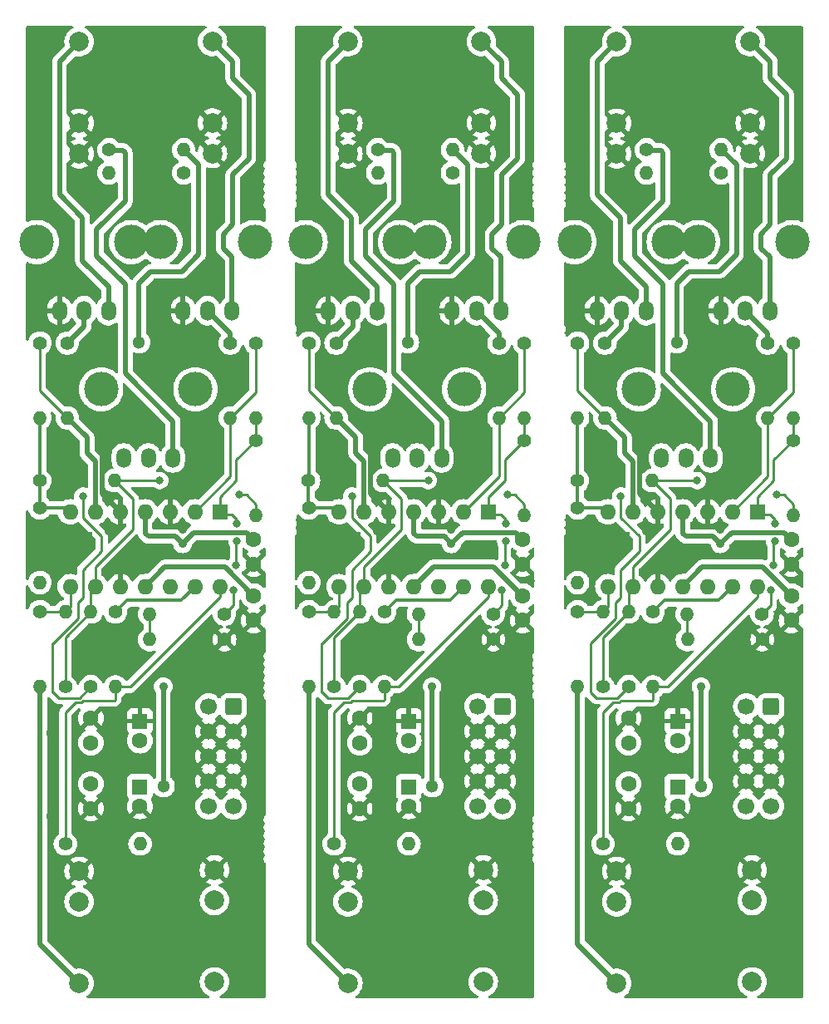
<source format=gtl>
G04 #@! TF.GenerationSoftware,KiCad,Pcbnew,8.0.4-8.0.4-0~ubuntu22.04.1*
G04 #@! TF.CreationDate,2024-10-09T19:38:23+02:00*
G04 #@! TF.ProjectId,VoltageProcessor_panel,566f6c74-6167-4655-9072-6f636573736f,0.2*
G04 #@! TF.SameCoordinates,Original*
G04 #@! TF.FileFunction,Copper,L1,Top*
G04 #@! TF.FilePolarity,Positive*
%FSLAX46Y46*%
G04 Gerber Fmt 4.6, Leading zero omitted, Abs format (unit mm)*
G04 Created by KiCad (PCBNEW 8.0.4-8.0.4-0~ubuntu22.04.1) date 2024-10-09 19:38:23*
%MOMM*%
%LPD*%
G01*
G04 APERTURE LIST*
G04 Aperture macros list*
%AMRoundRect*
0 Rectangle with rounded corners*
0 $1 Rounding radius*
0 $2 $3 $4 $5 $6 $7 $8 $9 X,Y pos of 4 corners*
0 Add a 4 corners polygon primitive as box body*
4,1,4,$2,$3,$4,$5,$6,$7,$8,$9,$2,$3,0*
0 Add four circle primitives for the rounded corners*
1,1,$1+$1,$2,$3*
1,1,$1+$1,$4,$5*
1,1,$1+$1,$6,$7*
1,1,$1+$1,$8,$9*
0 Add four rect primitives between the rounded corners*
20,1,$1+$1,$2,$3,$4,$5,0*
20,1,$1+$1,$4,$5,$6,$7,0*
20,1,$1+$1,$6,$7,$8,$9,0*
20,1,$1+$1,$8,$9,$2,$3,0*%
G04 Aperture macros list end*
G04 #@! TA.AperFunction,ComponentPad*
%ADD10C,1.400000*%
G04 #@! TD*
G04 #@! TA.AperFunction,ComponentPad*
%ADD11O,1.400000X1.400000*%
G04 #@! TD*
G04 #@! TA.AperFunction,ComponentPad*
%ADD12C,2.000000*%
G04 #@! TD*
G04 #@! TA.AperFunction,ComponentPad*
%ADD13C,1.600000*%
G04 #@! TD*
G04 #@! TA.AperFunction,ComponentPad*
%ADD14C,3.500000*%
G04 #@! TD*
G04 #@! TA.AperFunction,ComponentPad*
%ADD15O,1.500000X2.000000*%
G04 #@! TD*
G04 #@! TA.AperFunction,ComponentPad*
%ADD16R,1.600000X1.600000*%
G04 #@! TD*
G04 #@! TA.AperFunction,ComponentPad*
%ADD17O,1.600000X1.600000*%
G04 #@! TD*
G04 #@! TA.AperFunction,ComponentPad*
%ADD18RoundRect,0.250000X0.600000X0.600000X-0.600000X0.600000X-0.600000X-0.600000X0.600000X-0.600000X0*%
G04 #@! TD*
G04 #@! TA.AperFunction,ComponentPad*
%ADD19C,1.700000*%
G04 #@! TD*
G04 #@! TA.AperFunction,ViaPad*
%ADD20C,1.300000*%
G04 #@! TD*
G04 #@! TA.AperFunction,ViaPad*
%ADD21C,0.900000*%
G04 #@! TD*
G04 #@! TA.AperFunction,ViaPad*
%ADD22C,0.800000*%
G04 #@! TD*
G04 #@! TA.AperFunction,ViaPad*
%ADD23C,0.606000*%
G04 #@! TD*
G04 #@! TA.AperFunction,Conductor*
%ADD24C,0.500000*%
G04 #@! TD*
G04 #@! TA.AperFunction,Conductor*
%ADD25C,0.250000*%
G04 #@! TD*
G04 #@! TA.AperFunction,Conductor*
%ADD26C,0.350000*%
G04 #@! TD*
G04 APERTURE END LIST*
D10*
X140300000Y-103800000D03*
D11*
X147920000Y-103800000D03*
D10*
X184500000Y-52800000D03*
D11*
X184500000Y-60420000D03*
D12*
X127900000Y-33480000D03*
X127900000Y-30380000D03*
X127900000Y-22080000D03*
D10*
X172140000Y-33100000D03*
D11*
X179760000Y-33100000D03*
D12*
X182900000Y-106472500D03*
X182900000Y-109572500D03*
X182900000Y-117872500D03*
X128100000Y-106472500D03*
X128100000Y-109572500D03*
X128100000Y-117872500D03*
D10*
X129700000Y-52800000D03*
D11*
X129700000Y-60420000D03*
D13*
X159500000Y-81050000D03*
X159500000Y-78550000D03*
D10*
X165100000Y-80170000D03*
D11*
X165100000Y-87790000D03*
D12*
X169100000Y-33500000D03*
X169100000Y-30400000D03*
X169100000Y-22100000D03*
D10*
X156520000Y-83000000D03*
D11*
X148900000Y-83000000D03*
D12*
X141700000Y-106600000D03*
X141700000Y-109700000D03*
X141700000Y-118000000D03*
D10*
X187100000Y-62690000D03*
D11*
X187100000Y-70310000D03*
D10*
X118000000Y-80190000D03*
D11*
X118000000Y-87810000D03*
D10*
X140300000Y-87800000D03*
D11*
X140300000Y-80180000D03*
D10*
X170300000Y-87800000D03*
D11*
X170300000Y-80180000D03*
D12*
X114300000Y-33500000D03*
X114300000Y-30400000D03*
X114300000Y-22100000D03*
D10*
X129110000Y-80400000D03*
D11*
X121490000Y-80400000D03*
D14*
X116550000Y-57500000D03*
X126150000Y-57500000D03*
D15*
X118850000Y-64500000D03*
X121350000Y-64500000D03*
X123850000Y-64500000D03*
D10*
X142900000Y-87800000D03*
D11*
X142900000Y-80180000D03*
D10*
X167700000Y-87800000D03*
D11*
X167700000Y-80180000D03*
D10*
X137700000Y-69570000D03*
D11*
X137700000Y-77190000D03*
D10*
X159700000Y-62690000D03*
D11*
X159700000Y-70310000D03*
D10*
X152360000Y-35450000D03*
D11*
X144740000Y-35450000D03*
D16*
X156040000Y-69980000D03*
D17*
X153500000Y-69980000D03*
X150960000Y-69980000D03*
X148420000Y-69980000D03*
X145880000Y-69980000D03*
X143340000Y-69980000D03*
X140800000Y-69980000D03*
X140800000Y-77600000D03*
X143340000Y-77600000D03*
X145880000Y-77600000D03*
X148420000Y-77600000D03*
X150960000Y-77600000D03*
X153500000Y-77600000D03*
X156040000Y-77600000D03*
D14*
X177400000Y-42500000D03*
X187000000Y-42500000D03*
D15*
X179700000Y-49500000D03*
X182200000Y-49500000D03*
X184700000Y-49500000D03*
D12*
X182700000Y-33480000D03*
X182700000Y-30380000D03*
X182700000Y-22080000D03*
D10*
X117340000Y-33100000D03*
D11*
X124960000Y-33100000D03*
D10*
X115500000Y-87800000D03*
D11*
X115500000Y-80180000D03*
D10*
X144740000Y-33100000D03*
D11*
X152360000Y-33100000D03*
D10*
X187100000Y-52800000D03*
D11*
X187100000Y-60420000D03*
D10*
X157100000Y-52800000D03*
D11*
X157100000Y-60420000D03*
D10*
X132300000Y-62690000D03*
D11*
X132300000Y-70310000D03*
D10*
X156510000Y-80400000D03*
D11*
X148890000Y-80400000D03*
D10*
X124960000Y-35450000D03*
D11*
X117340000Y-35450000D03*
D10*
X137690000Y-66800000D03*
D11*
X145310000Y-66800000D03*
D10*
X110290000Y-66800000D03*
D11*
X117910000Y-66800000D03*
D10*
X110300000Y-69570000D03*
D11*
X110300000Y-77190000D03*
D10*
X129120000Y-83000000D03*
D11*
X121500000Y-83000000D03*
D14*
X171350000Y-57500000D03*
X180950000Y-57500000D03*
D15*
X173650000Y-64500000D03*
X176150000Y-64500000D03*
X178650000Y-64500000D03*
D12*
X141700000Y-33500000D03*
X141700000Y-30400000D03*
X141700000Y-22100000D03*
D10*
X165100000Y-52790000D03*
D11*
X165100000Y-60410000D03*
D13*
X132100000Y-81050000D03*
X132100000Y-78550000D03*
X159500000Y-72800000D03*
X159500000Y-75300000D03*
D14*
X110000000Y-42500000D03*
X119600000Y-42500000D03*
D15*
X112300000Y-49500000D03*
X114800000Y-49500000D03*
X117300000Y-49500000D03*
D10*
X113100000Y-52800000D03*
D11*
X113100000Y-60420000D03*
D10*
X132300000Y-52800000D03*
D11*
X132300000Y-60420000D03*
D10*
X112900000Y-87800000D03*
D11*
X112900000Y-80180000D03*
D10*
X183920000Y-83000000D03*
D11*
X176300000Y-83000000D03*
D13*
X186900000Y-81050000D03*
X186900000Y-78550000D03*
D14*
X164800000Y-42500000D03*
X174400000Y-42500000D03*
D15*
X167100000Y-49500000D03*
X169600000Y-49500000D03*
X172100000Y-49500000D03*
D10*
X165090000Y-66800000D03*
D11*
X172710000Y-66800000D03*
D16*
X128640000Y-69980000D03*
D17*
X126100000Y-69980000D03*
X123560000Y-69980000D03*
X121020000Y-69980000D03*
X118480000Y-69980000D03*
X115940000Y-69980000D03*
X113400000Y-69980000D03*
X113400000Y-77600000D03*
X115940000Y-77600000D03*
X118480000Y-77600000D03*
X121020000Y-77600000D03*
X123560000Y-77600000D03*
X126100000Y-77600000D03*
X128640000Y-77600000D03*
D10*
X172800000Y-80190000D03*
D11*
X172800000Y-87810000D03*
D10*
X112900000Y-103800000D03*
D11*
X120520000Y-103800000D03*
D10*
X165100000Y-69570000D03*
D11*
X165100000Y-77190000D03*
D12*
X155500000Y-106472500D03*
X155500000Y-109572500D03*
X155500000Y-117872500D03*
D10*
X159700000Y-52800000D03*
D11*
X159700000Y-60420000D03*
D16*
X183440000Y-69980000D03*
D17*
X180900000Y-69980000D03*
X178360000Y-69980000D03*
X175820000Y-69980000D03*
X173280000Y-69980000D03*
X170740000Y-69980000D03*
X168200000Y-69980000D03*
X168200000Y-77600000D03*
X170740000Y-77600000D03*
X173280000Y-77600000D03*
X175820000Y-77600000D03*
X178360000Y-77600000D03*
X180900000Y-77600000D03*
X183440000Y-77600000D03*
D10*
X167700000Y-103800000D03*
D11*
X175320000Y-103800000D03*
D10*
X137700000Y-52790000D03*
D11*
X137700000Y-60410000D03*
D10*
X179760000Y-35450000D03*
D11*
X172140000Y-35450000D03*
D10*
X110300000Y-80170000D03*
D11*
X110300000Y-87790000D03*
D12*
X169100000Y-106600000D03*
X169100000Y-109700000D03*
X169100000Y-118000000D03*
D13*
X132100000Y-72800000D03*
X132100000Y-75300000D03*
D12*
X155300000Y-33480000D03*
X155300000Y-30380000D03*
X155300000Y-22080000D03*
D14*
X143950000Y-57500000D03*
X153550000Y-57500000D03*
D15*
X146250000Y-64500000D03*
X148750000Y-64500000D03*
X151250000Y-64500000D03*
D10*
X183910000Y-80400000D03*
D11*
X176290000Y-80400000D03*
D14*
X122600000Y-42500000D03*
X132200000Y-42500000D03*
D15*
X124900000Y-49500000D03*
X127400000Y-49500000D03*
X129900000Y-49500000D03*
D10*
X167900000Y-52800000D03*
D11*
X167900000Y-60420000D03*
D10*
X137700000Y-80170000D03*
D11*
X137700000Y-87790000D03*
D10*
X140500000Y-52800000D03*
D11*
X140500000Y-60420000D03*
D13*
X186900000Y-72800000D03*
X186900000Y-75300000D03*
D10*
X110300000Y-52790000D03*
D11*
X110300000Y-60410000D03*
D14*
X150000000Y-42500000D03*
X159600000Y-42500000D03*
D15*
X152300000Y-49500000D03*
X154800000Y-49500000D03*
X157300000Y-49500000D03*
D12*
X114300000Y-106600000D03*
X114300000Y-109700000D03*
X114300000Y-118000000D03*
D14*
X137400000Y-42500000D03*
X147000000Y-42500000D03*
D15*
X139700000Y-49500000D03*
X142200000Y-49500000D03*
X144700000Y-49500000D03*
D10*
X145400000Y-80190000D03*
D11*
X145400000Y-87810000D03*
D16*
X120500000Y-98000000D03*
D13*
X120500000Y-100000000D03*
X142900000Y-97700000D03*
X142900000Y-100200000D03*
D18*
X157440000Y-89800000D03*
D19*
X154900000Y-89800000D03*
X157440000Y-92340000D03*
X154900000Y-92340000D03*
X157440000Y-94880000D03*
X154900000Y-94880000D03*
X157440000Y-97420000D03*
X154900000Y-97420000D03*
X157440000Y-99960000D03*
X154900000Y-99960000D03*
D13*
X170300000Y-91000000D03*
X170300000Y-93500000D03*
D16*
X147900000Y-91300000D03*
D13*
X147900000Y-93300000D03*
X115500000Y-97700000D03*
X115500000Y-100200000D03*
X170300000Y-97700000D03*
X170300000Y-100200000D03*
D16*
X120500000Y-91300000D03*
D13*
X120500000Y-93300000D03*
D16*
X147900000Y-98000000D03*
D13*
X147900000Y-100000000D03*
D16*
X175300000Y-91300000D03*
D13*
X175300000Y-93300000D03*
D16*
X175300000Y-98000000D03*
D13*
X175300000Y-100000000D03*
X142900000Y-91000000D03*
X142900000Y-93500000D03*
D18*
X184840000Y-89800000D03*
D19*
X182300000Y-89800000D03*
X184840000Y-92340000D03*
X182300000Y-92340000D03*
X184840000Y-94880000D03*
X182300000Y-94880000D03*
X184840000Y-97420000D03*
X182300000Y-97420000D03*
X184840000Y-99960000D03*
X182300000Y-99960000D03*
D13*
X115500000Y-91000000D03*
X115500000Y-93500000D03*
D18*
X130040000Y-89800000D03*
D19*
X127500000Y-89800000D03*
X130040000Y-92340000D03*
X127500000Y-92340000D03*
X130040000Y-94880000D03*
X127500000Y-94880000D03*
X130040000Y-97420000D03*
X127500000Y-97420000D03*
X130040000Y-99960000D03*
X127500000Y-99960000D03*
D20*
X122903400Y-97914600D03*
D21*
X124850000Y-73250000D03*
X122878000Y-87780000D03*
D20*
X120400000Y-52700000D03*
D21*
X117297779Y-71940107D03*
D20*
X111750000Y-46350000D03*
D22*
X127350000Y-74000000D03*
X129500000Y-86400000D03*
D20*
X130100000Y-31750000D03*
X132350000Y-35750000D03*
X111700000Y-56600000D03*
X121200000Y-31000000D03*
D21*
X124850000Y-71750000D03*
X126100000Y-47250000D03*
D20*
X110178000Y-50238800D03*
X131800000Y-24900000D03*
D22*
X119400000Y-74500000D03*
D20*
X128050000Y-38350000D03*
X116604200Y-81836400D03*
X117450000Y-23150000D03*
D22*
X132800000Y-82700000D03*
D20*
X125113200Y-53109000D03*
X114350000Y-36200000D03*
X119700000Y-116650000D03*
X111600000Y-101000000D03*
D23*
X115350000Y-72250000D03*
D21*
X116629600Y-61643400D03*
D20*
X122600000Y-116650000D03*
D22*
X125548008Y-68061295D03*
D20*
X127750000Y-62700000D03*
X110076400Y-35151200D03*
X121100000Y-39500000D03*
X111600000Y-92500000D03*
X123500000Y-38100000D03*
D21*
X119700000Y-81300000D03*
D22*
X132900000Y-77000000D03*
D20*
X110350000Y-73250000D03*
X110600000Y-24300000D03*
D21*
X119850000Y-45500000D03*
D22*
X125600000Y-102700000D03*
D20*
X112100000Y-109500000D03*
X112565600Y-63726200D03*
X125350000Y-24350000D03*
X112850000Y-74000000D03*
X116150000Y-52300000D03*
D22*
X124500000Y-88700000D03*
X118000000Y-106500000D03*
D20*
X121200000Y-23100000D03*
D22*
X130000000Y-78000000D03*
X130300000Y-75400000D03*
X130400000Y-73000000D03*
X130400000Y-71200000D03*
X114700000Y-68400000D03*
X130600000Y-68241942D03*
X122500000Y-66800000D03*
D21*
X152250000Y-73250000D03*
X150278000Y-87780000D03*
D20*
X150303400Y-97914600D03*
X147800000Y-52700000D03*
X137578000Y-50238800D03*
X139965600Y-63726200D03*
X155450000Y-38350000D03*
X139100000Y-56600000D03*
X144850000Y-23150000D03*
X159200000Y-24900000D03*
X152513200Y-53109000D03*
X159750000Y-35750000D03*
D21*
X153500000Y-47250000D03*
X147100000Y-81300000D03*
D22*
X145400000Y-106500000D03*
D21*
X144697779Y-71940107D03*
D20*
X148600000Y-23100000D03*
D21*
X147250000Y-45500000D03*
D22*
X156900000Y-86400000D03*
D20*
X140250000Y-74000000D03*
D22*
X154750000Y-74000000D03*
D20*
X139000000Y-101000000D03*
X139150000Y-46350000D03*
X148500000Y-39500000D03*
X157500000Y-31750000D03*
D22*
X153000000Y-102700000D03*
D23*
X142750000Y-72250000D03*
D20*
X141750000Y-36200000D03*
X150900000Y-38100000D03*
D22*
X146800000Y-74500000D03*
D20*
X139500000Y-109500000D03*
X137750000Y-73250000D03*
X155150000Y-62700000D03*
X143550000Y-52300000D03*
D22*
X160300000Y-77000000D03*
D21*
X152250000Y-71750000D03*
D22*
X151900000Y-88700000D03*
D20*
X137476400Y-35151200D03*
D21*
X144029600Y-61643400D03*
D22*
X152948008Y-68061295D03*
D20*
X138000000Y-24300000D03*
X147100000Y-116650000D03*
X144004200Y-81836400D03*
X148600000Y-31000000D03*
X150000000Y-116650000D03*
X152750000Y-24350000D03*
D22*
X160200000Y-82700000D03*
D20*
X139000000Y-92500000D03*
D22*
X157700000Y-75400000D03*
X157800000Y-71200000D03*
X157800000Y-73000000D03*
X157400000Y-78000000D03*
X142100000Y-68400000D03*
X158000000Y-68241942D03*
X149900000Y-66800000D03*
D20*
X177703400Y-97914600D03*
D21*
X179650000Y-73250000D03*
X177678000Y-87780000D03*
D20*
X175200000Y-52700000D03*
D22*
X180400000Y-102700000D03*
D23*
X170150000Y-72250000D03*
D22*
X187600000Y-82700000D03*
D20*
X166400000Y-92500000D03*
D22*
X174200000Y-74500000D03*
D20*
X174500000Y-116650000D03*
D21*
X172097779Y-71940107D03*
D20*
X182850000Y-38350000D03*
X182550000Y-62700000D03*
D22*
X184300000Y-86400000D03*
D20*
X176000000Y-31000000D03*
X178300000Y-38100000D03*
X165400000Y-24300000D03*
X167365600Y-63726200D03*
D21*
X179650000Y-71750000D03*
D20*
X186600000Y-24900000D03*
X170950000Y-52300000D03*
X176000000Y-23100000D03*
X177400000Y-116650000D03*
X165150000Y-73250000D03*
X187150000Y-35750000D03*
D22*
X182150000Y-74000000D03*
D20*
X164876400Y-35151200D03*
X180150000Y-24350000D03*
X172250000Y-23150000D03*
D21*
X174500000Y-81300000D03*
D20*
X166900000Y-109500000D03*
D22*
X172800000Y-106500000D03*
D20*
X164978000Y-50238800D03*
X169150000Y-36200000D03*
X166550000Y-46350000D03*
X175900000Y-39500000D03*
X167650000Y-74000000D03*
D21*
X180900000Y-47250000D03*
X174650000Y-45500000D03*
D22*
X180348008Y-68061295D03*
D20*
X166400000Y-101000000D03*
X179913200Y-53109000D03*
D21*
X171429600Y-61643400D03*
D22*
X179300000Y-88700000D03*
X187700000Y-77000000D03*
D20*
X171404200Y-81836400D03*
X184900000Y-31750000D03*
X166500000Y-56600000D03*
D22*
X184800000Y-78000000D03*
X185100000Y-75400000D03*
X185200000Y-71200000D03*
X185200000Y-73000000D03*
X169500000Y-68400000D03*
X177300000Y-66800000D03*
X185400000Y-68241942D03*
D24*
X121020000Y-72170000D02*
X121020000Y-69980000D01*
X124850000Y-73250000D02*
X124100000Y-72500000D01*
X126000000Y-72100000D02*
X131400000Y-72100000D01*
X122878000Y-87780000D02*
X122878000Y-97889200D01*
X121350000Y-72500000D02*
X121020000Y-72170000D01*
X122878000Y-97889200D02*
X122903400Y-97914600D01*
X124850000Y-73250000D02*
X126000000Y-72100000D01*
X124100000Y-72500000D02*
X121350000Y-72500000D01*
X131400000Y-72100000D02*
X132100000Y-72800000D01*
X126500000Y-43750000D02*
X126500000Y-34640000D01*
X126500000Y-34640000D02*
X124960000Y-33100000D01*
X124750000Y-45500000D02*
X126500000Y-43750000D01*
X121600000Y-45500000D02*
X124750000Y-45500000D01*
X120400000Y-52700000D02*
X120400000Y-46700000D01*
X120400000Y-46700000D02*
X121600000Y-45500000D01*
X129150000Y-75600000D02*
X123020000Y-75600000D01*
X123020000Y-75600000D02*
X121020000Y-77600000D01*
X132100000Y-78550000D02*
X129150000Y-75600000D01*
X116640000Y-68140000D02*
X116640000Y-66581400D01*
X116640000Y-61653800D02*
X116629600Y-61643400D01*
X118480000Y-69980000D02*
X116640000Y-68140000D01*
X116640000Y-66581400D02*
X116640000Y-61653800D01*
X126850000Y-74500000D02*
X119400000Y-74500000D01*
X127350000Y-74000000D02*
X126850000Y-74500000D01*
X117300000Y-47048400D02*
X114648400Y-44396800D01*
X114648400Y-44396800D02*
X114648400Y-40002600D01*
X112300000Y-37654200D02*
X112300000Y-24100000D01*
X114648400Y-40002600D02*
X112300000Y-37654200D01*
X114300000Y-22100000D02*
X112300000Y-24100000D01*
X117300000Y-49500000D02*
X117300000Y-47048400D01*
X129950000Y-24130000D02*
X127900000Y-22080000D01*
X131600000Y-27500000D02*
X129950000Y-25850000D01*
X131600000Y-34000000D02*
X131600000Y-27500000D01*
X129000000Y-41700000D02*
X129950000Y-40750000D01*
X129000000Y-43150000D02*
X129000000Y-41700000D01*
X129900000Y-49500000D02*
X129900000Y-44050000D01*
X129900000Y-44050000D02*
X129000000Y-43150000D01*
X129950000Y-40750000D02*
X129950000Y-35650000D01*
X129950000Y-25850000D02*
X129950000Y-24130000D01*
X129950000Y-35650000D02*
X131600000Y-34000000D01*
X110300000Y-87790000D02*
X110300000Y-114000000D01*
X110300000Y-114000000D02*
X114300000Y-118000000D01*
X114800000Y-51100000D02*
X113100000Y-52800000D01*
X114800000Y-49500000D02*
X114800000Y-51100000D01*
D25*
X112890000Y-80170000D02*
X112900000Y-80180000D01*
X110300000Y-80170000D02*
X112890000Y-80170000D01*
X113400000Y-77600000D02*
X113400000Y-79680000D01*
X113400000Y-79680000D02*
X112900000Y-80180000D01*
X117900000Y-89200000D02*
X114736396Y-89200000D01*
X114736396Y-89200000D02*
X114536396Y-89400000D01*
X119490000Y-87810000D02*
X118000000Y-87810000D01*
X114536396Y-89400000D02*
X113900000Y-89400000D01*
X113900000Y-89400000D02*
X112900000Y-90400000D01*
X118000000Y-89100000D02*
X117900000Y-89200000D01*
X128640000Y-78660000D02*
X119490000Y-87810000D01*
X128640000Y-77600000D02*
X128640000Y-78660000D01*
X118000000Y-87810000D02*
X118000000Y-89100000D01*
X112900000Y-90400000D02*
X112900000Y-103800000D01*
X118850000Y-64500000D02*
X118850000Y-65325000D01*
D24*
X117350000Y-33100000D02*
X117450000Y-33200000D01*
X118800000Y-33200000D02*
X119000000Y-33400000D01*
X117340000Y-33100000D02*
X117350000Y-33100000D01*
X119000000Y-46800000D02*
X119000000Y-55900000D01*
X123850000Y-60750000D02*
X123850000Y-64500000D01*
X116100000Y-41250000D02*
X116100000Y-43900000D01*
X117450000Y-33200000D02*
X118800000Y-33200000D01*
X116100000Y-43900000D02*
X119000000Y-46800000D01*
X119000000Y-55900000D02*
X123850000Y-60750000D01*
X119000000Y-33400000D02*
X119000000Y-38350000D01*
X119000000Y-38350000D02*
X116100000Y-41250000D01*
X127400000Y-49500000D02*
X129700000Y-51800000D01*
X129700000Y-51800000D02*
X129700000Y-52800000D01*
D26*
X112990000Y-69570000D02*
X113400000Y-69980000D01*
X110300000Y-66790000D02*
X110290000Y-66800000D01*
X110300000Y-69570000D02*
X112990000Y-69570000D01*
X110290000Y-66800000D02*
X110290000Y-69560000D01*
X110300000Y-60410000D02*
X110300000Y-66790000D01*
X110290000Y-69560000D02*
X110300000Y-69570000D01*
D25*
X129110000Y-80400000D02*
X130000000Y-79510000D01*
X130300000Y-66800000D02*
X130300000Y-64690000D01*
X130300000Y-75400000D02*
X130300000Y-73100000D01*
X132300000Y-60420000D02*
X132300000Y-62690000D01*
X129900000Y-70300000D02*
X128960000Y-70300000D01*
X130000000Y-79510000D02*
X130000000Y-78000000D01*
X128960000Y-70300000D02*
X128640000Y-69980000D01*
X130300000Y-64690000D02*
X132300000Y-62690000D01*
X130300000Y-73100000D02*
X130400000Y-73000000D01*
X128640000Y-69980000D02*
X128640000Y-68460000D01*
X130400000Y-70800000D02*
X129900000Y-70300000D01*
X128640000Y-68460000D02*
X130300000Y-66800000D01*
X130400000Y-71200000D02*
X130400000Y-70800000D01*
X114700000Y-70600000D02*
X116600000Y-72500000D01*
X114700000Y-78750000D02*
X114200000Y-79250000D01*
X114200000Y-80843604D02*
X111650000Y-83393604D01*
X116600000Y-74000000D02*
X114700000Y-75900000D01*
X111650000Y-88350000D02*
X112250000Y-88950000D01*
X114700000Y-75900000D02*
X114700000Y-78750000D01*
X116600000Y-72500000D02*
X116600000Y-74000000D01*
X111600000Y-83393604D02*
X111600000Y-88350000D01*
X114200000Y-79250000D02*
X114200000Y-80843604D01*
X114350000Y-88950000D02*
X115500000Y-87800000D01*
X112250000Y-88950000D02*
X114350000Y-88950000D01*
X114700000Y-68400000D02*
X114700000Y-70600000D01*
X126100000Y-69980000D02*
X129700000Y-66380000D01*
X132300000Y-57820000D02*
X129700000Y-60420000D01*
X129700000Y-66380000D02*
X129700000Y-60420000D01*
X132300000Y-52800000D02*
X132300000Y-57820000D01*
D24*
X115940000Y-64840000D02*
X115100000Y-64000000D01*
X115940000Y-69980000D02*
X115940000Y-64840000D01*
X115100000Y-64000000D02*
X115100000Y-62420000D01*
D25*
X110300000Y-52790000D02*
X110300000Y-57620000D01*
X110300000Y-57620000D02*
X113100000Y-60420000D01*
D24*
X115100000Y-62420000D02*
X113100000Y-60420000D01*
D25*
X132300000Y-69200000D02*
X132300000Y-70310000D01*
X131341942Y-68241942D02*
X132300000Y-69200000D01*
X115940000Y-75560000D02*
X115940000Y-77600000D01*
X115500000Y-80180000D02*
X115500000Y-78040000D01*
X119750000Y-68640000D02*
X119750000Y-71750000D01*
X119750000Y-71750000D02*
X115940000Y-75560000D01*
X130600000Y-68241942D02*
X131341942Y-68241942D01*
X132280000Y-70240000D02*
X132300000Y-70220000D01*
X117910000Y-66800000D02*
X119750000Y-68640000D01*
X112900000Y-82780000D02*
X115500000Y-80180000D01*
X112900000Y-87800000D02*
X112900000Y-82780000D01*
X116020000Y-77680000D02*
X115940000Y-77600000D01*
X115500000Y-78040000D02*
X115940000Y-77600000D01*
X117910000Y-66800000D02*
X122500000Y-66800000D01*
X121490000Y-80400000D02*
X121490000Y-82990000D01*
X121490000Y-82990000D02*
X121500000Y-83000000D01*
D26*
X119190000Y-79000000D02*
X124700000Y-79000000D01*
X118000000Y-80190000D02*
X119190000Y-79000000D01*
D25*
X118000000Y-80190000D02*
X117990000Y-80190000D01*
D26*
X124700000Y-79000000D02*
X126100000Y-77600000D01*
D24*
X148420000Y-72170000D02*
X148420000Y-69980000D01*
X150278000Y-87780000D02*
X150278000Y-97889200D01*
X153400000Y-72100000D02*
X158800000Y-72100000D01*
X152250000Y-73250000D02*
X153400000Y-72100000D01*
X151500000Y-72500000D02*
X148750000Y-72500000D01*
X150278000Y-97889200D02*
X150303400Y-97914600D01*
X158800000Y-72100000D02*
X159500000Y-72800000D01*
X148750000Y-72500000D02*
X148420000Y-72170000D01*
X152250000Y-73250000D02*
X151500000Y-72500000D01*
X152150000Y-45500000D02*
X153900000Y-43750000D01*
X150420000Y-75600000D02*
X148420000Y-77600000D01*
X147800000Y-46700000D02*
X149000000Y-45500000D01*
X149000000Y-45500000D02*
X152150000Y-45500000D01*
X153900000Y-34640000D02*
X152360000Y-33100000D01*
X156550000Y-75600000D02*
X150420000Y-75600000D01*
X159500000Y-78550000D02*
X156550000Y-75600000D01*
X153900000Y-43750000D02*
X153900000Y-34640000D01*
X147800000Y-52700000D02*
X147800000Y-46700000D01*
X144040000Y-68140000D02*
X144040000Y-66581400D01*
X145880000Y-69980000D02*
X144040000Y-68140000D01*
X154750000Y-74000000D02*
X154250000Y-74500000D01*
X144040000Y-61653800D02*
X144029600Y-61643400D01*
X144040000Y-66581400D02*
X144040000Y-61653800D01*
X154250000Y-74500000D02*
X146800000Y-74500000D01*
X144700000Y-49500000D02*
X144700000Y-47048400D01*
X139700000Y-37654200D02*
X139700000Y-24100000D01*
X142048400Y-40002600D02*
X139700000Y-37654200D01*
X142048400Y-44396800D02*
X142048400Y-40002600D01*
X144700000Y-47048400D02*
X142048400Y-44396800D01*
X141700000Y-22100000D02*
X139700000Y-24100000D01*
X159000000Y-34000000D02*
X159000000Y-27500000D01*
X157350000Y-25850000D02*
X157350000Y-24130000D01*
X156400000Y-41700000D02*
X157350000Y-40750000D01*
X157350000Y-24130000D02*
X155300000Y-22080000D01*
X157300000Y-49500000D02*
X157300000Y-44050000D01*
X159000000Y-27500000D02*
X157350000Y-25850000D01*
X156400000Y-43150000D02*
X156400000Y-41700000D01*
X157350000Y-40750000D02*
X157350000Y-35650000D01*
X157350000Y-35650000D02*
X159000000Y-34000000D01*
X157300000Y-44050000D02*
X156400000Y-43150000D01*
X137700000Y-114000000D02*
X141700000Y-118000000D01*
X137700000Y-87790000D02*
X137700000Y-114000000D01*
X142200000Y-51100000D02*
X140500000Y-52800000D01*
X142200000Y-49500000D02*
X142200000Y-51100000D01*
D25*
X137700000Y-80170000D02*
X140290000Y-80170000D01*
X140290000Y-80170000D02*
X140300000Y-80180000D01*
X140800000Y-79680000D02*
X140300000Y-80180000D01*
X140800000Y-77600000D02*
X140800000Y-79680000D01*
X140300000Y-90400000D02*
X140300000Y-103800000D01*
X156040000Y-78660000D02*
X146890000Y-87810000D01*
X145400000Y-87810000D02*
X145400000Y-89100000D01*
X142136396Y-89200000D02*
X141936396Y-89400000D01*
X141300000Y-89400000D02*
X140300000Y-90400000D01*
X156040000Y-77600000D02*
X156040000Y-78660000D01*
X141936396Y-89400000D02*
X141300000Y-89400000D01*
X145300000Y-89200000D02*
X142136396Y-89200000D01*
X145400000Y-89100000D02*
X145300000Y-89200000D01*
X146890000Y-87810000D02*
X145400000Y-87810000D01*
X146250000Y-64500000D02*
X146250000Y-65325000D01*
D24*
X143500000Y-43900000D02*
X146400000Y-46800000D01*
X143500000Y-41250000D02*
X143500000Y-43900000D01*
X146200000Y-33200000D02*
X146400000Y-33400000D01*
X144850000Y-33200000D02*
X146200000Y-33200000D01*
X146400000Y-55900000D02*
X151250000Y-60750000D01*
X146400000Y-33400000D02*
X146400000Y-38350000D01*
X146400000Y-46800000D02*
X146400000Y-55900000D01*
X151250000Y-60750000D02*
X151250000Y-64500000D01*
X146400000Y-38350000D02*
X143500000Y-41250000D01*
X144740000Y-33100000D02*
X144750000Y-33100000D01*
X144750000Y-33100000D02*
X144850000Y-33200000D01*
X157100000Y-51800000D02*
X157100000Y-52800000D01*
X154800000Y-49500000D02*
X157100000Y-51800000D01*
D26*
X137690000Y-66800000D02*
X137690000Y-69560000D01*
X137700000Y-66790000D02*
X137690000Y-66800000D01*
X137690000Y-69560000D02*
X137700000Y-69570000D01*
X140390000Y-69570000D02*
X140800000Y-69980000D01*
X137700000Y-69570000D02*
X140390000Y-69570000D01*
X137700000Y-60410000D02*
X137700000Y-66790000D01*
D25*
X157700000Y-75400000D02*
X157700000Y-73100000D01*
X159700000Y-60420000D02*
X159700000Y-62690000D01*
X156040000Y-68460000D02*
X157700000Y-66800000D01*
X157700000Y-64690000D02*
X159700000Y-62690000D01*
X157300000Y-70300000D02*
X156360000Y-70300000D01*
X157400000Y-79510000D02*
X157400000Y-78000000D01*
X157700000Y-73100000D02*
X157800000Y-73000000D01*
X156360000Y-70300000D02*
X156040000Y-69980000D01*
X157800000Y-70800000D02*
X157300000Y-70300000D01*
X157800000Y-71200000D02*
X157800000Y-70800000D01*
X156510000Y-80400000D02*
X157400000Y-79510000D01*
X157700000Y-66800000D02*
X157700000Y-64690000D01*
X156040000Y-69980000D02*
X156040000Y-68460000D01*
X142100000Y-70600000D02*
X144000000Y-72500000D01*
X142100000Y-68400000D02*
X142100000Y-70600000D01*
X141600000Y-79250000D02*
X141600000Y-80843604D01*
X144000000Y-74000000D02*
X142100000Y-75900000D01*
X139050000Y-88350000D02*
X139650000Y-88950000D01*
X142100000Y-78750000D02*
X141600000Y-79250000D01*
X142100000Y-75900000D02*
X142100000Y-78750000D01*
X139000000Y-83393604D02*
X139000000Y-88350000D01*
X139650000Y-88950000D02*
X141750000Y-88950000D01*
X141750000Y-88950000D02*
X142900000Y-87800000D01*
X141600000Y-80843604D02*
X139050000Y-83393604D01*
X144000000Y-72500000D02*
X144000000Y-74000000D01*
X159700000Y-57820000D02*
X157100000Y-60420000D01*
X159700000Y-52800000D02*
X159700000Y-57820000D01*
X157100000Y-66380000D02*
X157100000Y-60420000D01*
X153500000Y-69980000D02*
X157100000Y-66380000D01*
X137700000Y-52790000D02*
X137700000Y-57620000D01*
D24*
X142500000Y-62420000D02*
X140500000Y-60420000D01*
D25*
X137700000Y-57620000D02*
X140500000Y-60420000D01*
D24*
X143340000Y-64840000D02*
X142500000Y-64000000D01*
X143340000Y-69980000D02*
X143340000Y-64840000D01*
X142500000Y-64000000D02*
X142500000Y-62420000D01*
D25*
X142900000Y-78040000D02*
X143340000Y-77600000D01*
X158741942Y-68241942D02*
X159700000Y-69200000D01*
X158000000Y-68241942D02*
X158741942Y-68241942D01*
X147150000Y-71750000D02*
X143340000Y-75560000D01*
X140300000Y-82780000D02*
X142900000Y-80180000D01*
X143420000Y-77680000D02*
X143340000Y-77600000D01*
X159680000Y-70240000D02*
X159700000Y-70220000D01*
X142900000Y-80180000D02*
X142900000Y-78040000D01*
X159700000Y-69200000D02*
X159700000Y-70310000D01*
X145310000Y-66800000D02*
X149900000Y-66800000D01*
X140300000Y-87800000D02*
X140300000Y-82780000D01*
X147150000Y-68640000D02*
X147150000Y-71750000D01*
X143340000Y-75560000D02*
X143340000Y-77600000D01*
X145310000Y-66800000D02*
X147150000Y-68640000D01*
X148890000Y-80400000D02*
X148890000Y-82990000D01*
X148890000Y-82990000D02*
X148900000Y-83000000D01*
D26*
X152100000Y-79000000D02*
X153500000Y-77600000D01*
D25*
X145400000Y-80190000D02*
X145390000Y-80190000D01*
D26*
X145400000Y-80190000D02*
X146590000Y-79000000D01*
X146590000Y-79000000D02*
X152100000Y-79000000D01*
D24*
X175820000Y-72170000D02*
X175820000Y-69980000D01*
X177678000Y-87780000D02*
X177678000Y-97889200D01*
X180800000Y-72100000D02*
X186200000Y-72100000D01*
X186200000Y-72100000D02*
X186900000Y-72800000D01*
X176150000Y-72500000D02*
X175820000Y-72170000D01*
X178900000Y-72500000D02*
X176150000Y-72500000D01*
X177678000Y-97889200D02*
X177703400Y-97914600D01*
X179650000Y-73250000D02*
X180800000Y-72100000D01*
X179650000Y-73250000D02*
X178900000Y-72500000D01*
X181300000Y-43750000D02*
X181300000Y-34640000D01*
X177820000Y-75600000D02*
X175820000Y-77600000D01*
X179550000Y-45500000D02*
X181300000Y-43750000D01*
X181300000Y-34640000D02*
X179760000Y-33100000D01*
X183950000Y-75600000D02*
X177820000Y-75600000D01*
X175200000Y-46700000D02*
X176400000Y-45500000D01*
X186900000Y-78550000D02*
X183950000Y-75600000D01*
X175200000Y-52700000D02*
X175200000Y-46700000D01*
X176400000Y-45500000D02*
X179550000Y-45500000D01*
X173280000Y-69980000D02*
X171440000Y-68140000D01*
X181650000Y-74500000D02*
X174200000Y-74500000D01*
X171440000Y-68140000D02*
X171440000Y-66581400D01*
X171440000Y-61653800D02*
X171429600Y-61643400D01*
X182150000Y-74000000D02*
X181650000Y-74500000D01*
X171440000Y-66581400D02*
X171440000Y-61653800D01*
X169100000Y-22100000D02*
X167100000Y-24100000D01*
X169448400Y-44396800D02*
X169448400Y-40002600D01*
X172100000Y-49500000D02*
X172100000Y-47048400D01*
X167100000Y-37654200D02*
X167100000Y-24100000D01*
X169448400Y-40002600D02*
X167100000Y-37654200D01*
X172100000Y-47048400D02*
X169448400Y-44396800D01*
X186400000Y-27500000D02*
X184750000Y-25850000D01*
X184700000Y-44050000D02*
X183800000Y-43150000D01*
X184750000Y-35650000D02*
X186400000Y-34000000D01*
X183800000Y-43150000D02*
X183800000Y-41700000D01*
X184750000Y-24130000D02*
X182700000Y-22080000D01*
X184750000Y-25850000D02*
X184750000Y-24130000D01*
X186400000Y-34000000D02*
X186400000Y-27500000D01*
X183800000Y-41700000D02*
X184750000Y-40750000D01*
X184700000Y-49500000D02*
X184700000Y-44050000D01*
X184750000Y-40750000D02*
X184750000Y-35650000D01*
X165100000Y-87790000D02*
X165100000Y-114000000D01*
X165100000Y-114000000D02*
X169100000Y-118000000D01*
X169600000Y-49500000D02*
X169600000Y-51100000D01*
X169600000Y-51100000D02*
X167900000Y-52800000D01*
D25*
X168200000Y-77600000D02*
X168200000Y-79680000D01*
X167690000Y-80170000D02*
X167700000Y-80180000D01*
X165100000Y-80170000D02*
X167690000Y-80170000D01*
X168200000Y-79680000D02*
X167700000Y-80180000D01*
X172700000Y-89200000D02*
X169536396Y-89200000D01*
X167700000Y-90400000D02*
X167700000Y-103800000D01*
X183440000Y-77600000D02*
X183440000Y-78660000D01*
X172800000Y-87810000D02*
X172800000Y-89100000D01*
X174290000Y-87810000D02*
X172800000Y-87810000D01*
X183440000Y-78660000D02*
X174290000Y-87810000D01*
X172800000Y-89100000D02*
X172700000Y-89200000D01*
X169336396Y-89400000D02*
X168700000Y-89400000D01*
X169536396Y-89200000D02*
X169336396Y-89400000D01*
X168700000Y-89400000D02*
X167700000Y-90400000D01*
X173650000Y-64500000D02*
X173650000Y-65325000D01*
D24*
X173800000Y-46800000D02*
X173800000Y-55900000D01*
X173800000Y-55900000D02*
X178650000Y-60750000D01*
X172150000Y-33100000D02*
X172250000Y-33200000D01*
X170900000Y-41250000D02*
X170900000Y-43900000D01*
X173800000Y-38350000D02*
X170900000Y-41250000D01*
X173800000Y-33400000D02*
X173800000Y-38350000D01*
X178650000Y-60750000D02*
X178650000Y-64500000D01*
X172140000Y-33100000D02*
X172150000Y-33100000D01*
X172250000Y-33200000D02*
X173600000Y-33200000D01*
X173600000Y-33200000D02*
X173800000Y-33400000D01*
X170900000Y-43900000D02*
X173800000Y-46800000D01*
X182200000Y-49500000D02*
X184500000Y-51800000D01*
X184500000Y-51800000D02*
X184500000Y-52800000D01*
D26*
X165090000Y-69560000D02*
X165100000Y-69570000D01*
X167790000Y-69570000D02*
X168200000Y-69980000D01*
X165100000Y-69570000D02*
X167790000Y-69570000D01*
X165090000Y-66800000D02*
X165090000Y-69560000D01*
X165100000Y-66790000D02*
X165090000Y-66800000D01*
X165100000Y-60410000D02*
X165100000Y-66790000D01*
D25*
X185200000Y-71200000D02*
X185200000Y-70800000D01*
X187100000Y-60420000D02*
X187100000Y-62690000D01*
X185100000Y-64690000D02*
X187100000Y-62690000D01*
X183440000Y-68460000D02*
X185100000Y-66800000D01*
X185100000Y-73100000D02*
X185200000Y-73000000D01*
X184800000Y-79510000D02*
X184800000Y-78000000D01*
X183440000Y-69980000D02*
X183440000Y-68460000D01*
X183910000Y-80400000D02*
X184800000Y-79510000D01*
X185100000Y-66800000D02*
X185100000Y-64690000D01*
X184700000Y-70300000D02*
X183760000Y-70300000D01*
X183760000Y-70300000D02*
X183440000Y-69980000D01*
X185200000Y-70800000D02*
X184700000Y-70300000D01*
X185100000Y-75400000D02*
X185100000Y-73100000D01*
X166450000Y-88350000D02*
X167050000Y-88950000D01*
X169500000Y-70600000D02*
X171400000Y-72500000D01*
X167050000Y-88950000D02*
X169150000Y-88950000D01*
X169500000Y-75900000D02*
X169500000Y-78750000D01*
X166400000Y-83393604D02*
X166400000Y-88350000D01*
X169000000Y-80843604D02*
X166450000Y-83393604D01*
X171400000Y-72500000D02*
X171400000Y-74000000D01*
X169000000Y-79250000D02*
X169000000Y-80843604D01*
X169150000Y-88950000D02*
X170300000Y-87800000D01*
X169500000Y-78750000D02*
X169000000Y-79250000D01*
X169500000Y-68400000D02*
X169500000Y-70600000D01*
X171400000Y-74000000D02*
X169500000Y-75900000D01*
X187100000Y-57820000D02*
X184500000Y-60420000D01*
X180900000Y-69980000D02*
X184500000Y-66380000D01*
X184500000Y-66380000D02*
X184500000Y-60420000D01*
X187100000Y-52800000D02*
X187100000Y-57820000D01*
X165100000Y-57620000D02*
X167900000Y-60420000D01*
D24*
X170740000Y-69980000D02*
X170740000Y-64840000D01*
X170740000Y-64840000D02*
X169900000Y-64000000D01*
X169900000Y-62420000D02*
X167900000Y-60420000D01*
X169900000Y-64000000D02*
X169900000Y-62420000D01*
D25*
X165100000Y-52790000D02*
X165100000Y-57620000D01*
X187080000Y-70240000D02*
X187100000Y-70220000D01*
X186141942Y-68241942D02*
X187100000Y-69200000D01*
X170300000Y-78040000D02*
X170740000Y-77600000D01*
X167700000Y-87800000D02*
X167700000Y-82780000D01*
X167700000Y-82780000D02*
X170300000Y-80180000D01*
X187100000Y-69200000D02*
X187100000Y-70310000D01*
X174550000Y-71750000D02*
X170740000Y-75560000D01*
X170300000Y-80180000D02*
X170300000Y-78040000D01*
X172710000Y-66800000D02*
X177300000Y-66800000D01*
X170820000Y-77680000D02*
X170740000Y-77600000D01*
X170740000Y-75560000D02*
X170740000Y-77600000D01*
X174550000Y-68640000D02*
X174550000Y-71750000D01*
X172710000Y-66800000D02*
X174550000Y-68640000D01*
X185400000Y-68241942D02*
X186141942Y-68241942D01*
X176290000Y-80400000D02*
X176290000Y-82990000D01*
X176290000Y-82990000D02*
X176300000Y-83000000D01*
X172800000Y-80190000D02*
X172790000Y-80190000D01*
D26*
X172800000Y-80190000D02*
X173990000Y-79000000D01*
X179500000Y-79000000D02*
X180900000Y-77600000D01*
X173990000Y-79000000D02*
X179500000Y-79000000D01*
G04 #@! TA.AperFunction,Conductor*
G36*
X156974075Y-97612993D02*
G01*
X157039901Y-97727007D01*
X157132993Y-97820099D01*
X157247007Y-97885925D01*
X157310590Y-97902962D01*
X156678625Y-98534925D01*
X156754594Y-98588119D01*
X156798219Y-98642696D01*
X156805413Y-98712194D01*
X156773890Y-98774549D01*
X156754595Y-98791269D01*
X156568594Y-98921508D01*
X156401505Y-99088597D01*
X156271575Y-99274158D01*
X156216998Y-99317783D01*
X156147500Y-99324977D01*
X156085145Y-99293454D01*
X156068425Y-99274158D01*
X155938494Y-99088597D01*
X155771402Y-98921506D01*
X155771401Y-98921505D01*
X155585405Y-98791269D01*
X155541781Y-98736692D01*
X155534588Y-98667193D01*
X155566110Y-98604839D01*
X155585405Y-98588119D01*
X155661373Y-98534925D01*
X155029409Y-97902962D01*
X155092993Y-97885925D01*
X155207007Y-97820099D01*
X155300099Y-97727007D01*
X155365925Y-97612993D01*
X155382962Y-97549410D01*
X156014925Y-98181373D01*
X156068425Y-98104968D01*
X156123002Y-98061344D01*
X156192501Y-98054151D01*
X156254855Y-98085673D01*
X156271576Y-98104969D01*
X156325073Y-98181372D01*
X156957037Y-97549409D01*
X156974075Y-97612993D01*
G37*
G04 #@! TD.AperFunction*
G04 #@! TA.AperFunction,Conductor*
G36*
X156974075Y-95072993D02*
G01*
X157039901Y-95187007D01*
X157132993Y-95280099D01*
X157247007Y-95345925D01*
X157310590Y-95362962D01*
X156678625Y-95994925D01*
X156755031Y-96048425D01*
X156798655Y-96103002D01*
X156805848Y-96172501D01*
X156774326Y-96234855D01*
X156755029Y-96251576D01*
X156678625Y-96305072D01*
X157310590Y-96937037D01*
X157247007Y-96954075D01*
X157132993Y-97019901D01*
X157039901Y-97112993D01*
X156974075Y-97227007D01*
X156957037Y-97290589D01*
X156325073Y-96658625D01*
X156325072Y-96658626D01*
X156271574Y-96735030D01*
X156216998Y-96778655D01*
X156147499Y-96785849D01*
X156085144Y-96754326D01*
X156068424Y-96735030D01*
X156014925Y-96658626D01*
X156014925Y-96658625D01*
X155382962Y-97290589D01*
X155365925Y-97227007D01*
X155300099Y-97112993D01*
X155207007Y-97019901D01*
X155092993Y-96954075D01*
X155029410Y-96937037D01*
X155661373Y-96305073D01*
X155584969Y-96251576D01*
X155541344Y-96196999D01*
X155534150Y-96127501D01*
X155565672Y-96065146D01*
X155584968Y-96048425D01*
X155661373Y-95994925D01*
X155029409Y-95362962D01*
X155092993Y-95345925D01*
X155207007Y-95280099D01*
X155300099Y-95187007D01*
X155365925Y-95072993D01*
X155382962Y-95009410D01*
X156014925Y-95641373D01*
X156068425Y-95564968D01*
X156123002Y-95521344D01*
X156192501Y-95514151D01*
X156254855Y-95545673D01*
X156271576Y-95564969D01*
X156325073Y-95641372D01*
X156957037Y-95009409D01*
X156974075Y-95072993D01*
G37*
G04 #@! TD.AperFunction*
G04 #@! TA.AperFunction,Conductor*
G36*
X156974075Y-92532993D02*
G01*
X157039901Y-92647007D01*
X157132993Y-92740099D01*
X157247007Y-92805925D01*
X157310590Y-92822962D01*
X156678625Y-93454925D01*
X156755031Y-93508425D01*
X156798655Y-93563002D01*
X156805848Y-93632501D01*
X156774326Y-93694855D01*
X156755029Y-93711576D01*
X156678625Y-93765072D01*
X157310590Y-94397037D01*
X157247007Y-94414075D01*
X157132993Y-94479901D01*
X157039901Y-94572993D01*
X156974075Y-94687007D01*
X156957037Y-94750589D01*
X156325073Y-94118625D01*
X156325072Y-94118626D01*
X156271574Y-94195030D01*
X156216998Y-94238655D01*
X156147499Y-94245849D01*
X156085144Y-94214326D01*
X156068424Y-94195030D01*
X156014925Y-94118626D01*
X156014925Y-94118625D01*
X155382962Y-94750589D01*
X155365925Y-94687007D01*
X155300099Y-94572993D01*
X155207007Y-94479901D01*
X155092993Y-94414075D01*
X155029410Y-94397037D01*
X155661373Y-93765073D01*
X155584969Y-93711576D01*
X155541344Y-93656999D01*
X155534150Y-93587501D01*
X155565672Y-93525146D01*
X155584968Y-93508425D01*
X155661373Y-93454925D01*
X155029409Y-92822962D01*
X155092993Y-92805925D01*
X155207007Y-92740099D01*
X155300099Y-92647007D01*
X155365925Y-92532993D01*
X155382962Y-92469410D01*
X156014925Y-93101373D01*
X156068425Y-93024968D01*
X156123002Y-92981344D01*
X156192501Y-92974151D01*
X156254855Y-93005673D01*
X156271576Y-93024969D01*
X156325073Y-93101372D01*
X156957037Y-92469409D01*
X156974075Y-92532993D01*
G37*
G04 #@! TD.AperFunction*
G04 #@! TA.AperFunction,Conductor*
G36*
X156127038Y-90667053D02*
G01*
X156152335Y-90710733D01*
X156155186Y-90719334D01*
X156247288Y-90868656D01*
X156371344Y-90992712D01*
X156520666Y-91084814D01*
X156593032Y-91108793D01*
X156650476Y-91148566D01*
X156677299Y-91213081D01*
X156677412Y-91223859D01*
X157310590Y-91857037D01*
X157247007Y-91874075D01*
X157132993Y-91939901D01*
X157039901Y-92032993D01*
X156974075Y-92147007D01*
X156957037Y-92210589D01*
X156325073Y-91578625D01*
X156325072Y-91578626D01*
X156271574Y-91655030D01*
X156216998Y-91698655D01*
X156147499Y-91705849D01*
X156085144Y-91674326D01*
X156068424Y-91655030D01*
X156014925Y-91578626D01*
X156014925Y-91578625D01*
X155382962Y-92210589D01*
X155365925Y-92147007D01*
X155300099Y-92032993D01*
X155207007Y-91939901D01*
X155092993Y-91874075D01*
X155029410Y-91857037D01*
X155661373Y-91225073D01*
X155661373Y-91225072D01*
X155585405Y-91171880D01*
X155541780Y-91117304D01*
X155534586Y-91047805D01*
X155566108Y-90985451D01*
X155585399Y-90968734D01*
X155771401Y-90838495D01*
X155938495Y-90671401D01*
X155938504Y-90671388D01*
X155939636Y-90670040D01*
X155940293Y-90669602D01*
X155942323Y-90667573D01*
X155942730Y-90667980D01*
X155997805Y-90631334D01*
X156067666Y-90630220D01*
X156127038Y-90667053D01*
G37*
G04 #@! TD.AperFunction*
G04 #@! TA.AperFunction,Conductor*
G36*
X158230703Y-78920001D02*
G01*
X158268477Y-78978779D01*
X158269275Y-78981621D01*
X158273258Y-78996488D01*
X158273261Y-78996497D01*
X158369431Y-79202732D01*
X158369432Y-79202734D01*
X158499954Y-79389141D01*
X158660858Y-79550045D01*
X158668379Y-79555311D01*
X158847266Y-79680568D01*
X158862975Y-79687893D01*
X158915414Y-79734064D01*
X158934567Y-79801257D01*
X158914352Y-79868138D01*
X158862979Y-79912656D01*
X158847514Y-79919867D01*
X158847512Y-79919868D01*
X158774526Y-79970973D01*
X158774526Y-79970974D01*
X159453553Y-80650000D01*
X159447339Y-80650000D01*
X159345606Y-80677259D01*
X159254394Y-80729920D01*
X159179920Y-80804394D01*
X159127259Y-80895606D01*
X159100000Y-80997339D01*
X159100000Y-81003552D01*
X158420974Y-80324526D01*
X158420973Y-80324526D01*
X158369868Y-80397512D01*
X158369866Y-80397516D01*
X158273734Y-80603673D01*
X158273730Y-80603682D01*
X158214860Y-80823389D01*
X158214858Y-80823400D01*
X158195034Y-81049997D01*
X158195034Y-81050002D01*
X158214858Y-81276599D01*
X158214860Y-81276610D01*
X158273730Y-81496317D01*
X158273735Y-81496331D01*
X158369863Y-81702478D01*
X158420974Y-81775472D01*
X159100000Y-81096446D01*
X159100000Y-81102661D01*
X159127259Y-81204394D01*
X159179920Y-81295606D01*
X159254394Y-81370080D01*
X159345606Y-81422741D01*
X159447339Y-81450000D01*
X159453553Y-81450000D01*
X158774526Y-82129025D01*
X158847513Y-82180132D01*
X158847521Y-82180136D01*
X159053668Y-82276264D01*
X159053682Y-82276269D01*
X159273389Y-82335139D01*
X159273400Y-82335141D01*
X159499998Y-82354966D01*
X159500002Y-82354966D01*
X159726599Y-82335141D01*
X159726610Y-82335139D01*
X159946317Y-82276269D01*
X159946331Y-82276264D01*
X160152478Y-82180136D01*
X160225471Y-82129024D01*
X159546447Y-81450000D01*
X159552661Y-81450000D01*
X159654394Y-81422741D01*
X159745606Y-81370080D01*
X159820080Y-81295606D01*
X159872741Y-81204394D01*
X159900000Y-81102661D01*
X159900000Y-81096447D01*
X160584197Y-81780644D01*
X160633192Y-81790491D01*
X160683375Y-81839106D01*
X160699500Y-81900253D01*
X160699500Y-84207989D01*
X160679815Y-84275028D01*
X160663182Y-84295670D01*
X160599500Y-84359352D01*
X160533608Y-84473478D01*
X160499500Y-84600774D01*
X160499500Y-84732557D01*
X160533608Y-84859853D01*
X160566554Y-84916916D01*
X160599500Y-84973980D01*
X160599502Y-84973982D01*
X160604505Y-84978985D01*
X160637990Y-85040308D01*
X160633006Y-85110000D01*
X160604505Y-85154347D01*
X160599502Y-85159349D01*
X160599500Y-85159352D01*
X160533608Y-85273478D01*
X160499500Y-85400774D01*
X160499500Y-85532557D01*
X160533608Y-85659853D01*
X160566554Y-85716916D01*
X160599500Y-85773980D01*
X160599502Y-85773982D01*
X160604505Y-85778985D01*
X160637990Y-85840308D01*
X160633006Y-85910000D01*
X160604505Y-85954347D01*
X160599502Y-85959349D01*
X160599500Y-85959352D01*
X160533608Y-86073478D01*
X160499500Y-86200774D01*
X160499500Y-86332557D01*
X160533608Y-86459853D01*
X160566554Y-86516916D01*
X160599500Y-86573980D01*
X160599502Y-86573982D01*
X160604505Y-86578985D01*
X160637990Y-86640308D01*
X160633006Y-86710000D01*
X160604505Y-86754347D01*
X160599502Y-86759349D01*
X160599500Y-86759352D01*
X160533608Y-86873478D01*
X160527144Y-86897604D01*
X160499500Y-87000774D01*
X160499500Y-87132558D01*
X160510955Y-87175308D01*
X160533608Y-87259853D01*
X160566554Y-87316916D01*
X160599500Y-87373980D01*
X160599502Y-87373982D01*
X160604505Y-87378985D01*
X160637990Y-87440308D01*
X160633006Y-87510000D01*
X160604505Y-87554347D01*
X160599502Y-87559349D01*
X160599500Y-87559352D01*
X160533608Y-87673478D01*
X160499500Y-87800774D01*
X160499500Y-87932557D01*
X160533608Y-88059853D01*
X160557234Y-88100774D01*
X160599500Y-88173980D01*
X160599502Y-88173982D01*
X160604505Y-88178985D01*
X160637990Y-88240308D01*
X160633006Y-88310000D01*
X160604505Y-88354347D01*
X160599502Y-88359349D01*
X160599500Y-88359352D01*
X160533608Y-88473478D01*
X160499500Y-88600774D01*
X160499500Y-88732557D01*
X160533608Y-88859853D01*
X160536005Y-88864004D01*
X160599500Y-88973980D01*
X160599502Y-88973982D01*
X160663181Y-89037661D01*
X160696666Y-89098984D01*
X160699500Y-89125342D01*
X160699500Y-100874656D01*
X160679815Y-100941695D01*
X160663182Y-100962337D01*
X160599500Y-101026019D01*
X160533608Y-101140145D01*
X160510533Y-101226264D01*
X160499500Y-101267441D01*
X160499500Y-101399225D01*
X160508505Y-101432833D01*
X160533608Y-101526520D01*
X160566554Y-101583583D01*
X160599500Y-101640647D01*
X160599502Y-101640649D01*
X160604505Y-101645652D01*
X160637990Y-101706975D01*
X160633006Y-101776667D01*
X160604505Y-101821014D01*
X160599502Y-101826016D01*
X160599500Y-101826019D01*
X160533608Y-101940145D01*
X160499500Y-102067441D01*
X160499500Y-102199224D01*
X160533608Y-102326520D01*
X160566554Y-102383583D01*
X160599500Y-102440647D01*
X160599502Y-102440649D01*
X160604505Y-102445652D01*
X160637990Y-102506975D01*
X160633006Y-102576667D01*
X160604505Y-102621014D01*
X160599502Y-102626016D01*
X160599500Y-102626019D01*
X160533608Y-102740145D01*
X160499500Y-102867441D01*
X160499500Y-102999224D01*
X160533608Y-103126520D01*
X160566554Y-103183583D01*
X160599500Y-103240647D01*
X160599502Y-103240649D01*
X160604505Y-103245652D01*
X160637990Y-103306975D01*
X160633006Y-103376667D01*
X160604505Y-103421014D01*
X160599502Y-103426016D01*
X160599500Y-103426019D01*
X160533608Y-103540145D01*
X160523341Y-103578464D01*
X160499500Y-103667441D01*
X160499500Y-103799225D01*
X160499708Y-103800000D01*
X160533608Y-103926520D01*
X160566554Y-103983583D01*
X160599500Y-104040647D01*
X160599502Y-104040649D01*
X160604505Y-104045652D01*
X160637990Y-104106975D01*
X160633006Y-104176667D01*
X160604505Y-104221014D01*
X160599502Y-104226016D01*
X160599500Y-104226019D01*
X160533608Y-104340145D01*
X160499500Y-104467441D01*
X160499500Y-104599224D01*
X160533608Y-104726520D01*
X160554165Y-104762125D01*
X160599500Y-104840647D01*
X160599502Y-104840649D01*
X160604505Y-104845652D01*
X160637990Y-104906975D01*
X160633006Y-104976667D01*
X160604505Y-105021014D01*
X160599502Y-105026016D01*
X160599500Y-105026019D01*
X160533608Y-105140145D01*
X160499500Y-105267441D01*
X160499500Y-105399224D01*
X160533608Y-105526520D01*
X160566554Y-105583583D01*
X160599500Y-105640647D01*
X160599502Y-105640649D01*
X160663181Y-105704328D01*
X160696666Y-105765651D01*
X160699500Y-105792009D01*
X160699500Y-119375500D01*
X160679815Y-119442539D01*
X160627011Y-119488294D01*
X160575500Y-119499500D01*
X156125001Y-119499500D01*
X156057962Y-119479815D01*
X156012207Y-119427011D01*
X156002263Y-119357853D01*
X156031288Y-119294297D01*
X156084739Y-119258219D01*
X156104799Y-119251332D01*
X156104802Y-119251330D01*
X156104810Y-119251328D01*
X156323509Y-119132974D01*
X156519744Y-118980238D01*
X156688164Y-118797285D01*
X156824173Y-118589107D01*
X156924063Y-118361381D01*
X156985108Y-118120321D01*
X157005643Y-117872500D01*
X156995673Y-117752182D01*
X156985109Y-117624687D01*
X156985107Y-117624675D01*
X156924063Y-117383618D01*
X156824173Y-117155893D01*
X156688166Y-116947717D01*
X156637115Y-116892261D01*
X156519744Y-116764762D01*
X156323509Y-116612026D01*
X156323507Y-116612025D01*
X156323506Y-116612024D01*
X156104811Y-116493672D01*
X156104802Y-116493669D01*
X155869616Y-116412929D01*
X155624335Y-116372000D01*
X155375665Y-116372000D01*
X155130383Y-116412929D01*
X154895197Y-116493669D01*
X154895188Y-116493672D01*
X154676493Y-116612024D01*
X154480257Y-116764761D01*
X154311833Y-116947717D01*
X154175826Y-117155893D01*
X154075936Y-117383618D01*
X154014892Y-117624675D01*
X154014890Y-117624687D01*
X153994357Y-117872494D01*
X153994357Y-117872505D01*
X154014890Y-118120312D01*
X154014892Y-118120324D01*
X154075936Y-118361381D01*
X154175826Y-118589106D01*
X154311833Y-118797282D01*
X154311836Y-118797285D01*
X154480256Y-118980238D01*
X154676491Y-119132974D01*
X154676493Y-119132975D01*
X154895188Y-119251327D01*
X154895200Y-119251332D01*
X154915261Y-119258219D01*
X154972277Y-119298604D01*
X154998408Y-119363404D01*
X154985357Y-119432043D01*
X154937268Y-119482731D01*
X154874999Y-119499500D01*
X142571493Y-119499500D01*
X142504454Y-119479815D01*
X142458699Y-119427011D01*
X142448755Y-119357853D01*
X142477780Y-119294297D01*
X142512473Y-119266445D01*
X142523509Y-119260474D01*
X142719744Y-119107738D01*
X142888164Y-118924785D01*
X143024173Y-118716607D01*
X143124063Y-118488881D01*
X143185108Y-118247821D01*
X143205643Y-118000000D01*
X143195078Y-117872505D01*
X143185109Y-117752187D01*
X143185107Y-117752175D01*
X143124063Y-117511118D01*
X143024173Y-117283393D01*
X142888166Y-117075217D01*
X142866557Y-117051744D01*
X142719744Y-116892262D01*
X142523509Y-116739526D01*
X142523507Y-116739525D01*
X142523506Y-116739524D01*
X142304811Y-116621172D01*
X142304802Y-116621169D01*
X142069616Y-116540429D01*
X141824335Y-116499500D01*
X141575665Y-116499500D01*
X141368841Y-116534012D01*
X141299476Y-116525630D01*
X141260751Y-116499384D01*
X138486819Y-113725451D01*
X138453334Y-113664128D01*
X138450500Y-113637770D01*
X138450500Y-109699994D01*
X140194357Y-109699994D01*
X140194357Y-109700005D01*
X140214890Y-109947812D01*
X140214892Y-109947824D01*
X140275936Y-110188881D01*
X140375826Y-110416606D01*
X140511833Y-110624782D01*
X140511836Y-110624785D01*
X140680256Y-110807738D01*
X140876491Y-110960474D01*
X141095190Y-111078828D01*
X141330386Y-111159571D01*
X141575665Y-111200500D01*
X141824335Y-111200500D01*
X142069614Y-111159571D01*
X142304810Y-111078828D01*
X142523509Y-110960474D01*
X142719744Y-110807738D01*
X142888164Y-110624785D01*
X143024173Y-110416607D01*
X143124063Y-110188881D01*
X143185108Y-109947821D01*
X143205643Y-109700000D01*
X143195078Y-109572505D01*
X143195077Y-109572494D01*
X153994357Y-109572494D01*
X153994357Y-109572505D01*
X154014890Y-109820312D01*
X154014892Y-109820324D01*
X154075936Y-110061381D01*
X154175826Y-110289106D01*
X154311833Y-110497282D01*
X154311836Y-110497285D01*
X154480256Y-110680238D01*
X154676491Y-110832974D01*
X154895190Y-110951328D01*
X155130386Y-111032071D01*
X155375665Y-111073000D01*
X155624335Y-111073000D01*
X155869614Y-111032071D01*
X156104810Y-110951328D01*
X156323509Y-110832974D01*
X156519744Y-110680238D01*
X156688164Y-110497285D01*
X156824173Y-110289107D01*
X156924063Y-110061381D01*
X156985108Y-109820321D01*
X157005643Y-109572500D01*
X156985108Y-109324679D01*
X156924063Y-109083619D01*
X156824173Y-108855893D01*
X156771464Y-108775215D01*
X156688166Y-108647717D01*
X156637115Y-108592261D01*
X156519744Y-108464762D01*
X156323509Y-108312026D01*
X156323507Y-108312025D01*
X156323506Y-108312024D01*
X156104811Y-108193672D01*
X156104802Y-108193669D01*
X155947061Y-108139516D01*
X155890046Y-108099130D01*
X155863915Y-108034331D01*
X155876967Y-107965691D01*
X155925055Y-107915003D01*
X155947061Y-107904954D01*
X156104604Y-107850869D01*
X156104614Y-107850864D01*
X156323228Y-107732557D01*
X156323231Y-107732555D01*
X156370056Y-107696109D01*
X155862293Y-107188346D01*
X155878942Y-107181451D01*
X156009970Y-107093901D01*
X156121401Y-106982470D01*
X156208951Y-106851442D01*
X156215846Y-106834794D01*
X156723434Y-107342382D01*
X156823731Y-107188869D01*
X156923587Y-106961217D01*
X156984612Y-106720238D01*
X156984614Y-106720229D01*
X157005141Y-106472505D01*
X157005141Y-106472494D01*
X156984614Y-106224770D01*
X156984612Y-106224761D01*
X156923587Y-105983782D01*
X156823731Y-105756130D01*
X156723434Y-105602616D01*
X156215846Y-106110204D01*
X156208951Y-106093558D01*
X156121401Y-105962530D01*
X156009970Y-105851099D01*
X155878942Y-105763549D01*
X155862294Y-105756653D01*
X156370057Y-105248890D01*
X156370056Y-105248889D01*
X156323229Y-105212443D01*
X156104614Y-105094135D01*
X156104603Y-105094130D01*
X155869493Y-105013416D01*
X155624293Y-104972500D01*
X155375707Y-104972500D01*
X155130506Y-105013416D01*
X154895396Y-105094130D01*
X154895390Y-105094132D01*
X154676761Y-105212449D01*
X154629942Y-105248888D01*
X154629942Y-105248890D01*
X155137705Y-105756653D01*
X155121058Y-105763549D01*
X154990030Y-105851099D01*
X154878599Y-105962530D01*
X154791049Y-106093558D01*
X154784153Y-106110205D01*
X154276564Y-105602616D01*
X154176267Y-105756132D01*
X154076412Y-105983782D01*
X154015387Y-106224761D01*
X154015385Y-106224770D01*
X153994859Y-106472494D01*
X153994859Y-106472505D01*
X154015385Y-106720229D01*
X154015387Y-106720238D01*
X154076412Y-106961217D01*
X154176266Y-107188864D01*
X154276564Y-107342382D01*
X154784152Y-106834793D01*
X154791049Y-106851442D01*
X154878599Y-106982470D01*
X154990030Y-107093901D01*
X155121058Y-107181451D01*
X155137705Y-107188346D01*
X154629942Y-107696109D01*
X154676768Y-107732555D01*
X154676770Y-107732556D01*
X154895385Y-107850864D01*
X154895396Y-107850869D01*
X155052938Y-107904954D01*
X155109953Y-107945340D01*
X155136084Y-108010139D01*
X155123032Y-108078779D01*
X155074944Y-108129467D01*
X155052938Y-108139516D01*
X154895197Y-108193669D01*
X154895188Y-108193672D01*
X154676493Y-108312024D01*
X154480257Y-108464761D01*
X154311833Y-108647717D01*
X154175826Y-108855893D01*
X154075936Y-109083618D01*
X154014892Y-109324675D01*
X154014890Y-109324687D01*
X153994357Y-109572494D01*
X143195077Y-109572494D01*
X143185109Y-109452187D01*
X143185107Y-109452175D01*
X143124063Y-109211118D01*
X143024173Y-108983393D01*
X142888166Y-108775217D01*
X142866557Y-108751744D01*
X142719744Y-108592262D01*
X142523509Y-108439526D01*
X142523507Y-108439525D01*
X142523506Y-108439524D01*
X142304811Y-108321172D01*
X142304802Y-108321169D01*
X142147061Y-108267016D01*
X142090046Y-108226630D01*
X142063915Y-108161831D01*
X142076967Y-108093191D01*
X142125055Y-108042503D01*
X142147061Y-108032454D01*
X142304604Y-107978369D01*
X142304614Y-107978364D01*
X142523228Y-107860057D01*
X142523231Y-107860055D01*
X142570056Y-107823609D01*
X142062293Y-107315846D01*
X142078942Y-107308951D01*
X142209970Y-107221401D01*
X142321401Y-107109970D01*
X142408951Y-106978942D01*
X142415846Y-106962294D01*
X142923434Y-107469882D01*
X143023731Y-107316369D01*
X143123587Y-107088717D01*
X143184612Y-106847738D01*
X143184614Y-106847729D01*
X143205141Y-106600005D01*
X143205141Y-106599994D01*
X143184614Y-106352270D01*
X143184612Y-106352261D01*
X143123587Y-106111282D01*
X143023731Y-105883630D01*
X142923434Y-105730116D01*
X142415846Y-106237704D01*
X142408951Y-106221058D01*
X142321401Y-106090030D01*
X142209970Y-105978599D01*
X142078942Y-105891049D01*
X142062294Y-105884153D01*
X142570057Y-105376390D01*
X142570056Y-105376389D01*
X142523229Y-105339943D01*
X142304614Y-105221635D01*
X142304603Y-105221630D01*
X142069493Y-105140916D01*
X141824293Y-105100000D01*
X141575707Y-105100000D01*
X141330506Y-105140916D01*
X141095396Y-105221630D01*
X141095390Y-105221632D01*
X140876761Y-105339949D01*
X140829942Y-105376388D01*
X140829942Y-105376390D01*
X141337705Y-105884153D01*
X141321058Y-105891049D01*
X141190030Y-105978599D01*
X141078599Y-106090030D01*
X140991049Y-106221058D01*
X140984153Y-106237705D01*
X140476564Y-105730116D01*
X140376267Y-105883632D01*
X140276412Y-106111282D01*
X140215387Y-106352261D01*
X140215385Y-106352270D01*
X140194859Y-106599994D01*
X140194859Y-106600005D01*
X140215385Y-106847729D01*
X140215387Y-106847738D01*
X140276412Y-107088717D01*
X140376266Y-107316364D01*
X140476564Y-107469882D01*
X140984152Y-106962293D01*
X140991049Y-106978942D01*
X141078599Y-107109970D01*
X141190030Y-107221401D01*
X141321058Y-107308951D01*
X141337705Y-107315846D01*
X140829942Y-107823609D01*
X140876768Y-107860055D01*
X140876770Y-107860056D01*
X141095385Y-107978364D01*
X141095396Y-107978369D01*
X141252938Y-108032454D01*
X141309953Y-108072840D01*
X141336084Y-108137639D01*
X141323032Y-108206279D01*
X141274944Y-108256967D01*
X141252938Y-108267016D01*
X141095197Y-108321169D01*
X141095188Y-108321172D01*
X140876493Y-108439524D01*
X140680257Y-108592261D01*
X140511833Y-108775217D01*
X140375826Y-108983393D01*
X140275936Y-109211118D01*
X140214892Y-109452175D01*
X140214890Y-109452187D01*
X140194357Y-109699994D01*
X138450500Y-109699994D01*
X138450500Y-88967106D01*
X138470185Y-88900067D01*
X138522989Y-88854312D01*
X138592147Y-88844368D01*
X138643389Y-88864003D01*
X138703714Y-88904311D01*
X138708249Y-88906189D01*
X138748480Y-88933070D01*
X139161016Y-89345606D01*
X139161045Y-89345637D01*
X139251264Y-89435856D01*
X139289801Y-89461606D01*
X139289802Y-89461606D01*
X139353714Y-89504312D01*
X139434207Y-89537652D01*
X139467548Y-89551463D01*
X139527971Y-89563481D01*
X139588393Y-89575500D01*
X139588394Y-89575500D01*
X139940547Y-89575500D01*
X140007586Y-89595185D01*
X140053341Y-89647989D01*
X140063285Y-89717147D01*
X140034260Y-89780703D01*
X140028228Y-89787181D01*
X139901269Y-89914140D01*
X139901267Y-89914142D01*
X139861097Y-89954312D01*
X139814142Y-90001266D01*
X139791329Y-90035409D01*
X139791328Y-90035410D01*
X139745690Y-90103709D01*
X139745685Y-90103718D01*
X139729494Y-90142809D01*
X139712347Y-90184207D01*
X139706823Y-90197543D01*
X139698537Y-90217545D01*
X139698535Y-90217553D01*
X139674500Y-90338389D01*
X139674500Y-102706233D01*
X139654815Y-102773272D01*
X139615778Y-102811660D01*
X139573436Y-102837877D01*
X139409020Y-102987761D01*
X139274943Y-103165308D01*
X139274938Y-103165316D01*
X139175775Y-103364461D01*
X139175769Y-103364476D01*
X139114885Y-103578462D01*
X139114884Y-103578464D01*
X139094357Y-103799999D01*
X139094357Y-103800000D01*
X139114884Y-104021535D01*
X139114885Y-104021537D01*
X139175769Y-104235523D01*
X139175775Y-104235538D01*
X139274938Y-104434683D01*
X139274943Y-104434691D01*
X139409020Y-104612238D01*
X139573437Y-104762123D01*
X139573439Y-104762125D01*
X139762595Y-104879245D01*
X139762596Y-104879245D01*
X139762599Y-104879247D01*
X139970060Y-104959618D01*
X140188757Y-105000500D01*
X140188759Y-105000500D01*
X140411241Y-105000500D01*
X140411243Y-105000500D01*
X140629940Y-104959618D01*
X140837401Y-104879247D01*
X141026562Y-104762124D01*
X141190981Y-104612236D01*
X141325058Y-104434689D01*
X141424229Y-104235528D01*
X141485115Y-104021536D01*
X141505643Y-103800000D01*
X141505643Y-103799999D01*
X146714357Y-103799999D01*
X146714357Y-103800000D01*
X146734884Y-104021535D01*
X146734885Y-104021537D01*
X146795769Y-104235523D01*
X146795775Y-104235538D01*
X146894938Y-104434683D01*
X146894943Y-104434691D01*
X147029020Y-104612238D01*
X147193437Y-104762123D01*
X147193439Y-104762125D01*
X147382595Y-104879245D01*
X147382596Y-104879245D01*
X147382599Y-104879247D01*
X147590060Y-104959618D01*
X147808757Y-105000500D01*
X147808759Y-105000500D01*
X148031241Y-105000500D01*
X148031243Y-105000500D01*
X148249940Y-104959618D01*
X148457401Y-104879247D01*
X148646562Y-104762124D01*
X148810981Y-104612236D01*
X148945058Y-104434689D01*
X149044229Y-104235528D01*
X149105115Y-104021536D01*
X149125643Y-103800000D01*
X149105115Y-103578464D01*
X149044229Y-103364472D01*
X149044224Y-103364461D01*
X148945061Y-103165316D01*
X148945056Y-103165308D01*
X148810979Y-102987761D01*
X148646562Y-102837876D01*
X148646560Y-102837874D01*
X148457404Y-102720754D01*
X148457398Y-102720752D01*
X148249940Y-102640382D01*
X148031243Y-102599500D01*
X147808757Y-102599500D01*
X147590060Y-102640382D01*
X147458864Y-102691207D01*
X147382601Y-102720752D01*
X147382595Y-102720754D01*
X147193439Y-102837874D01*
X147193437Y-102837876D01*
X147029020Y-102987761D01*
X146894943Y-103165308D01*
X146894938Y-103165316D01*
X146795775Y-103364461D01*
X146795769Y-103364476D01*
X146734885Y-103578462D01*
X146734884Y-103578464D01*
X146714357Y-103799999D01*
X141505643Y-103799999D01*
X141485115Y-103578464D01*
X141424229Y-103364472D01*
X141424224Y-103364461D01*
X141325061Y-103165316D01*
X141325056Y-103165308D01*
X141190979Y-102987761D01*
X141026563Y-102837877D01*
X141026562Y-102837876D01*
X140984222Y-102811660D01*
X140937587Y-102759631D01*
X140925500Y-102706233D01*
X140925500Y-97699998D01*
X141594532Y-97699998D01*
X141594532Y-97700001D01*
X141614364Y-97926686D01*
X141614366Y-97926697D01*
X141673258Y-98146488D01*
X141673261Y-98146497D01*
X141769431Y-98352732D01*
X141769432Y-98352734D01*
X141899954Y-98539141D01*
X142060858Y-98700045D01*
X142060861Y-98700047D01*
X142247266Y-98830568D01*
X142262975Y-98837893D01*
X142315414Y-98884064D01*
X142334567Y-98951257D01*
X142314352Y-99018138D01*
X142262979Y-99062656D01*
X142247514Y-99069867D01*
X142247512Y-99069868D01*
X142174526Y-99120973D01*
X142174526Y-99120974D01*
X142853553Y-99800000D01*
X142847339Y-99800000D01*
X142745606Y-99827259D01*
X142654394Y-99879920D01*
X142579920Y-99954394D01*
X142527259Y-100045606D01*
X142500000Y-100147339D01*
X142500000Y-100153552D01*
X141820974Y-99474526D01*
X141820973Y-99474526D01*
X141769868Y-99547512D01*
X141769866Y-99547516D01*
X141673734Y-99753673D01*
X141673730Y-99753682D01*
X141614860Y-99973389D01*
X141614858Y-99973400D01*
X141595034Y-100199997D01*
X141595034Y-100200002D01*
X141614858Y-100426599D01*
X141614860Y-100426610D01*
X141673730Y-100646317D01*
X141673735Y-100646331D01*
X141769863Y-100852478D01*
X141820974Y-100925472D01*
X142500000Y-100246446D01*
X142500000Y-100252661D01*
X142527259Y-100354394D01*
X142579920Y-100445606D01*
X142654394Y-100520080D01*
X142745606Y-100572741D01*
X142847339Y-100600000D01*
X142853553Y-100600000D01*
X142174526Y-101279025D01*
X142247513Y-101330132D01*
X142247521Y-101330136D01*
X142453668Y-101426264D01*
X142453682Y-101426269D01*
X142673389Y-101485139D01*
X142673400Y-101485141D01*
X142899998Y-101504966D01*
X142900002Y-101504966D01*
X143126599Y-101485141D01*
X143126610Y-101485139D01*
X143346317Y-101426269D01*
X143346331Y-101426264D01*
X143552478Y-101330136D01*
X143625471Y-101279024D01*
X142946447Y-100600000D01*
X142952661Y-100600000D01*
X143054394Y-100572741D01*
X143145606Y-100520080D01*
X143220080Y-100445606D01*
X143272741Y-100354394D01*
X143300000Y-100252661D01*
X143300000Y-100246447D01*
X143979024Y-100925471D01*
X144030136Y-100852478D01*
X144126264Y-100646331D01*
X144126269Y-100646317D01*
X144185139Y-100426610D01*
X144185141Y-100426599D01*
X144204966Y-100200002D01*
X144204966Y-100199997D01*
X144187468Y-99999997D01*
X146595034Y-99999997D01*
X146595034Y-100000002D01*
X146614858Y-100226599D01*
X146614860Y-100226610D01*
X146673730Y-100446317D01*
X146673735Y-100446331D01*
X146769863Y-100652478D01*
X146820974Y-100725472D01*
X147500000Y-100046446D01*
X147500000Y-100052661D01*
X147527259Y-100154394D01*
X147579920Y-100245606D01*
X147654394Y-100320080D01*
X147745606Y-100372741D01*
X147847339Y-100400000D01*
X147853553Y-100400000D01*
X147174526Y-101079025D01*
X147247513Y-101130132D01*
X147247521Y-101130136D01*
X147453668Y-101226264D01*
X147453682Y-101226269D01*
X147673389Y-101285139D01*
X147673400Y-101285141D01*
X147899998Y-101304966D01*
X147900002Y-101304966D01*
X148126599Y-101285141D01*
X148126610Y-101285139D01*
X148346317Y-101226269D01*
X148346331Y-101226264D01*
X148552478Y-101130136D01*
X148625471Y-101079024D01*
X147946447Y-100400000D01*
X147952661Y-100400000D01*
X148054394Y-100372741D01*
X148145606Y-100320080D01*
X148220080Y-100245606D01*
X148272741Y-100154394D01*
X148300000Y-100052661D01*
X148300000Y-100046447D01*
X148979024Y-100725471D01*
X149030136Y-100652478D01*
X149126264Y-100446331D01*
X149126269Y-100446317D01*
X149185139Y-100226610D01*
X149185141Y-100226599D01*
X149204966Y-100000002D01*
X149204966Y-99999997D01*
X149185141Y-99773400D01*
X149185139Y-99773389D01*
X149126269Y-99553682D01*
X149126265Y-99553673D01*
X149030134Y-99347518D01*
X149030130Y-99347512D01*
X149021188Y-99334740D01*
X148998861Y-99268534D01*
X149015873Y-99200767D01*
X149048454Y-99164351D01*
X149057546Y-99157546D01*
X149143796Y-99042331D01*
X149194091Y-98907483D01*
X149200500Y-98847873D01*
X149200499Y-98733204D01*
X149220183Y-98666167D01*
X149272987Y-98620412D01*
X149342145Y-98610468D01*
X149405701Y-98639492D01*
X149423452Y-98658478D01*
X149449526Y-98693005D01*
X149449528Y-98693007D01*
X149607098Y-98836652D01*
X149788381Y-98948898D01*
X149987202Y-99025921D01*
X150196790Y-99065100D01*
X150196792Y-99065100D01*
X150410008Y-99065100D01*
X150410010Y-99065100D01*
X150619598Y-99025921D01*
X150818419Y-98948898D01*
X150999702Y-98836652D01*
X151157272Y-98693007D01*
X151285766Y-98522855D01*
X151285767Y-98522853D01*
X151380803Y-98331994D01*
X151380803Y-98331993D01*
X151380805Y-98331989D01*
X151439156Y-98126910D01*
X151458829Y-97914600D01*
X151439156Y-97702290D01*
X151380805Y-97497211D01*
X151380803Y-97497206D01*
X151380803Y-97497205D01*
X151285767Y-97306346D01*
X151193891Y-97184684D01*
X151157272Y-97136193D01*
X151157269Y-97136190D01*
X151157270Y-97136190D01*
X151068961Y-97055685D01*
X151032680Y-96995974D01*
X151028500Y-96964049D01*
X151028500Y-89799999D01*
X153544341Y-89799999D01*
X153544341Y-89800000D01*
X153564936Y-90035403D01*
X153564936Y-90035405D01*
X153564937Y-90035408D01*
X153572014Y-90061819D01*
X153626094Y-90263655D01*
X153626096Y-90263659D01*
X153626097Y-90263663D01*
X153725965Y-90477830D01*
X153725967Y-90477834D01*
X153779077Y-90553682D01*
X153861505Y-90671401D01*
X154028599Y-90838495D01*
X154214594Y-90968730D01*
X154258218Y-91023307D01*
X154265411Y-91092806D01*
X154233889Y-91155160D01*
X154214593Y-91171880D01*
X154138626Y-91225072D01*
X154138625Y-91225072D01*
X154770590Y-91857037D01*
X154707007Y-91874075D01*
X154592993Y-91939901D01*
X154499901Y-92032993D01*
X154434075Y-92147007D01*
X154417037Y-92210590D01*
X153785072Y-91578625D01*
X153726401Y-91662419D01*
X153626570Y-91876507D01*
X153626566Y-91876516D01*
X153565432Y-92104673D01*
X153565430Y-92104684D01*
X153544843Y-92339998D01*
X153544843Y-92340001D01*
X153565430Y-92575315D01*
X153565432Y-92575326D01*
X153626566Y-92803483D01*
X153626570Y-92803492D01*
X153726400Y-93017579D01*
X153726402Y-93017583D01*
X153785072Y-93101373D01*
X153785073Y-93101373D01*
X154417037Y-92469409D01*
X154434075Y-92532993D01*
X154499901Y-92647007D01*
X154592993Y-92740099D01*
X154707007Y-92805925D01*
X154770590Y-92822962D01*
X154138625Y-93454925D01*
X154215031Y-93508425D01*
X154258655Y-93563002D01*
X154265848Y-93632501D01*
X154234326Y-93694855D01*
X154215029Y-93711576D01*
X154138625Y-93765072D01*
X154770590Y-94397037D01*
X154707007Y-94414075D01*
X154592993Y-94479901D01*
X154499901Y-94572993D01*
X154434075Y-94687007D01*
X154417037Y-94750590D01*
X153785072Y-94118625D01*
X153726401Y-94202419D01*
X153626570Y-94416507D01*
X153626566Y-94416516D01*
X153565432Y-94644673D01*
X153565430Y-94644684D01*
X153544843Y-94879998D01*
X153544843Y-94880001D01*
X153565430Y-95115315D01*
X153565432Y-95115326D01*
X153626566Y-95343483D01*
X153626570Y-95343492D01*
X153726400Y-95557579D01*
X153726402Y-95557583D01*
X153785072Y-95641373D01*
X153785073Y-95641373D01*
X154417037Y-95009409D01*
X154434075Y-95072993D01*
X154499901Y-95187007D01*
X154592993Y-95280099D01*
X154707007Y-95345925D01*
X154770590Y-95362962D01*
X154138625Y-95994925D01*
X154215031Y-96048425D01*
X154258655Y-96103002D01*
X154265848Y-96172501D01*
X154234326Y-96234855D01*
X154215029Y-96251576D01*
X154138625Y-96305072D01*
X154770590Y-96937037D01*
X154707007Y-96954075D01*
X154592993Y-97019901D01*
X154499901Y-97112993D01*
X154434075Y-97227007D01*
X154417037Y-97290590D01*
X153785072Y-96658625D01*
X153726401Y-96742419D01*
X153626570Y-96956507D01*
X153626566Y-96956516D01*
X153565432Y-97184673D01*
X153565430Y-97184684D01*
X153544843Y-97419998D01*
X153544843Y-97420001D01*
X153565430Y-97655315D01*
X153565432Y-97655326D01*
X153626566Y-97883483D01*
X153626570Y-97883492D01*
X153726400Y-98097579D01*
X153726402Y-98097583D01*
X153785072Y-98181373D01*
X153785073Y-98181373D01*
X154417037Y-97549409D01*
X154434075Y-97612993D01*
X154499901Y-97727007D01*
X154592993Y-97820099D01*
X154707007Y-97885925D01*
X154770590Y-97902962D01*
X154138625Y-98534925D01*
X154214594Y-98588119D01*
X154258219Y-98642696D01*
X154265413Y-98712194D01*
X154233890Y-98774549D01*
X154214595Y-98791269D01*
X154028594Y-98921508D01*
X153861505Y-99088597D01*
X153725965Y-99282169D01*
X153725964Y-99282171D01*
X153626098Y-99496335D01*
X153626094Y-99496344D01*
X153564938Y-99724586D01*
X153564936Y-99724596D01*
X153544341Y-99959999D01*
X153544341Y-99960000D01*
X153564936Y-100195403D01*
X153564938Y-100195413D01*
X153626094Y-100423655D01*
X153626096Y-100423659D01*
X153626097Y-100423663D01*
X153706004Y-100595023D01*
X153725965Y-100637830D01*
X153725967Y-100637834D01*
X153834281Y-100792521D01*
X153861505Y-100831401D01*
X154028599Y-100998495D01*
X154125384Y-101066265D01*
X154222165Y-101134032D01*
X154222167Y-101134033D01*
X154222170Y-101134035D01*
X154436337Y-101233903D01*
X154664592Y-101295063D01*
X154852918Y-101311539D01*
X154899999Y-101315659D01*
X154900000Y-101315659D01*
X154900001Y-101315659D01*
X154939234Y-101312226D01*
X155135408Y-101295063D01*
X155363663Y-101233903D01*
X155577830Y-101134035D01*
X155771401Y-100998495D01*
X155938495Y-100831401D01*
X156068425Y-100645842D01*
X156123002Y-100602217D01*
X156192500Y-100595023D01*
X156254855Y-100626546D01*
X156271575Y-100645842D01*
X156401500Y-100831395D01*
X156401505Y-100831401D01*
X156568599Y-100998495D01*
X156665384Y-101066265D01*
X156762165Y-101134032D01*
X156762167Y-101134033D01*
X156762170Y-101134035D01*
X156976337Y-101233903D01*
X157204592Y-101295063D01*
X157392918Y-101311539D01*
X157439999Y-101315659D01*
X157440000Y-101315659D01*
X157440001Y-101315659D01*
X157479234Y-101312226D01*
X157675408Y-101295063D01*
X157903663Y-101233903D01*
X158117830Y-101134035D01*
X158311401Y-100998495D01*
X158478495Y-100831401D01*
X158614035Y-100637830D01*
X158713903Y-100423663D01*
X158775063Y-100195408D01*
X158795659Y-99960000D01*
X158775063Y-99724592D01*
X158713903Y-99496337D01*
X158614035Y-99282171D01*
X158608425Y-99274158D01*
X158478494Y-99088597D01*
X158311402Y-98921506D01*
X158311401Y-98921505D01*
X158125405Y-98791269D01*
X158081781Y-98736692D01*
X158074588Y-98667193D01*
X158106110Y-98604839D01*
X158125405Y-98588119D01*
X158201373Y-98534925D01*
X157569409Y-97902962D01*
X157632993Y-97885925D01*
X157747007Y-97820099D01*
X157840099Y-97727007D01*
X157905925Y-97612993D01*
X157922962Y-97549410D01*
X158554925Y-98181373D01*
X158554926Y-98181373D01*
X158613598Y-98097582D01*
X158613600Y-98097578D01*
X158713429Y-97883492D01*
X158713433Y-97883483D01*
X158774567Y-97655326D01*
X158774569Y-97655315D01*
X158795157Y-97420001D01*
X158795157Y-97419998D01*
X158774569Y-97184684D01*
X158774567Y-97184673D01*
X158713433Y-96956516D01*
X158713429Y-96956507D01*
X158613600Y-96742423D01*
X158613599Y-96742421D01*
X158554925Y-96658626D01*
X158554925Y-96658625D01*
X157922962Y-97290589D01*
X157905925Y-97227007D01*
X157840099Y-97112993D01*
X157747007Y-97019901D01*
X157632993Y-96954075D01*
X157569410Y-96937037D01*
X158201373Y-96305073D01*
X158124969Y-96251576D01*
X158081344Y-96196999D01*
X158074150Y-96127501D01*
X158105672Y-96065146D01*
X158124968Y-96048425D01*
X158201373Y-95994925D01*
X157569409Y-95362962D01*
X157632993Y-95345925D01*
X157747007Y-95280099D01*
X157840099Y-95187007D01*
X157905925Y-95072993D01*
X157922962Y-95009410D01*
X158554925Y-95641373D01*
X158554926Y-95641373D01*
X158613598Y-95557582D01*
X158613600Y-95557578D01*
X158713429Y-95343492D01*
X158713433Y-95343483D01*
X158774567Y-95115326D01*
X158774569Y-95115315D01*
X158795157Y-94880001D01*
X158795157Y-94879998D01*
X158774569Y-94644684D01*
X158774567Y-94644673D01*
X158713433Y-94416516D01*
X158713429Y-94416507D01*
X158613600Y-94202423D01*
X158613599Y-94202421D01*
X158554925Y-94118626D01*
X158554925Y-94118625D01*
X157922962Y-94750589D01*
X157905925Y-94687007D01*
X157840099Y-94572993D01*
X157747007Y-94479901D01*
X157632993Y-94414075D01*
X157569410Y-94397037D01*
X158201373Y-93765073D01*
X158124969Y-93711576D01*
X158081344Y-93656999D01*
X158074150Y-93587501D01*
X158105672Y-93525146D01*
X158124968Y-93508425D01*
X158201373Y-93454925D01*
X157569409Y-92822962D01*
X157632993Y-92805925D01*
X157747007Y-92740099D01*
X157840099Y-92647007D01*
X157905925Y-92532993D01*
X157922962Y-92469410D01*
X158554925Y-93101373D01*
X158554926Y-93101373D01*
X158613598Y-93017582D01*
X158613600Y-93017578D01*
X158713429Y-92803492D01*
X158713433Y-92803483D01*
X158774567Y-92575326D01*
X158774569Y-92575315D01*
X158795157Y-92340001D01*
X158795157Y-92339998D01*
X158774569Y-92104684D01*
X158774567Y-92104673D01*
X158713433Y-91876516D01*
X158713429Y-91876507D01*
X158613600Y-91662423D01*
X158613599Y-91662421D01*
X158554925Y-91578626D01*
X158554925Y-91578625D01*
X157922962Y-92210589D01*
X157905925Y-92147007D01*
X157840099Y-92032993D01*
X157747007Y-91939901D01*
X157632993Y-91874075D01*
X157569410Y-91857037D01*
X158205789Y-91220658D01*
X158216209Y-91168808D01*
X158264823Y-91118624D01*
X158286961Y-91108796D01*
X158359334Y-91084814D01*
X158508656Y-90992712D01*
X158632712Y-90868656D01*
X158724814Y-90719334D01*
X158779999Y-90552797D01*
X158790500Y-90450009D01*
X158790499Y-89149992D01*
X158785288Y-89098984D01*
X158779999Y-89047203D01*
X158779998Y-89047200D01*
X158742179Y-88933070D01*
X158724814Y-88880666D01*
X158632712Y-88731344D01*
X158508656Y-88607288D01*
X158415888Y-88550069D01*
X158359336Y-88515187D01*
X158359331Y-88515185D01*
X158357152Y-88514463D01*
X158192797Y-88460001D01*
X158192795Y-88460000D01*
X158090010Y-88449500D01*
X156789998Y-88449500D01*
X156789981Y-88449501D01*
X156687203Y-88460000D01*
X156687200Y-88460001D01*
X156520668Y-88515185D01*
X156520663Y-88515187D01*
X156371342Y-88607289D01*
X156247289Y-88731342D01*
X156155187Y-88880663D01*
X156155183Y-88880673D01*
X156152335Y-88889268D01*
X156112560Y-88946711D01*
X156048044Y-88973531D01*
X155979268Y-88961214D01*
X155942517Y-88932233D01*
X155942324Y-88932427D01*
X155940682Y-88930785D01*
X155939642Y-88929965D01*
X155938494Y-88928597D01*
X155771402Y-88761506D01*
X155771395Y-88761501D01*
X155759434Y-88753126D01*
X155726837Y-88730301D01*
X155577834Y-88625967D01*
X155577830Y-88625965D01*
X155526943Y-88602236D01*
X155363663Y-88526097D01*
X155363659Y-88526096D01*
X155363655Y-88526094D01*
X155135413Y-88464938D01*
X155135403Y-88464936D01*
X154900001Y-88444341D01*
X154899999Y-88444341D01*
X154664596Y-88464936D01*
X154664586Y-88464938D01*
X154436344Y-88526094D01*
X154436335Y-88526098D01*
X154222171Y-88625964D01*
X154222169Y-88625965D01*
X154028597Y-88761505D01*
X153861505Y-88928597D01*
X153725965Y-89122169D01*
X153725964Y-89122171D01*
X153626098Y-89336335D01*
X153626094Y-89336344D01*
X153564938Y-89564586D01*
X153564936Y-89564596D01*
X153544341Y-89799999D01*
X151028500Y-89799999D01*
X151028500Y-88408163D01*
X151048185Y-88341124D01*
X151056641Y-88329504D01*
X151072136Y-88310625D01*
X151160396Y-88145501D01*
X151214747Y-87966331D01*
X151233099Y-87780000D01*
X151214747Y-87593669D01*
X151160396Y-87414499D01*
X151139001Y-87374472D01*
X151072137Y-87249376D01*
X151072135Y-87249373D01*
X150953357Y-87104642D01*
X150808626Y-86985864D01*
X150808623Y-86985862D01*
X150643502Y-86897604D01*
X150464333Y-86843253D01*
X150464331Y-86843252D01*
X150278000Y-86824901D01*
X150091668Y-86843252D01*
X150091666Y-86843253D01*
X149912497Y-86897604D01*
X149747376Y-86985862D01*
X149747373Y-86985864D01*
X149602642Y-87104642D01*
X149483864Y-87249373D01*
X149483862Y-87249376D01*
X149395604Y-87414497D01*
X149341253Y-87593666D01*
X149341252Y-87593668D01*
X149322901Y-87780000D01*
X149341252Y-87966331D01*
X149341253Y-87966333D01*
X149395604Y-88145502D01*
X149483860Y-88310619D01*
X149483861Y-88310621D01*
X149483863Y-88310624D01*
X149483864Y-88310625D01*
X149499352Y-88329497D01*
X149526666Y-88393806D01*
X149527500Y-88408163D01*
X149527500Y-97010360D01*
X149507815Y-97077399D01*
X149487040Y-97101995D01*
X149449530Y-97136190D01*
X149449528Y-97136193D01*
X149418795Y-97176889D01*
X149362685Y-97218524D01*
X149292973Y-97223214D01*
X149231792Y-97189470D01*
X149198566Y-97128007D01*
X149196552Y-97115412D01*
X149194091Y-97092516D01*
X149143797Y-96957671D01*
X149143793Y-96957664D01*
X149057547Y-96842455D01*
X149057544Y-96842452D01*
X148942335Y-96756206D01*
X148942328Y-96756202D01*
X148807482Y-96705908D01*
X148807483Y-96705908D01*
X148747883Y-96699501D01*
X148747881Y-96699500D01*
X148747873Y-96699500D01*
X148747864Y-96699500D01*
X147052129Y-96699500D01*
X147052123Y-96699501D01*
X146992516Y-96705908D01*
X146857671Y-96756202D01*
X146857664Y-96756206D01*
X146742455Y-96842452D01*
X146742452Y-96842455D01*
X146656206Y-96957664D01*
X146656202Y-96957671D01*
X146605908Y-97092517D01*
X146599501Y-97152116D01*
X146599500Y-97152135D01*
X146599500Y-98847870D01*
X146599501Y-98847876D01*
X146605908Y-98907483D01*
X146656202Y-99042328D01*
X146656206Y-99042335D01*
X146742452Y-99157544D01*
X146742453Y-99157544D01*
X146742454Y-99157546D01*
X146751545Y-99164351D01*
X146793416Y-99220282D01*
X146798402Y-99289974D01*
X146778813Y-99334736D01*
X146769871Y-99347507D01*
X146769868Y-99347512D01*
X146673734Y-99553673D01*
X146673730Y-99553682D01*
X146614860Y-99773389D01*
X146614858Y-99773400D01*
X146595034Y-99999997D01*
X144187468Y-99999997D01*
X144185141Y-99973400D01*
X144185139Y-99973389D01*
X144126269Y-99753682D01*
X144126264Y-99753668D01*
X144030136Y-99547521D01*
X144030132Y-99547513D01*
X143979025Y-99474526D01*
X143300000Y-100153551D01*
X143300000Y-100147339D01*
X143272741Y-100045606D01*
X143220080Y-99954394D01*
X143145606Y-99879920D01*
X143054394Y-99827259D01*
X142952661Y-99800000D01*
X142946448Y-99800000D01*
X143625472Y-99120974D01*
X143552480Y-99069864D01*
X143537024Y-99062657D01*
X143484585Y-99016484D01*
X143465433Y-98949290D01*
X143485649Y-98882409D01*
X143537023Y-98837893D01*
X143552734Y-98830568D01*
X143739139Y-98700047D01*
X143900047Y-98539139D01*
X144030568Y-98352734D01*
X144126739Y-98146496D01*
X144185635Y-97926692D01*
X144205468Y-97700000D01*
X144185635Y-97473308D01*
X144126739Y-97253504D01*
X144030568Y-97047266D01*
X143900047Y-96860861D01*
X143900045Y-96860858D01*
X143739141Y-96699954D01*
X143552734Y-96569432D01*
X143552732Y-96569431D01*
X143346497Y-96473261D01*
X143346488Y-96473258D01*
X143126697Y-96414366D01*
X143126693Y-96414365D01*
X143126692Y-96414365D01*
X143126691Y-96414364D01*
X143126686Y-96414364D01*
X142900002Y-96394532D01*
X142899998Y-96394532D01*
X142673313Y-96414364D01*
X142673302Y-96414366D01*
X142453511Y-96473258D01*
X142453502Y-96473261D01*
X142247267Y-96569431D01*
X142247265Y-96569432D01*
X142060858Y-96699954D01*
X141899954Y-96860858D01*
X141769432Y-97047265D01*
X141769431Y-97047267D01*
X141673261Y-97253502D01*
X141673258Y-97253511D01*
X141614366Y-97473302D01*
X141614364Y-97473313D01*
X141594532Y-97699998D01*
X140925500Y-97699998D01*
X140925500Y-90710452D01*
X140945185Y-90643413D01*
X140961819Y-90622771D01*
X141522772Y-90061819D01*
X141584095Y-90028334D01*
X141610453Y-90025500D01*
X141757143Y-90025500D01*
X141824182Y-90045185D01*
X141869937Y-90097989D01*
X141879881Y-90167147D01*
X141858718Y-90220624D01*
X141769866Y-90347517D01*
X141673734Y-90553673D01*
X141673730Y-90553682D01*
X141614860Y-90773389D01*
X141614858Y-90773400D01*
X141595034Y-90999997D01*
X141595034Y-91000002D01*
X141614858Y-91226599D01*
X141614860Y-91226610D01*
X141673730Y-91446317D01*
X141673735Y-91446331D01*
X141769863Y-91652478D01*
X141820974Y-91725472D01*
X142500000Y-91046446D01*
X142500000Y-91052661D01*
X142527259Y-91154394D01*
X142579920Y-91245606D01*
X142654394Y-91320080D01*
X142745606Y-91372741D01*
X142847339Y-91400000D01*
X142853553Y-91400000D01*
X142174526Y-92079025D01*
X142247513Y-92130132D01*
X142247515Y-92130133D01*
X142262973Y-92137341D01*
X142315413Y-92183513D01*
X142334566Y-92250706D01*
X142314351Y-92317587D01*
X142262979Y-92362104D01*
X142247270Y-92369429D01*
X142247265Y-92369432D01*
X142060858Y-92499954D01*
X141899954Y-92660858D01*
X141769432Y-92847265D01*
X141769431Y-92847267D01*
X141673261Y-93053502D01*
X141673258Y-93053511D01*
X141614366Y-93273302D01*
X141614364Y-93273313D01*
X141594532Y-93499998D01*
X141594532Y-93500001D01*
X141614364Y-93726686D01*
X141614366Y-93726697D01*
X141673258Y-93946488D01*
X141673261Y-93946497D01*
X141769431Y-94152732D01*
X141769432Y-94152734D01*
X141899954Y-94339141D01*
X142060858Y-94500045D01*
X142060861Y-94500047D01*
X142247266Y-94630568D01*
X142453504Y-94726739D01*
X142673308Y-94785635D01*
X142835230Y-94799801D01*
X142899998Y-94805468D01*
X142900000Y-94805468D01*
X142900002Y-94805468D01*
X142956673Y-94800509D01*
X143126692Y-94785635D01*
X143346496Y-94726739D01*
X143552734Y-94630568D01*
X143739139Y-94500047D01*
X143900047Y-94339139D01*
X144030568Y-94152734D01*
X144126739Y-93946496D01*
X144185635Y-93726692D01*
X144205468Y-93500000D01*
X144187970Y-93299998D01*
X146594532Y-93299998D01*
X146594532Y-93300001D01*
X146614364Y-93526686D01*
X146614366Y-93526697D01*
X146673258Y-93746488D01*
X146673261Y-93746497D01*
X146769431Y-93952732D01*
X146769432Y-93952734D01*
X146899954Y-94139141D01*
X147060858Y-94300045D01*
X147060861Y-94300047D01*
X147247266Y-94430568D01*
X147453504Y-94526739D01*
X147673308Y-94585635D01*
X147835230Y-94599801D01*
X147899998Y-94605468D01*
X147900000Y-94605468D01*
X147900002Y-94605468D01*
X147956673Y-94600509D01*
X148126692Y-94585635D01*
X148346496Y-94526739D01*
X148552734Y-94430568D01*
X148739139Y-94300047D01*
X148900047Y-94139139D01*
X149030568Y-93952734D01*
X149126739Y-93746496D01*
X149185635Y-93526692D01*
X149205468Y-93300000D01*
X149185635Y-93073308D01*
X149126739Y-92853504D01*
X149030568Y-92647266D01*
X149021300Y-92634030D01*
X148998974Y-92567826D01*
X149015986Y-92500059D01*
X149048568Y-92463642D01*
X149057188Y-92457188D01*
X149057190Y-92457186D01*
X149143352Y-92342088D01*
X149143354Y-92342086D01*
X149193596Y-92207379D01*
X149193598Y-92207372D01*
X149199999Y-92147844D01*
X149200000Y-92147827D01*
X149200000Y-91550000D01*
X148215686Y-91550000D01*
X148220080Y-91545606D01*
X148272741Y-91454394D01*
X148300000Y-91352661D01*
X148300000Y-91247339D01*
X148272741Y-91145606D01*
X148220080Y-91054394D01*
X148215686Y-91050000D01*
X149200000Y-91050000D01*
X149200000Y-90452172D01*
X149199999Y-90452155D01*
X149193598Y-90392627D01*
X149193596Y-90392620D01*
X149143354Y-90257913D01*
X149143350Y-90257906D01*
X149057190Y-90142812D01*
X149057187Y-90142809D01*
X148942093Y-90056649D01*
X148942086Y-90056645D01*
X148807379Y-90006403D01*
X148807372Y-90006401D01*
X148747844Y-90000000D01*
X148150000Y-90000000D01*
X148150000Y-90984314D01*
X148145606Y-90979920D01*
X148054394Y-90927259D01*
X147952661Y-90900000D01*
X147847339Y-90900000D01*
X147745606Y-90927259D01*
X147654394Y-90979920D01*
X147650000Y-90984314D01*
X147650000Y-90000000D01*
X147052155Y-90000000D01*
X146992627Y-90006401D01*
X146992620Y-90006403D01*
X146857913Y-90056645D01*
X146857906Y-90056649D01*
X146742812Y-90142809D01*
X146742809Y-90142812D01*
X146656649Y-90257906D01*
X146656645Y-90257913D01*
X146606403Y-90392620D01*
X146606401Y-90392627D01*
X146600000Y-90452155D01*
X146600000Y-91050000D01*
X147584314Y-91050000D01*
X147579920Y-91054394D01*
X147527259Y-91145606D01*
X147500000Y-91247339D01*
X147500000Y-91352661D01*
X147527259Y-91454394D01*
X147579920Y-91545606D01*
X147584314Y-91550000D01*
X146600000Y-91550000D01*
X146600000Y-92147844D01*
X146606401Y-92207372D01*
X146606403Y-92207379D01*
X146656645Y-92342086D01*
X146656649Y-92342093D01*
X146742808Y-92457186D01*
X146751430Y-92463640D01*
X146793303Y-92519573D01*
X146798289Y-92589264D01*
X146778699Y-92634029D01*
X146769434Y-92647260D01*
X146769434Y-92647261D01*
X146673261Y-92853502D01*
X146673258Y-92853511D01*
X146614366Y-93073302D01*
X146614364Y-93073313D01*
X146594532Y-93299998D01*
X144187970Y-93299998D01*
X144185635Y-93273308D01*
X144132047Y-93073313D01*
X144126741Y-93053511D01*
X144126738Y-93053502D01*
X144033480Y-92853511D01*
X144030568Y-92847266D01*
X143900047Y-92660861D01*
X143900045Y-92660858D01*
X143739141Y-92499954D01*
X143552734Y-92369432D01*
X143552730Y-92369430D01*
X143537022Y-92362105D01*
X143484583Y-92315931D01*
X143465433Y-92248737D01*
X143485650Y-92181857D01*
X143537028Y-92137340D01*
X143552481Y-92130134D01*
X143625471Y-92079024D01*
X142946447Y-91400000D01*
X142952661Y-91400000D01*
X143054394Y-91372741D01*
X143145606Y-91320080D01*
X143220080Y-91245606D01*
X143272741Y-91154394D01*
X143300000Y-91052661D01*
X143300000Y-91046447D01*
X143979024Y-91725471D01*
X144030136Y-91652478D01*
X144126264Y-91446331D01*
X144126269Y-91446317D01*
X144185139Y-91226610D01*
X144185141Y-91226599D01*
X144204966Y-91000002D01*
X144204966Y-90999997D01*
X144185141Y-90773400D01*
X144185139Y-90773389D01*
X144126269Y-90553682D01*
X144126264Y-90553668D01*
X144030136Y-90347521D01*
X144030132Y-90347513D01*
X143979025Y-90274526D01*
X143300000Y-90953551D01*
X143300000Y-90947339D01*
X143272741Y-90845606D01*
X143220080Y-90754394D01*
X143145606Y-90679920D01*
X143054394Y-90627259D01*
X142952661Y-90600000D01*
X142946446Y-90600000D01*
X143639673Y-89906773D01*
X143642682Y-89891805D01*
X143691298Y-89841623D01*
X143752442Y-89825500D01*
X145361607Y-89825500D01*
X145422029Y-89813481D01*
X145482452Y-89801463D01*
X145482455Y-89801461D01*
X145482458Y-89801461D01*
X145515787Y-89787654D01*
X145515786Y-89787654D01*
X145515792Y-89787652D01*
X145596286Y-89754312D01*
X145647509Y-89720084D01*
X145698733Y-89685858D01*
X145785858Y-89598733D01*
X145785859Y-89598731D01*
X145885857Y-89498734D01*
X145887494Y-89496285D01*
X145954311Y-89396286D01*
X146001463Y-89282452D01*
X146025500Y-89161606D01*
X146025500Y-88903765D01*
X146045185Y-88836726D01*
X146084220Y-88798340D01*
X146126562Y-88772124D01*
X146286888Y-88625967D01*
X146290979Y-88622238D01*
X146307187Y-88600776D01*
X146394788Y-88484772D01*
X146450897Y-88443137D01*
X146493742Y-88435500D01*
X146951607Y-88435500D01*
X147012029Y-88423481D01*
X147072452Y-88411463D01*
X147072455Y-88411461D01*
X147072458Y-88411461D01*
X147105787Y-88397654D01*
X147105786Y-88397654D01*
X147105792Y-88397652D01*
X147186286Y-88364312D01*
X147245867Y-88324500D01*
X147288733Y-88295858D01*
X147375858Y-88208733D01*
X147375859Y-88208731D01*
X147382925Y-88201665D01*
X147382928Y-88201661D01*
X151577709Y-84006879D01*
X155866672Y-84006879D01*
X155866672Y-84006880D01*
X155982821Y-84078797D01*
X155982822Y-84078798D01*
X156190195Y-84159134D01*
X156408807Y-84200000D01*
X156631193Y-84200000D01*
X156849809Y-84159133D01*
X157057168Y-84078801D01*
X157057181Y-84078795D01*
X157173326Y-84006879D01*
X156520001Y-83353553D01*
X156520000Y-83353553D01*
X155866672Y-84006879D01*
X151577709Y-84006879D01*
X152584589Y-82999999D01*
X155314859Y-82999999D01*
X155314859Y-83000000D01*
X155335378Y-83221439D01*
X155396240Y-83435350D01*
X155495369Y-83634428D01*
X155511137Y-83655308D01*
X155511138Y-83655308D01*
X156166447Y-83000000D01*
X156166447Y-82999999D01*
X156120370Y-82953922D01*
X156170000Y-82953922D01*
X156170000Y-83046078D01*
X156193852Y-83135095D01*
X156239930Y-83214905D01*
X156305095Y-83280070D01*
X156384905Y-83326148D01*
X156473922Y-83350000D01*
X156566078Y-83350000D01*
X156655095Y-83326148D01*
X156734905Y-83280070D01*
X156800070Y-83214905D01*
X156846148Y-83135095D01*
X156870000Y-83046078D01*
X156870000Y-82999999D01*
X156873553Y-82999999D01*
X156873553Y-83000000D01*
X157528861Y-83655308D01*
X157544631Y-83634425D01*
X157544633Y-83634422D01*
X157643759Y-83435350D01*
X157704621Y-83221439D01*
X157725141Y-83000000D01*
X157725141Y-82999999D01*
X157704621Y-82778560D01*
X157643759Y-82564649D01*
X157544635Y-82365580D01*
X157544630Y-82365572D01*
X157528860Y-82344690D01*
X156873553Y-82999999D01*
X156870000Y-82999999D01*
X156870000Y-82953922D01*
X156846148Y-82864905D01*
X156800070Y-82785095D01*
X156734905Y-82719930D01*
X156655095Y-82673852D01*
X156566078Y-82650000D01*
X156473922Y-82650000D01*
X156384905Y-82673852D01*
X156305095Y-82719930D01*
X156239930Y-82785095D01*
X156193852Y-82864905D01*
X156170000Y-82953922D01*
X156120370Y-82953922D01*
X155511138Y-82344690D01*
X155511137Y-82344691D01*
X155495368Y-82365574D01*
X155396240Y-82564649D01*
X155335378Y-82778560D01*
X155314859Y-82999999D01*
X152584589Y-82999999D01*
X155107422Y-80477166D01*
X155168743Y-80443683D01*
X155238435Y-80448667D01*
X155294368Y-80490539D01*
X155318572Y-80553408D01*
X155324884Y-80621535D01*
X155324885Y-80621537D01*
X155385769Y-80835523D01*
X155385775Y-80835538D01*
X155484938Y-81034683D01*
X155484943Y-81034691D01*
X155619020Y-81212238D01*
X155783437Y-81362123D01*
X155783439Y-81362125D01*
X155972595Y-81479245D01*
X155972596Y-81479245D01*
X155972599Y-81479247D01*
X156180060Y-81559618D01*
X156285352Y-81579300D01*
X156347631Y-81610967D01*
X156382904Y-81671279D01*
X156379971Y-81741087D01*
X156339762Y-81798227D01*
X156285351Y-81823077D01*
X156190194Y-81840865D01*
X155982824Y-81921200D01*
X155982823Y-81921201D01*
X155866671Y-81993119D01*
X156520000Y-82646447D01*
X156520001Y-82646447D01*
X157173327Y-81993119D01*
X157057178Y-81921202D01*
X157057177Y-81921201D01*
X156849804Y-81840865D01*
X156744649Y-81821208D01*
X156682368Y-81789540D01*
X156647095Y-81729227D01*
X156650029Y-81659419D01*
X156690238Y-81602279D01*
X156744644Y-81577431D01*
X156839940Y-81559618D01*
X157047401Y-81479247D01*
X157236562Y-81362124D01*
X157400981Y-81212236D01*
X157535058Y-81034689D01*
X157634229Y-80835528D01*
X157695115Y-80621536D01*
X157715643Y-80400000D01*
X157715412Y-80397512D01*
X157707539Y-80312539D01*
X157695115Y-80178464D01*
X157695112Y-80178454D01*
X157694685Y-80176167D01*
X157694798Y-80175046D01*
X157694586Y-80172755D01*
X157695034Y-80172713D01*
X157701713Y-80106651D01*
X157728890Y-80065698D01*
X157798729Y-79995860D01*
X157798733Y-79995858D01*
X157885858Y-79908733D01*
X157934701Y-79835635D01*
X157954312Y-79806286D01*
X157996621Y-79704142D01*
X158001463Y-79692452D01*
X158009998Y-79649541D01*
X158023397Y-79582183D01*
X158023397Y-79582178D01*
X158025500Y-79571607D01*
X158025500Y-79448393D01*
X158025500Y-79013714D01*
X158045185Y-78946675D01*
X158097989Y-78900920D01*
X158167147Y-78890976D01*
X158230703Y-78920001D01*
G37*
G04 #@! TD.AperFunction*
G04 #@! TA.AperFunction,Conductor*
G36*
X147776434Y-79695185D02*
G01*
X147822189Y-79747989D01*
X147832133Y-79817147D01*
X147820395Y-79854772D01*
X147765775Y-79964461D01*
X147765769Y-79964476D01*
X147704885Y-80178462D01*
X147704884Y-80178464D01*
X147684357Y-80399999D01*
X147684357Y-80400000D01*
X147704884Y-80621535D01*
X147704885Y-80621537D01*
X147765769Y-80835523D01*
X147765775Y-80835538D01*
X147864938Y-81034683D01*
X147864943Y-81034691D01*
X147999020Y-81212238D01*
X148163433Y-81362120D01*
X148163435Y-81362122D01*
X148163437Y-81362123D01*
X148163438Y-81362124D01*
X148205778Y-81388339D01*
X148252412Y-81440364D01*
X148264500Y-81493765D01*
X148264500Y-81912425D01*
X148244815Y-81979464D01*
X148205778Y-82017852D01*
X148173436Y-82037877D01*
X148009020Y-82187761D01*
X147874943Y-82365308D01*
X147874938Y-82365316D01*
X147775775Y-82564461D01*
X147775769Y-82564476D01*
X147714885Y-82778462D01*
X147714884Y-82778464D01*
X147694357Y-82999999D01*
X147694357Y-83000000D01*
X147714884Y-83221535D01*
X147714885Y-83221537D01*
X147775769Y-83435523D01*
X147775775Y-83435538D01*
X147874938Y-83634683D01*
X147874943Y-83634691D01*
X148009020Y-83812238D01*
X148173437Y-83962123D01*
X148173439Y-83962125D01*
X148362595Y-84079245D01*
X148362596Y-84079245D01*
X148362599Y-84079247D01*
X148570060Y-84159618D01*
X148788757Y-84200500D01*
X148788759Y-84200500D01*
X149011241Y-84200500D01*
X149011243Y-84200500D01*
X149229940Y-84159618D01*
X149376971Y-84102657D01*
X149446591Y-84096796D01*
X149508332Y-84129506D01*
X149542586Y-84190402D01*
X149538481Y-84260151D01*
X149509443Y-84305966D01*
X146667229Y-87148181D01*
X146605906Y-87181666D01*
X146579548Y-87184500D01*
X146493742Y-87184500D01*
X146426703Y-87164815D01*
X146394788Y-87135227D01*
X146290979Y-86997761D01*
X146126562Y-86847876D01*
X146126560Y-86847874D01*
X145937404Y-86730754D01*
X145937398Y-86730752D01*
X145729940Y-86650382D01*
X145511243Y-86609500D01*
X145288757Y-86609500D01*
X145070060Y-86650382D01*
X144959989Y-86693024D01*
X144862601Y-86730752D01*
X144862595Y-86730754D01*
X144673439Y-86847874D01*
X144673437Y-86847876D01*
X144509020Y-86997761D01*
X144374943Y-87175308D01*
X144374938Y-87175316D01*
X144275775Y-87374461D01*
X144275768Y-87374479D01*
X144270687Y-87392338D01*
X144233407Y-87451431D01*
X144170096Y-87480987D01*
X144100857Y-87471623D01*
X144047672Y-87426312D01*
X144032158Y-87392339D01*
X144024229Y-87364472D01*
X143972135Y-87259853D01*
X143925061Y-87165316D01*
X143925056Y-87165308D01*
X143790979Y-86987761D01*
X143626562Y-86837876D01*
X143626560Y-86837874D01*
X143437404Y-86720754D01*
X143437398Y-86720752D01*
X143229940Y-86640382D01*
X143011243Y-86599500D01*
X142788757Y-86599500D01*
X142570060Y-86640382D01*
X142438864Y-86691207D01*
X142362601Y-86720752D01*
X142362595Y-86720754D01*
X142173439Y-86837874D01*
X142173437Y-86837876D01*
X142009020Y-86987761D01*
X141874943Y-87165308D01*
X141874938Y-87165316D01*
X141775775Y-87364461D01*
X141775769Y-87364476D01*
X141719266Y-87563066D01*
X141681987Y-87622160D01*
X141618677Y-87651717D01*
X141549438Y-87642355D01*
X141496251Y-87597045D01*
X141480734Y-87563066D01*
X141438462Y-87414497D01*
X141424229Y-87364472D01*
X141372135Y-87259853D01*
X141325061Y-87165316D01*
X141325056Y-87165308D01*
X141190979Y-86987761D01*
X141026563Y-86837877D01*
X141026562Y-86837876D01*
X140984222Y-86811660D01*
X140937587Y-86759631D01*
X140925500Y-86706233D01*
X140925500Y-83090451D01*
X140945185Y-83023412D01*
X140961814Y-83002775D01*
X142570106Y-81394482D01*
X142631427Y-81360999D01*
X142680570Y-81360276D01*
X142788757Y-81380500D01*
X142788759Y-81380500D01*
X143011241Y-81380500D01*
X143011243Y-81380500D01*
X143229940Y-81339618D01*
X143437401Y-81259247D01*
X143626562Y-81142124D01*
X143790981Y-80992236D01*
X143925058Y-80814689D01*
X144024229Y-80615528D01*
X144029311Y-80597664D01*
X144066588Y-80538572D01*
X144129897Y-80509013D01*
X144199136Y-80518374D01*
X144252324Y-80563682D01*
X144267842Y-80597661D01*
X144272925Y-80615526D01*
X144275770Y-80625525D01*
X144275775Y-80625538D01*
X144374938Y-80824683D01*
X144374943Y-80824691D01*
X144509020Y-81002238D01*
X144673437Y-81152123D01*
X144673439Y-81152125D01*
X144862595Y-81269245D01*
X144862596Y-81269245D01*
X144862599Y-81269247D01*
X145070060Y-81349618D01*
X145288757Y-81390500D01*
X145288759Y-81390500D01*
X145511241Y-81390500D01*
X145511243Y-81390500D01*
X145729940Y-81349618D01*
X145937401Y-81269247D01*
X146126562Y-81152124D01*
X146290981Y-81002236D01*
X146425058Y-80824689D01*
X146524229Y-80625528D01*
X146585115Y-80411536D01*
X146605643Y-80190000D01*
X146589783Y-80018846D01*
X146603198Y-79950279D01*
X146625567Y-79919733D01*
X146833483Y-79711816D01*
X146894805Y-79678334D01*
X146921163Y-79675500D01*
X147709395Y-79675500D01*
X147776434Y-79695185D01*
G37*
G04 #@! TD.AperFunction*
G04 #@! TA.AperFunction,Conductor*
G36*
X160618834Y-79372867D02*
G01*
X160674767Y-79414739D01*
X160699184Y-79480203D01*
X160699500Y-79489049D01*
X160699500Y-80199745D01*
X160679815Y-80266784D01*
X160627011Y-80312539D01*
X160583522Y-80320029D01*
X159900000Y-81003551D01*
X159900000Y-80997339D01*
X159872741Y-80895606D01*
X159820080Y-80804394D01*
X159745606Y-80729920D01*
X159654394Y-80677259D01*
X159552661Y-80650000D01*
X159546448Y-80650000D01*
X160225472Y-79970974D01*
X160152480Y-79919864D01*
X160137024Y-79912657D01*
X160084585Y-79866484D01*
X160065433Y-79799290D01*
X160085649Y-79732409D01*
X160137023Y-79687893D01*
X160152734Y-79680568D01*
X160339139Y-79550047D01*
X160408983Y-79480203D01*
X160487819Y-79401368D01*
X160549142Y-79367883D01*
X160618834Y-79372867D01*
G37*
G04 #@! TD.AperFunction*
G04 #@! TA.AperFunction,Conductor*
G36*
X136705703Y-70249943D02*
G01*
X136723452Y-70268927D01*
X136742970Y-70294773D01*
X136809020Y-70382238D01*
X136973437Y-70532123D01*
X136973439Y-70532125D01*
X137162595Y-70649245D01*
X137162596Y-70649245D01*
X137162599Y-70649247D01*
X137370060Y-70729618D01*
X137588757Y-70770500D01*
X137588759Y-70770500D01*
X137811241Y-70770500D01*
X137811243Y-70770500D01*
X138029940Y-70729618D01*
X138237401Y-70649247D01*
X138426562Y-70532124D01*
X138590981Y-70382236D01*
X138640913Y-70316114D01*
X138657030Y-70294773D01*
X138713139Y-70253137D01*
X138755984Y-70245500D01*
X139429615Y-70245500D01*
X139496654Y-70265185D01*
X139542409Y-70317989D01*
X139549390Y-70337407D01*
X139573258Y-70426488D01*
X139573261Y-70426497D01*
X139669431Y-70632732D01*
X139669432Y-70632734D01*
X139799954Y-70819141D01*
X139960858Y-70980045D01*
X139987548Y-70998733D01*
X140147266Y-71110568D01*
X140353504Y-71206739D01*
X140353509Y-71206740D01*
X140353511Y-71206741D01*
X140406415Y-71220916D01*
X140573308Y-71265635D01*
X140735230Y-71279801D01*
X140799998Y-71285468D01*
X140800000Y-71285468D01*
X140800002Y-71285468D01*
X140856796Y-71280499D01*
X141026692Y-71265635D01*
X141246496Y-71206739D01*
X141452734Y-71110568D01*
X141528215Y-71057715D01*
X141594420Y-71035389D01*
X141662187Y-71052399D01*
X141687018Y-71071610D01*
X141705586Y-71090178D01*
X141705608Y-71090198D01*
X143338181Y-72722771D01*
X143371666Y-72784094D01*
X143374500Y-72810452D01*
X143374500Y-73689547D01*
X143354815Y-73756586D01*
X143338181Y-73777228D01*
X141614144Y-75501264D01*
X141614138Y-75501272D01*
X141545690Y-75603708D01*
X141545688Y-75603713D01*
X141498540Y-75717538D01*
X141498537Y-75717546D01*
X141475272Y-75834517D01*
X141475268Y-75834536D01*
X141474500Y-75838393D01*
X141474500Y-76284940D01*
X141454815Y-76351979D01*
X141402011Y-76397734D01*
X141332853Y-76407678D01*
X141298096Y-76397322D01*
X141246502Y-76373263D01*
X141246488Y-76373258D01*
X141026697Y-76314366D01*
X141026693Y-76314365D01*
X141026692Y-76314365D01*
X141026691Y-76314364D01*
X141026686Y-76314364D01*
X140800002Y-76294532D01*
X140799998Y-76294532D01*
X140573313Y-76314364D01*
X140573302Y-76314366D01*
X140353511Y-76373258D01*
X140353502Y-76373261D01*
X140147267Y-76469431D01*
X140147265Y-76469432D01*
X139960858Y-76599954D01*
X139799954Y-76760858D01*
X139669432Y-76947265D01*
X139669431Y-76947267D01*
X139573261Y-77153502D01*
X139573258Y-77153511D01*
X139514366Y-77373302D01*
X139514364Y-77373313D01*
X139494532Y-77599998D01*
X139494532Y-77600001D01*
X139514364Y-77826686D01*
X139514366Y-77826697D01*
X139573258Y-78046488D01*
X139573261Y-78046497D01*
X139669431Y-78252732D01*
X139669432Y-78252734D01*
X139799954Y-78439141D01*
X139960858Y-78600045D01*
X140121623Y-78712613D01*
X140165248Y-78767189D01*
X140174500Y-78814188D01*
X140174500Y-78879196D01*
X140154815Y-78946235D01*
X140102011Y-78991990D01*
X140073287Y-79001084D01*
X139970069Y-79020380D01*
X139970063Y-79020381D01*
X139970060Y-79020382D01*
X139880936Y-79054909D01*
X139762601Y-79100752D01*
X139762595Y-79100754D01*
X139573439Y-79217874D01*
X139573437Y-79217876D01*
X139409020Y-79367761D01*
X139312763Y-79495227D01*
X139256654Y-79536863D01*
X139213809Y-79544500D01*
X138793742Y-79544500D01*
X138726703Y-79524815D01*
X138694788Y-79495227D01*
X138590979Y-79357761D01*
X138426562Y-79207876D01*
X138426560Y-79207874D01*
X138237404Y-79090754D01*
X138237398Y-79090752D01*
X138029940Y-79010382D01*
X137811243Y-78969500D01*
X137588757Y-78969500D01*
X137370060Y-79010382D01*
X137255123Y-79054909D01*
X137162601Y-79090752D01*
X137162595Y-79090754D01*
X136973439Y-79207874D01*
X136973437Y-79207876D01*
X136809020Y-79357761D01*
X136674943Y-79535308D01*
X136674938Y-79535316D01*
X136575775Y-79734461D01*
X136575770Y-79734474D01*
X136543766Y-79846958D01*
X136506487Y-79906051D01*
X136443177Y-79935608D01*
X136373937Y-79926246D01*
X136320751Y-79880936D01*
X136300504Y-79814064D01*
X136300500Y-79813023D01*
X136300500Y-77546976D01*
X136320185Y-77479937D01*
X136372989Y-77434182D01*
X136442147Y-77424238D01*
X136505703Y-77453263D01*
X136543477Y-77512041D01*
X136543766Y-77513042D01*
X136575769Y-77625523D01*
X136575775Y-77625538D01*
X136674938Y-77824683D01*
X136674943Y-77824691D01*
X136809020Y-78002238D01*
X136973437Y-78152123D01*
X136973439Y-78152125D01*
X137162595Y-78269245D01*
X137162596Y-78269245D01*
X137162599Y-78269247D01*
X137370060Y-78349618D01*
X137588757Y-78390500D01*
X137588759Y-78390500D01*
X137811241Y-78390500D01*
X137811243Y-78390500D01*
X138029940Y-78349618D01*
X138237401Y-78269247D01*
X138426562Y-78152124D01*
X138590981Y-78002236D01*
X138725058Y-77824689D01*
X138824229Y-77625528D01*
X138885115Y-77411536D01*
X138905643Y-77190000D01*
X138885115Y-76968464D01*
X138824229Y-76754472D01*
X138824224Y-76754461D01*
X138725061Y-76555316D01*
X138725056Y-76555308D01*
X138590979Y-76377761D01*
X138426562Y-76227876D01*
X138426560Y-76227874D01*
X138237404Y-76110754D01*
X138237398Y-76110752D01*
X138029940Y-76030382D01*
X137811243Y-75989500D01*
X137588757Y-75989500D01*
X137370060Y-76030382D01*
X137260342Y-76072887D01*
X137162601Y-76110752D01*
X137162595Y-76110754D01*
X136973439Y-76227874D01*
X136973437Y-76227876D01*
X136809020Y-76377761D01*
X136674943Y-76555308D01*
X136674938Y-76555316D01*
X136575775Y-76754461D01*
X136575770Y-76754474D01*
X136543766Y-76866958D01*
X136506487Y-76926051D01*
X136443177Y-76955608D01*
X136373937Y-76946246D01*
X136320751Y-76900936D01*
X136300504Y-76834064D01*
X136300500Y-76833023D01*
X136300500Y-72458676D01*
X136320185Y-72391637D01*
X136336819Y-72370995D01*
X136343823Y-72363991D01*
X136400500Y-72307314D01*
X136466392Y-72193186D01*
X136500500Y-72065892D01*
X136500500Y-71934108D01*
X136466392Y-71806814D01*
X136400500Y-71692686D01*
X136395495Y-71687681D01*
X136362010Y-71626358D01*
X136366994Y-71556666D01*
X136395495Y-71512319D01*
X136397314Y-71510500D01*
X136400500Y-71507314D01*
X136466392Y-71393186D01*
X136500500Y-71265892D01*
X136500500Y-71134108D01*
X136466392Y-71006814D01*
X136400500Y-70892686D01*
X136395495Y-70887681D01*
X136362010Y-70826358D01*
X136366994Y-70756666D01*
X136395495Y-70712319D01*
X136400500Y-70707314D01*
X136466392Y-70593186D01*
X136500500Y-70465892D01*
X136500500Y-70343656D01*
X136520185Y-70276617D01*
X136572989Y-70230862D01*
X136642147Y-70220918D01*
X136705703Y-70249943D01*
G37*
G04 #@! TD.AperFunction*
G04 #@! TA.AperFunction,Conductor*
G36*
X159100000Y-75352661D02*
G01*
X159127259Y-75454394D01*
X159179920Y-75545606D01*
X159254394Y-75620080D01*
X159345606Y-75672741D01*
X159447339Y-75700000D01*
X159453553Y-75700000D01*
X158774526Y-76379025D01*
X158847513Y-76430132D01*
X158847521Y-76430136D01*
X159053668Y-76526264D01*
X159053682Y-76526269D01*
X159273389Y-76585139D01*
X159273400Y-76585141D01*
X159499998Y-76604966D01*
X159500002Y-76604966D01*
X159726599Y-76585141D01*
X159726610Y-76585139D01*
X159946317Y-76526269D01*
X159946331Y-76526264D01*
X160152478Y-76430136D01*
X160225471Y-76379024D01*
X159546447Y-75700000D01*
X159552661Y-75700000D01*
X159654394Y-75672741D01*
X159745606Y-75620080D01*
X159820080Y-75545606D01*
X159872741Y-75454394D01*
X159900000Y-75352661D01*
X159900000Y-75346447D01*
X160584197Y-76030644D01*
X160633192Y-76040491D01*
X160683375Y-76089106D01*
X160699500Y-76150253D01*
X160699500Y-77610951D01*
X160679815Y-77677990D01*
X160627011Y-77723745D01*
X160557853Y-77733689D01*
X160494297Y-77704664D01*
X160487819Y-77698632D01*
X160339141Y-77549954D01*
X160152734Y-77419432D01*
X160152732Y-77419431D01*
X159946497Y-77323261D01*
X159946488Y-77323258D01*
X159726697Y-77264366D01*
X159726693Y-77264365D01*
X159726692Y-77264365D01*
X159726691Y-77264364D01*
X159726686Y-77264364D01*
X159500002Y-77244532D01*
X159499997Y-77244532D01*
X159333137Y-77259129D01*
X159264637Y-77245362D01*
X159234650Y-77223282D01*
X158280174Y-76268806D01*
X158246689Y-76207483D01*
X158251673Y-76137791D01*
X158293545Y-76081858D01*
X158294853Y-76080892D01*
X158305871Y-76072888D01*
X158312482Y-76065544D01*
X158371966Y-76028896D01*
X158415441Y-76024988D01*
X158420974Y-76025472D01*
X159100000Y-75346446D01*
X159100000Y-75352661D01*
G37*
G04 #@! TD.AperFunction*
G04 #@! TA.AperFunction,Conductor*
G36*
X147615101Y-72272004D02*
G01*
X147671034Y-72313876D01*
X147693384Y-72363991D01*
X147698341Y-72388911D01*
X147698343Y-72388917D01*
X147754913Y-72525490D01*
X147754914Y-72525492D01*
X147754915Y-72525494D01*
X147754916Y-72525495D01*
X147786864Y-72573308D01*
X147837048Y-72648416D01*
X148167048Y-72978415D01*
X148167049Y-72978416D01*
X148271584Y-73082951D01*
X148271585Y-73082952D01*
X148394498Y-73165080D01*
X148394511Y-73165087D01*
X148531082Y-73221656D01*
X148531087Y-73221658D01*
X148531091Y-73221658D01*
X148531092Y-73221659D01*
X148676079Y-73250500D01*
X148676082Y-73250500D01*
X151137769Y-73250500D01*
X151204808Y-73270185D01*
X151225450Y-73286819D01*
X151275137Y-73336506D01*
X151308622Y-73397829D01*
X151310859Y-73412030D01*
X151313253Y-73436333D01*
X151367604Y-73615502D01*
X151455862Y-73780623D01*
X151455864Y-73780626D01*
X151574642Y-73925357D01*
X151719373Y-74044135D01*
X151719376Y-74044137D01*
X151857824Y-74118138D01*
X151884499Y-74132396D01*
X152008027Y-74169868D01*
X152063666Y-74186746D01*
X152063668Y-74186747D01*
X152080374Y-74188392D01*
X152250000Y-74205099D01*
X152436331Y-74186747D01*
X152615501Y-74132396D01*
X152780625Y-74044136D01*
X152925357Y-73925357D01*
X153044136Y-73780625D01*
X153132396Y-73615501D01*
X153186747Y-73436331D01*
X153189139Y-73412034D01*
X153215297Y-73347248D01*
X153224852Y-73336513D01*
X153674548Y-72886819D01*
X153735871Y-72853334D01*
X153762229Y-72850500D01*
X156772537Y-72850500D01*
X156839576Y-72870185D01*
X156885331Y-72922989D01*
X156895857Y-72987460D01*
X156894540Y-73000000D01*
X156914326Y-73188256D01*
X156914327Y-73188259D01*
X156972818Y-73368277D01*
X156972821Y-73368284D01*
X157057887Y-73515623D01*
X157074500Y-73577622D01*
X157074500Y-74701312D01*
X157054815Y-74768351D01*
X157042650Y-74784284D01*
X156965245Y-74870251D01*
X156905758Y-74906900D01*
X156835901Y-74905569D01*
X156825642Y-74901840D01*
X156768913Y-74878342D01*
X156768907Y-74878340D01*
X156623920Y-74849500D01*
X156623918Y-74849500D01*
X150346082Y-74849500D01*
X150346080Y-74849500D01*
X150201092Y-74878340D01*
X150201082Y-74878343D01*
X150064508Y-74934913D01*
X149941584Y-75017048D01*
X149941584Y-75017049D01*
X148685348Y-76273282D01*
X148624025Y-76306767D01*
X148586861Y-76309129D01*
X148420003Y-76294532D01*
X148419998Y-76294532D01*
X148193313Y-76314364D01*
X148193302Y-76314366D01*
X147973511Y-76373258D01*
X147973502Y-76373261D01*
X147767267Y-76469431D01*
X147767265Y-76469432D01*
X147580858Y-76599954D01*
X147419954Y-76760858D01*
X147290146Y-76946246D01*
X147289432Y-76947266D01*
X147289315Y-76947518D01*
X147262106Y-77005867D01*
X147215933Y-77058306D01*
X147148739Y-77077457D01*
X147081858Y-77057241D01*
X147037342Y-77005865D01*
X147010135Y-76947520D01*
X147010134Y-76947518D01*
X146879657Y-76761179D01*
X146718820Y-76600342D01*
X146532482Y-76469865D01*
X146326328Y-76373734D01*
X146130000Y-76321127D01*
X146130000Y-77284314D01*
X146125606Y-77279920D01*
X146034394Y-77227259D01*
X145932661Y-77200000D01*
X145827339Y-77200000D01*
X145725606Y-77227259D01*
X145634394Y-77279920D01*
X145630000Y-77284314D01*
X145630000Y-76321127D01*
X145433671Y-76373734D01*
X145227517Y-76469865D01*
X145041179Y-76600342D01*
X144880342Y-76761179D01*
X144749867Y-76947515D01*
X144722657Y-77005867D01*
X144676484Y-77058306D01*
X144609290Y-77077457D01*
X144542409Y-77057241D01*
X144497893Y-77005865D01*
X144470685Y-76947518D01*
X144470568Y-76947266D01*
X144340047Y-76760861D01*
X144340045Y-76760858D01*
X144179140Y-76599953D01*
X144018377Y-76487386D01*
X143974752Y-76432809D01*
X143965500Y-76385811D01*
X143965500Y-75870452D01*
X143985185Y-75803413D01*
X144001819Y-75782771D01*
X147484086Y-72300505D01*
X147545409Y-72267020D01*
X147615101Y-72272004D01*
G37*
G04 #@! TD.AperFunction*
G04 #@! TA.AperFunction,Conductor*
G36*
X158528090Y-73673692D02*
G01*
X158554796Y-73693983D01*
X158660858Y-73800045D01*
X158660861Y-73800047D01*
X158847266Y-73930568D01*
X158862975Y-73937893D01*
X158915414Y-73984064D01*
X158934567Y-74051257D01*
X158914352Y-74118138D01*
X158862979Y-74162656D01*
X158847514Y-74169867D01*
X158847512Y-74169868D01*
X158774526Y-74220973D01*
X158774526Y-74220974D01*
X159453553Y-74900000D01*
X159447339Y-74900000D01*
X159345606Y-74927259D01*
X159254394Y-74979920D01*
X159179920Y-75054394D01*
X159127259Y-75145606D01*
X159100000Y-75247339D01*
X159100000Y-75253552D01*
X158406773Y-74560325D01*
X158391805Y-74557317D01*
X158341623Y-74508701D01*
X158325500Y-74447557D01*
X158325500Y-73794462D01*
X158345185Y-73727423D01*
X158376615Y-73694144D01*
X158394230Y-73681346D01*
X158460036Y-73657866D01*
X158528090Y-73673692D01*
G37*
G04 #@! TD.AperFunction*
G04 #@! TA.AperFunction,Conductor*
G36*
X160618834Y-73622867D02*
G01*
X160674767Y-73664739D01*
X160699184Y-73730203D01*
X160699500Y-73739049D01*
X160699500Y-74449745D01*
X160679815Y-74516784D01*
X160627011Y-74562539D01*
X160583522Y-74570029D01*
X159900000Y-75253551D01*
X159900000Y-75247339D01*
X159872741Y-75145606D01*
X159820080Y-75054394D01*
X159745606Y-74979920D01*
X159654394Y-74927259D01*
X159552661Y-74900000D01*
X159546448Y-74900000D01*
X160225472Y-74220974D01*
X160152480Y-74169864D01*
X160137024Y-74162657D01*
X160084585Y-74116484D01*
X160065433Y-74049290D01*
X160085649Y-73982409D01*
X160137023Y-73937893D01*
X160152734Y-73930568D01*
X160339139Y-73800047D01*
X160411763Y-73727423D01*
X160487819Y-73651368D01*
X160549142Y-73617883D01*
X160618834Y-73622867D01*
G37*
G04 #@! TD.AperFunction*
G04 #@! TA.AperFunction,Conductor*
G36*
X146130000Y-71258872D02*
G01*
X146326317Y-71206269D01*
X146326321Y-71206267D01*
X146348094Y-71196115D01*
X146417172Y-71185623D01*
X146480956Y-71214142D01*
X146519196Y-71272618D01*
X146524500Y-71308497D01*
X146524500Y-71439547D01*
X146504815Y-71506586D01*
X146488181Y-71527228D01*
X144837181Y-73178228D01*
X144775858Y-73211713D01*
X144706166Y-73206729D01*
X144650233Y-73164857D01*
X144625816Y-73099393D01*
X144625500Y-73090547D01*
X144625500Y-72438393D01*
X144625499Y-72438389D01*
X144618745Y-72404434D01*
X144601463Y-72317548D01*
X144559338Y-72215849D01*
X144554312Y-72203715D01*
X144554310Y-72203712D01*
X144554308Y-72203708D01*
X144534402Y-72173918D01*
X144534401Y-72173917D01*
X144485858Y-72101267D01*
X144485856Y-72101264D01*
X144395637Y-72011045D01*
X144395606Y-72011016D01*
X143778616Y-71394026D01*
X143745131Y-71332703D01*
X143750115Y-71263011D01*
X143791987Y-71207078D01*
X143813884Y-71193967D01*
X143992734Y-71110568D01*
X144179139Y-70980047D01*
X144340047Y-70819139D01*
X144470568Y-70632734D01*
X144497895Y-70574129D01*
X144544064Y-70521695D01*
X144611257Y-70502542D01*
X144678139Y-70522757D01*
X144722657Y-70574133D01*
X144749865Y-70632482D01*
X144880342Y-70818820D01*
X145041179Y-70979657D01*
X145227517Y-71110134D01*
X145433673Y-71206265D01*
X145433682Y-71206269D01*
X145629999Y-71258872D01*
X145630000Y-71258871D01*
X145630000Y-70295686D01*
X145634394Y-70300080D01*
X145725606Y-70352741D01*
X145827339Y-70380000D01*
X145932661Y-70380000D01*
X146034394Y-70352741D01*
X146125606Y-70300080D01*
X146130000Y-70295686D01*
X146130000Y-71258872D01*
G37*
G04 #@! TD.AperFunction*
G04 #@! TA.AperFunction,Conductor*
G36*
X151210000Y-71258872D02*
G01*
X151406317Y-71206269D01*
X151406326Y-71206265D01*
X151612482Y-71110134D01*
X151798820Y-70979657D01*
X151959657Y-70818820D01*
X152090132Y-70632484D01*
X152117341Y-70574134D01*
X152163513Y-70521695D01*
X152230707Y-70502542D01*
X152297588Y-70522757D01*
X152342105Y-70574132D01*
X152350991Y-70593187D01*
X152369431Y-70632732D01*
X152369432Y-70632734D01*
X152499954Y-70819141D01*
X152660858Y-70980045D01*
X152687548Y-70998733D01*
X152847266Y-71110568D01*
X153053004Y-71206505D01*
X153105441Y-71252676D01*
X153124593Y-71319870D01*
X153104377Y-71386751D01*
X153051212Y-71432085D01*
X153048060Y-71433443D01*
X153044510Y-71434913D01*
X153044497Y-71434920D01*
X153024411Y-71448342D01*
X152921582Y-71517049D01*
X152337681Y-72100950D01*
X152276358Y-72134435D01*
X152206666Y-72129451D01*
X152162319Y-72100950D01*
X151978421Y-71917052D01*
X151978414Y-71917046D01*
X151878818Y-71850499D01*
X151878817Y-71850499D01*
X151855495Y-71834916D01*
X151855488Y-71834912D01*
X151718917Y-71778343D01*
X151718907Y-71778340D01*
X151573920Y-71749500D01*
X151573918Y-71749500D01*
X149294500Y-71749500D01*
X149227461Y-71729815D01*
X149181706Y-71677011D01*
X149170500Y-71625500D01*
X149170500Y-71106662D01*
X149190185Y-71039623D01*
X149223379Y-71005086D01*
X149259140Y-70980046D01*
X149420045Y-70819141D01*
X149420046Y-70819140D01*
X149420047Y-70819139D01*
X149550568Y-70632734D01*
X149577895Y-70574129D01*
X149624064Y-70521695D01*
X149691257Y-70502542D01*
X149758139Y-70522757D01*
X149802657Y-70574133D01*
X149829865Y-70632482D01*
X149960342Y-70818820D01*
X150121179Y-70979657D01*
X150307517Y-71110134D01*
X150513673Y-71206265D01*
X150513682Y-71206269D01*
X150709999Y-71258872D01*
X150710000Y-71258871D01*
X150710000Y-70295686D01*
X150714394Y-70300080D01*
X150805606Y-70352741D01*
X150907339Y-70380000D01*
X151012661Y-70380000D01*
X151114394Y-70352741D01*
X151205606Y-70300080D01*
X151210000Y-70295686D01*
X151210000Y-71258872D01*
G37*
G04 #@! TD.AperFunction*
G04 #@! TA.AperFunction,Conductor*
G36*
X144295703Y-67453459D02*
G01*
X144313453Y-67472444D01*
X144313789Y-67472889D01*
X144419020Y-67612238D01*
X144583437Y-67762123D01*
X144583439Y-67762125D01*
X144772595Y-67879245D01*
X144772596Y-67879245D01*
X144772599Y-67879247D01*
X144980060Y-67959618D01*
X145198757Y-68000500D01*
X145198759Y-68000500D01*
X145421241Y-68000500D01*
X145421243Y-68000500D01*
X145529429Y-67980276D01*
X145598943Y-67987307D01*
X145639894Y-68014484D01*
X146141224Y-68515814D01*
X146174709Y-68577137D01*
X146169725Y-68646829D01*
X146130000Y-68700559D01*
X146130000Y-69664314D01*
X146125606Y-69659920D01*
X146034394Y-69607259D01*
X145932661Y-69580000D01*
X145827339Y-69580000D01*
X145725606Y-69607259D01*
X145634394Y-69659920D01*
X145630000Y-69664314D01*
X145630000Y-68701127D01*
X145433671Y-68753734D01*
X145227517Y-68849865D01*
X145041179Y-68980342D01*
X144880342Y-69141179D01*
X144749867Y-69327515D01*
X144722657Y-69385867D01*
X144676484Y-69438306D01*
X144609290Y-69457457D01*
X144542409Y-69437241D01*
X144497893Y-69385865D01*
X144480178Y-69347876D01*
X144470568Y-69327266D01*
X144340047Y-69140861D01*
X144179139Y-68979953D01*
X144159175Y-68965974D01*
X144143375Y-68954910D01*
X144099751Y-68900332D01*
X144090500Y-68853336D01*
X144090500Y-67547172D01*
X144110185Y-67480133D01*
X144162989Y-67434378D01*
X144232147Y-67424434D01*
X144295703Y-67453459D01*
G37*
G04 #@! TD.AperFunction*
G04 #@! TA.AperFunction,Conductor*
G36*
X154643373Y-20520185D02*
G01*
X154689128Y-20572989D01*
X154699072Y-20642147D01*
X154670047Y-20705703D01*
X154635351Y-20733555D01*
X154476496Y-20819522D01*
X154476494Y-20819523D01*
X154280257Y-20972261D01*
X154111833Y-21155217D01*
X153975826Y-21363393D01*
X153875936Y-21591118D01*
X153814892Y-21832175D01*
X153814890Y-21832187D01*
X153794357Y-22079994D01*
X153794357Y-22080005D01*
X153814890Y-22327812D01*
X153814892Y-22327824D01*
X153875936Y-22568881D01*
X153975826Y-22796606D01*
X154111833Y-23004782D01*
X154130247Y-23024785D01*
X154280256Y-23187738D01*
X154476491Y-23340474D01*
X154695190Y-23458828D01*
X154930386Y-23539571D01*
X155175665Y-23580500D01*
X155424335Y-23580500D01*
X155549764Y-23559570D01*
X155631158Y-23545988D01*
X155700523Y-23554370D01*
X155739248Y-23580616D01*
X156563181Y-24404549D01*
X156596666Y-24465872D01*
X156599500Y-24492230D01*
X156599500Y-25923918D01*
X156599500Y-25923920D01*
X156599499Y-25923920D01*
X156628340Y-26068907D01*
X156628343Y-26068917D01*
X156684914Y-26205492D01*
X156717812Y-26254727D01*
X156717813Y-26254730D01*
X156767046Y-26328414D01*
X156767052Y-26328421D01*
X158213181Y-27774548D01*
X158246666Y-27835871D01*
X158249500Y-27862229D01*
X158249500Y-33637769D01*
X158229815Y-33704808D01*
X158213181Y-33725450D01*
X156767050Y-35171580D01*
X156767044Y-35171588D01*
X156717812Y-35245268D01*
X156717813Y-35245269D01*
X156684921Y-35294496D01*
X156684914Y-35294508D01*
X156628342Y-35431086D01*
X156628340Y-35431092D01*
X156599500Y-35576079D01*
X156599500Y-40387769D01*
X156579815Y-40454808D01*
X156563181Y-40475450D01*
X155817050Y-41221580D01*
X155817044Y-41221588D01*
X155767812Y-41295268D01*
X155767813Y-41295269D01*
X155734921Y-41344496D01*
X155734914Y-41344508D01*
X155678342Y-41481086D01*
X155678340Y-41481092D01*
X155649500Y-41626079D01*
X155649500Y-41626082D01*
X155649500Y-43223918D01*
X155649500Y-43223920D01*
X155649499Y-43223920D01*
X155678340Y-43368907D01*
X155678343Y-43368917D01*
X155734912Y-43505488D01*
X155734916Y-43505495D01*
X155752014Y-43531084D01*
X155752015Y-43531087D01*
X155817046Y-43628414D01*
X155817052Y-43628421D01*
X156513181Y-44324548D01*
X156546666Y-44385871D01*
X156549500Y-44412229D01*
X156549500Y-48186385D01*
X156529815Y-48253424D01*
X156498388Y-48286701D01*
X156485356Y-48296169D01*
X156346171Y-48435355D01*
X156230476Y-48594594D01*
X156160485Y-48731960D01*
X156112510Y-48782756D01*
X156044689Y-48799551D01*
X155978554Y-48777014D01*
X155939515Y-48731960D01*
X155869658Y-48594858D01*
X155869524Y-48594595D01*
X155753828Y-48435354D01*
X155614646Y-48296172D01*
X155455405Y-48180476D01*
X155280029Y-48091117D01*
X155092826Y-48030290D01*
X154898422Y-47999500D01*
X154898417Y-47999500D01*
X154701583Y-47999500D01*
X154701578Y-47999500D01*
X154507173Y-48030290D01*
X154319970Y-48091117D01*
X154144594Y-48180476D01*
X154074546Y-48231370D01*
X153985354Y-48296172D01*
X153985352Y-48296174D01*
X153985351Y-48296174D01*
X153846174Y-48435351D01*
X153846174Y-48435352D01*
X153846172Y-48435354D01*
X153845937Y-48435678D01*
X153730476Y-48594594D01*
X153660204Y-48732512D01*
X153612229Y-48783308D01*
X153544409Y-48800103D01*
X153478274Y-48777566D01*
X153439234Y-48732511D01*
X153369097Y-48594858D01*
X153253444Y-48435678D01*
X153114321Y-48296555D01*
X152955143Y-48180904D01*
X152779835Y-48091581D01*
X152592705Y-48030778D01*
X152550000Y-48024014D01*
X152550000Y-49066988D01*
X152492993Y-49034075D01*
X152365826Y-49000000D01*
X152234174Y-49000000D01*
X152107007Y-49034075D01*
X152050000Y-49066988D01*
X152050000Y-48024014D01*
X152049999Y-48024014D01*
X152007294Y-48030778D01*
X151820164Y-48091581D01*
X151644856Y-48180904D01*
X151485678Y-48296555D01*
X151346555Y-48435678D01*
X151230904Y-48594856D01*
X151141581Y-48770164D01*
X151080778Y-48957294D01*
X151050000Y-49151617D01*
X151050000Y-49250000D01*
X151866988Y-49250000D01*
X151834075Y-49307007D01*
X151800000Y-49434174D01*
X151800000Y-49565826D01*
X151834075Y-49692993D01*
X151866988Y-49750000D01*
X151050000Y-49750000D01*
X151050000Y-49848382D01*
X151080778Y-50042705D01*
X151141581Y-50229835D01*
X151230904Y-50405143D01*
X151346555Y-50564321D01*
X151485678Y-50703444D01*
X151644856Y-50819095D01*
X151820162Y-50908418D01*
X152007283Y-50969218D01*
X152050000Y-50975984D01*
X152050000Y-49933012D01*
X152107007Y-49965925D01*
X152234174Y-50000000D01*
X152365826Y-50000000D01*
X152492993Y-49965925D01*
X152550000Y-49933012D01*
X152550000Y-50975983D01*
X152592716Y-50969218D01*
X152779837Y-50908418D01*
X152955143Y-50819095D01*
X153114321Y-50703444D01*
X153253444Y-50564321D01*
X153369097Y-50405141D01*
X153439234Y-50267488D01*
X153487208Y-50216692D01*
X153555029Y-50199896D01*
X153621164Y-50222433D01*
X153660204Y-50267488D01*
X153730474Y-50405403D01*
X153765234Y-50453246D01*
X153846172Y-50564646D01*
X153985354Y-50703828D01*
X154144595Y-50819524D01*
X154227455Y-50861743D01*
X154319970Y-50908882D01*
X154319972Y-50908882D01*
X154319975Y-50908884D01*
X154393685Y-50932834D01*
X154507173Y-50969709D01*
X154701578Y-51000500D01*
X154701583Y-51000500D01*
X154898422Y-51000500D01*
X155006422Y-50983393D01*
X155092826Y-50969709D01*
X155107743Y-50964861D01*
X155177582Y-50962865D01*
X155233743Y-50995111D01*
X155694127Y-51455495D01*
X156140196Y-51901563D01*
X156173681Y-51962886D01*
X156168697Y-52032577D01*
X156151470Y-52063970D01*
X156074943Y-52165309D01*
X156074938Y-52165316D01*
X155975775Y-52364461D01*
X155975769Y-52364476D01*
X155914885Y-52578462D01*
X155914884Y-52578464D01*
X155894357Y-52799999D01*
X155894357Y-52800000D01*
X155914884Y-53021535D01*
X155914885Y-53021537D01*
X155975769Y-53235523D01*
X155975775Y-53235538D01*
X156074938Y-53434683D01*
X156074943Y-53434691D01*
X156209020Y-53612238D01*
X156373437Y-53762123D01*
X156373439Y-53762125D01*
X156562595Y-53879245D01*
X156562596Y-53879245D01*
X156562599Y-53879247D01*
X156770060Y-53959618D01*
X156988757Y-54000500D01*
X156988759Y-54000500D01*
X157211241Y-54000500D01*
X157211243Y-54000500D01*
X157429940Y-53959618D01*
X157637401Y-53879247D01*
X157826562Y-53762124D01*
X157990981Y-53612236D01*
X158125058Y-53434689D01*
X158224229Y-53235528D01*
X158280734Y-53036932D01*
X158318013Y-52977839D01*
X158381323Y-52948282D01*
X158450562Y-52957644D01*
X158503749Y-53002954D01*
X158519266Y-53036933D01*
X158575769Y-53235523D01*
X158575775Y-53235538D01*
X158674938Y-53434683D01*
X158674943Y-53434691D01*
X158809020Y-53612238D01*
X158973433Y-53762120D01*
X158973435Y-53762122D01*
X158973437Y-53762123D01*
X158973438Y-53762124D01*
X159015778Y-53788339D01*
X159062412Y-53840364D01*
X159074500Y-53893765D01*
X159074500Y-57509547D01*
X159054815Y-57576586D01*
X159038181Y-57597228D01*
X157429893Y-59205515D01*
X157368570Y-59239000D01*
X157319428Y-59239723D01*
X157211243Y-59219500D01*
X156988757Y-59219500D01*
X156770060Y-59260382D01*
X156665169Y-59301017D01*
X156562601Y-59340752D01*
X156562595Y-59340754D01*
X156373439Y-59457874D01*
X156373437Y-59457876D01*
X156209020Y-59607761D01*
X156074943Y-59785308D01*
X156074938Y-59785316D01*
X155975775Y-59984461D01*
X155975769Y-59984476D01*
X155914885Y-60198462D01*
X155914884Y-60198464D01*
X155894357Y-60419999D01*
X155894357Y-60420000D01*
X155914884Y-60641535D01*
X155914885Y-60641537D01*
X155975769Y-60855523D01*
X155975775Y-60855538D01*
X156074938Y-61054683D01*
X156074943Y-61054691D01*
X156209020Y-61232238D01*
X156373433Y-61382120D01*
X156373435Y-61382122D01*
X156373437Y-61382123D01*
X156373438Y-61382124D01*
X156415778Y-61408339D01*
X156462412Y-61460364D01*
X156474500Y-61513765D01*
X156474500Y-66069547D01*
X156454815Y-66136586D01*
X156438181Y-66157228D01*
X153914822Y-68680586D01*
X153853499Y-68714071D01*
X153795049Y-68712680D01*
X153726699Y-68694367D01*
X153726702Y-68694367D01*
X153726692Y-68694365D01*
X153726689Y-68694364D01*
X153726686Y-68694364D01*
X153500001Y-68674532D01*
X153499998Y-68674532D01*
X153273313Y-68694364D01*
X153273302Y-68694366D01*
X153053511Y-68753258D01*
X153053502Y-68753261D01*
X152847267Y-68849431D01*
X152847265Y-68849432D01*
X152660858Y-68979954D01*
X152499954Y-69140858D01*
X152369433Y-69327264D01*
X152369432Y-69327266D01*
X152369315Y-69327518D01*
X152342106Y-69385867D01*
X152295933Y-69438306D01*
X152228739Y-69457457D01*
X152161858Y-69437241D01*
X152117342Y-69385865D01*
X152090135Y-69327520D01*
X152090134Y-69327518D01*
X151959657Y-69141179D01*
X151798820Y-68980342D01*
X151612482Y-68849865D01*
X151406328Y-68753734D01*
X151210000Y-68701127D01*
X151210000Y-69664314D01*
X151205606Y-69659920D01*
X151114394Y-69607259D01*
X151012661Y-69580000D01*
X150907339Y-69580000D01*
X150805606Y-69607259D01*
X150714394Y-69659920D01*
X150710000Y-69664314D01*
X150710000Y-68701127D01*
X150513671Y-68753734D01*
X150307517Y-68849865D01*
X150121179Y-68980342D01*
X149960342Y-69141179D01*
X149829867Y-69327515D01*
X149802657Y-69385867D01*
X149756484Y-69438306D01*
X149689290Y-69457457D01*
X149622409Y-69437241D01*
X149577893Y-69385865D01*
X149560178Y-69347876D01*
X149550568Y-69327266D01*
X149420047Y-69140861D01*
X149420045Y-69140858D01*
X149259141Y-68979954D01*
X149072734Y-68849432D01*
X149072732Y-68849431D01*
X148866497Y-68753261D01*
X148866488Y-68753258D01*
X148646697Y-68694366D01*
X148646693Y-68694365D01*
X148646692Y-68694365D01*
X148646691Y-68694364D01*
X148646686Y-68694364D01*
X148420002Y-68674532D01*
X148419998Y-68674532D01*
X148193313Y-68694364D01*
X148193302Y-68694366D01*
X147973511Y-68753258D01*
X147973501Y-68753262D01*
X147951901Y-68763334D01*
X147882824Y-68773824D01*
X147819040Y-68745302D01*
X147780803Y-68686824D01*
X147775500Y-68650950D01*
X147775500Y-68578394D01*
X147775499Y-68578388D01*
X147774726Y-68574503D01*
X147774722Y-68574487D01*
X147773778Y-68569741D01*
X147751463Y-68457549D01*
X147704312Y-68343715D01*
X147679655Y-68306814D01*
X147635858Y-68241267D01*
X147635856Y-68241264D01*
X147545637Y-68151045D01*
X147545606Y-68151016D01*
X147031771Y-67637181D01*
X146998286Y-67575858D01*
X147003270Y-67506166D01*
X147045142Y-67450233D01*
X147110606Y-67425816D01*
X147119452Y-67425500D01*
X149196252Y-67425500D01*
X149263291Y-67445185D01*
X149288400Y-67466526D01*
X149294126Y-67472885D01*
X149294130Y-67472889D01*
X149447265Y-67584148D01*
X149447270Y-67584151D01*
X149620192Y-67661142D01*
X149620197Y-67661144D01*
X149805354Y-67700500D01*
X149805355Y-67700500D01*
X149994644Y-67700500D01*
X149994646Y-67700500D01*
X150179803Y-67661144D01*
X150352730Y-67584151D01*
X150505871Y-67472888D01*
X150632533Y-67332216D01*
X150727179Y-67168284D01*
X150785674Y-66988256D01*
X150805460Y-66800000D01*
X150785674Y-66611744D01*
X150727179Y-66431716D01*
X150632533Y-66267784D01*
X150505871Y-66127112D01*
X150497335Y-66120910D01*
X150352734Y-66015851D01*
X150352729Y-66015848D01*
X150179807Y-65938857D01*
X150179802Y-65938855D01*
X150034001Y-65907865D01*
X149994646Y-65899500D01*
X149805354Y-65899500D01*
X149805352Y-65899500D01*
X149655031Y-65931451D01*
X149585364Y-65926135D01*
X149529631Y-65883997D01*
X149505526Y-65818417D01*
X149520703Y-65750216D01*
X149556367Y-65709842D01*
X149564646Y-65703828D01*
X149703828Y-65564646D01*
X149819524Y-65405405D01*
X149889515Y-65268038D01*
X149937489Y-65217243D01*
X150005310Y-65200448D01*
X150071445Y-65222985D01*
X150110484Y-65268038D01*
X150180476Y-65405405D01*
X150296172Y-65564646D01*
X150435354Y-65703828D01*
X150594595Y-65819524D01*
X150677455Y-65861743D01*
X150769970Y-65908882D01*
X150769972Y-65908882D01*
X150769975Y-65908884D01*
X150823068Y-65926135D01*
X150957173Y-65969709D01*
X151151578Y-66000500D01*
X151151583Y-66000500D01*
X151348422Y-66000500D01*
X151542826Y-65969709D01*
X151544094Y-65969297D01*
X151730025Y-65908884D01*
X151905405Y-65819524D01*
X152064646Y-65703828D01*
X152203828Y-65564646D01*
X152319524Y-65405405D01*
X152408884Y-65230025D01*
X152469709Y-65042826D01*
X152500500Y-64848422D01*
X152500500Y-64151577D01*
X152469709Y-63957173D01*
X152418494Y-63799551D01*
X152408884Y-63769975D01*
X152408882Y-63769972D01*
X152408882Y-63769970D01*
X152348836Y-63652124D01*
X152319524Y-63594595D01*
X152203828Y-63435354D01*
X152064646Y-63296172D01*
X152064645Y-63296171D01*
X152064643Y-63296169D01*
X152051612Y-63286701D01*
X152008948Y-63231370D01*
X152000500Y-63186385D01*
X152000500Y-60676079D01*
X151971659Y-60531092D01*
X151971658Y-60531091D01*
X151971658Y-60531087D01*
X151971656Y-60531082D01*
X151915087Y-60394511D01*
X151915085Y-60394507D01*
X151915084Y-60394505D01*
X151869466Y-60326233D01*
X151869464Y-60326230D01*
X151832954Y-60271586D01*
X149061360Y-57499992D01*
X151294671Y-57499992D01*
X151294671Y-57500007D01*
X151313964Y-57794363D01*
X151313967Y-57794385D01*
X151371518Y-58083716D01*
X151371521Y-58083730D01*
X151466349Y-58363080D01*
X151596825Y-58627660D01*
X151596829Y-58627667D01*
X151760725Y-58872955D01*
X151955241Y-59094758D01*
X152177044Y-59289274D01*
X152381457Y-59425858D01*
X152422335Y-59453172D01*
X152686923Y-59583652D01*
X152966278Y-59678481D01*
X153255620Y-59736034D01*
X153283888Y-59737886D01*
X153549993Y-59755329D01*
X153550000Y-59755329D01*
X153550007Y-59755329D01*
X153785675Y-59739881D01*
X153844380Y-59736034D01*
X154133722Y-59678481D01*
X154413077Y-59583652D01*
X154677665Y-59453172D01*
X154922957Y-59289273D01*
X155144758Y-59094758D01*
X155339273Y-58872957D01*
X155503172Y-58627665D01*
X155633652Y-58363077D01*
X155728481Y-58083722D01*
X155786034Y-57794380D01*
X155793426Y-57681604D01*
X155805329Y-57500007D01*
X155805329Y-57499992D01*
X155786035Y-57205636D01*
X155786034Y-57205620D01*
X155728481Y-56916278D01*
X155633652Y-56636923D01*
X155503172Y-56372336D01*
X155339273Y-56127043D01*
X155296655Y-56078447D01*
X155144758Y-55905241D01*
X154922955Y-55710725D01*
X154677667Y-55546829D01*
X154677660Y-55546825D01*
X154413080Y-55416349D01*
X154133730Y-55321521D01*
X154133724Y-55321519D01*
X154133722Y-55321519D01*
X153844380Y-55263966D01*
X153844373Y-55263965D01*
X153844363Y-55263964D01*
X153550007Y-55244671D01*
X153549993Y-55244671D01*
X153255636Y-55263964D01*
X153255624Y-55263965D01*
X153255620Y-55263966D01*
X153255612Y-55263967D01*
X153255609Y-55263968D01*
X152966283Y-55321518D01*
X152966269Y-55321521D01*
X152686919Y-55416349D01*
X152422334Y-55546828D01*
X152177041Y-55710728D01*
X151955241Y-55905241D01*
X151760728Y-56127041D01*
X151596828Y-56372334D01*
X151466349Y-56636919D01*
X151371521Y-56916269D01*
X151371518Y-56916283D01*
X151313968Y-57205609D01*
X151313964Y-57205636D01*
X151294671Y-57499992D01*
X149061360Y-57499992D01*
X147186819Y-55625451D01*
X147153334Y-55564128D01*
X147150500Y-55537770D01*
X147150500Y-53863217D01*
X147170185Y-53796178D01*
X147222989Y-53750423D01*
X147292147Y-53740479D01*
X147319287Y-53747588D01*
X147483802Y-53811321D01*
X147693390Y-53850500D01*
X147693392Y-53850500D01*
X147906608Y-53850500D01*
X147906610Y-53850500D01*
X148116198Y-53811321D01*
X148315019Y-53734298D01*
X148496302Y-53622052D01*
X148653872Y-53478407D01*
X148782366Y-53308255D01*
X148816030Y-53240648D01*
X148877403Y-53117394D01*
X148877403Y-53117393D01*
X148877405Y-53117389D01*
X148935756Y-52912310D01*
X148955429Y-52700000D01*
X148935756Y-52487690D01*
X148877405Y-52282611D01*
X148877403Y-52282606D01*
X148877403Y-52282605D01*
X148782367Y-52091746D01*
X148703837Y-51987757D01*
X148653872Y-51921593D01*
X148653869Y-51921590D01*
X148653870Y-51921590D01*
X148590961Y-51864240D01*
X148554680Y-51804528D01*
X148550500Y-51772604D01*
X148550500Y-47062229D01*
X148570185Y-46995190D01*
X148586819Y-46974548D01*
X149274548Y-46286819D01*
X149335871Y-46253334D01*
X149362229Y-46250500D01*
X152223920Y-46250500D01*
X152321462Y-46231096D01*
X152368913Y-46221658D01*
X152505495Y-46165084D01*
X152577385Y-46117049D01*
X152628416Y-46082952D01*
X154482952Y-44228416D01*
X154532186Y-44154729D01*
X154565084Y-44105495D01*
X154591672Y-44041306D01*
X154621659Y-43968912D01*
X154650500Y-43823917D01*
X154650500Y-43676082D01*
X154650500Y-35016629D01*
X154670185Y-34949590D01*
X154722989Y-34903835D01*
X154792147Y-34893891D01*
X154814763Y-34899348D01*
X154930506Y-34939083D01*
X155175707Y-34980000D01*
X155424293Y-34980000D01*
X155669493Y-34939083D01*
X155904603Y-34858369D01*
X155904614Y-34858364D01*
X156123228Y-34740057D01*
X156123231Y-34740055D01*
X156170056Y-34703609D01*
X155662293Y-34195846D01*
X155678942Y-34188951D01*
X155809970Y-34101401D01*
X155921401Y-33989970D01*
X156008951Y-33858942D01*
X156015846Y-33842294D01*
X156523434Y-34349882D01*
X156623731Y-34196369D01*
X156723587Y-33968717D01*
X156784612Y-33727738D01*
X156784614Y-33727729D01*
X156805141Y-33480005D01*
X156805141Y-33479994D01*
X156784614Y-33232270D01*
X156784612Y-33232261D01*
X156723587Y-32991282D01*
X156623731Y-32763630D01*
X156523434Y-32610116D01*
X156015846Y-33117704D01*
X156008951Y-33101058D01*
X155921401Y-32970030D01*
X155809970Y-32858599D01*
X155678942Y-32771049D01*
X155662294Y-32764153D01*
X156170057Y-32256390D01*
X156170056Y-32256389D01*
X156123229Y-32219943D01*
X155904614Y-32101635D01*
X155904604Y-32101630D01*
X155746289Y-32047281D01*
X155689274Y-32006896D01*
X155663143Y-31942096D01*
X155676194Y-31873456D01*
X155724283Y-31822769D01*
X155746289Y-31812719D01*
X155904604Y-31758369D01*
X155904614Y-31758364D01*
X156123228Y-31640057D01*
X156123231Y-31640055D01*
X156170056Y-31603609D01*
X155662293Y-31095846D01*
X155678942Y-31088951D01*
X155809970Y-31001401D01*
X155921401Y-30889970D01*
X156008951Y-30758942D01*
X156015846Y-30742294D01*
X156523434Y-31249882D01*
X156623731Y-31096369D01*
X156723587Y-30868717D01*
X156784612Y-30627738D01*
X156784614Y-30627729D01*
X156805141Y-30380005D01*
X156805141Y-30379994D01*
X156784614Y-30132270D01*
X156784612Y-30132261D01*
X156723587Y-29891282D01*
X156623731Y-29663630D01*
X156523434Y-29510116D01*
X156015846Y-30017704D01*
X156008951Y-30001058D01*
X155921401Y-29870030D01*
X155809970Y-29758599D01*
X155678942Y-29671049D01*
X155662294Y-29664153D01*
X156170057Y-29156390D01*
X156170056Y-29156389D01*
X156123229Y-29119943D01*
X155904614Y-29001635D01*
X155904603Y-29001630D01*
X155669493Y-28920916D01*
X155424293Y-28880000D01*
X155175707Y-28880000D01*
X154930506Y-28920916D01*
X154695396Y-29001630D01*
X154695390Y-29001632D01*
X154476761Y-29119949D01*
X154429942Y-29156388D01*
X154429942Y-29156390D01*
X154937705Y-29664153D01*
X154921058Y-29671049D01*
X154790030Y-29758599D01*
X154678599Y-29870030D01*
X154591049Y-30001058D01*
X154584153Y-30017705D01*
X154076564Y-29510116D01*
X153976267Y-29663632D01*
X153876412Y-29891282D01*
X153815387Y-30132261D01*
X153815385Y-30132270D01*
X153794859Y-30379994D01*
X153794859Y-30380005D01*
X153815385Y-30627729D01*
X153815387Y-30627738D01*
X153876412Y-30868717D01*
X153976266Y-31096364D01*
X154076564Y-31249882D01*
X154584152Y-30742293D01*
X154591049Y-30758942D01*
X154678599Y-30889970D01*
X154790030Y-31001401D01*
X154921058Y-31088951D01*
X154937705Y-31095846D01*
X154429942Y-31603609D01*
X154476768Y-31640055D01*
X154476770Y-31640056D01*
X154695385Y-31758364D01*
X154695396Y-31758369D01*
X154853710Y-31812719D01*
X154910725Y-31853105D01*
X154936856Y-31917904D01*
X154923804Y-31986544D01*
X154875716Y-32037232D01*
X154853710Y-32047281D01*
X154695396Y-32101630D01*
X154695390Y-32101632D01*
X154476761Y-32219949D01*
X154429942Y-32256388D01*
X154429942Y-32256390D01*
X154937705Y-32764153D01*
X154921058Y-32771049D01*
X154790030Y-32858599D01*
X154678599Y-32970030D01*
X154591049Y-33101058D01*
X154584153Y-33117705D01*
X154076564Y-32610116D01*
X153976267Y-32763632D01*
X153876412Y-32991282D01*
X153816068Y-33229573D01*
X153780528Y-33289728D01*
X153718108Y-33321120D01*
X153648624Y-33313782D01*
X153608181Y-33286813D01*
X153594568Y-33273200D01*
X153561083Y-33211877D01*
X153558778Y-33174077D01*
X153563692Y-33121058D01*
X153565643Y-33100000D01*
X153545115Y-32878464D01*
X153484229Y-32664472D01*
X153484224Y-32664461D01*
X153385061Y-32465316D01*
X153385056Y-32465308D01*
X153250979Y-32287761D01*
X153086562Y-32137876D01*
X153086560Y-32137874D01*
X152897404Y-32020754D01*
X152897398Y-32020752D01*
X152689940Y-31940382D01*
X152471243Y-31899500D01*
X152248757Y-31899500D01*
X152030060Y-31940382D01*
X151898864Y-31991207D01*
X151822601Y-32020752D01*
X151822595Y-32020754D01*
X151633439Y-32137874D01*
X151633437Y-32137876D01*
X151469020Y-32287761D01*
X151334943Y-32465308D01*
X151334938Y-32465316D01*
X151235775Y-32664461D01*
X151235769Y-32664476D01*
X151174885Y-32878462D01*
X151174884Y-32878464D01*
X151154357Y-33099999D01*
X151154357Y-33100000D01*
X151174884Y-33321535D01*
X151174885Y-33321537D01*
X151235769Y-33535523D01*
X151235775Y-33535538D01*
X151334938Y-33734683D01*
X151334943Y-33734691D01*
X151469020Y-33912238D01*
X151633437Y-34062123D01*
X151633439Y-34062125D01*
X151806974Y-34169573D01*
X151853610Y-34221601D01*
X151864714Y-34290582D01*
X151836761Y-34354617D01*
X151806974Y-34380427D01*
X151633439Y-34487874D01*
X151633437Y-34487876D01*
X151469020Y-34637761D01*
X151334943Y-34815308D01*
X151334938Y-34815316D01*
X151235775Y-35014461D01*
X151235769Y-35014476D01*
X151174885Y-35228462D01*
X151174884Y-35228464D01*
X151154357Y-35449999D01*
X151154357Y-35450000D01*
X151174884Y-35671535D01*
X151174885Y-35671537D01*
X151235769Y-35885523D01*
X151235775Y-35885538D01*
X151334938Y-36084683D01*
X151334943Y-36084691D01*
X151469020Y-36262238D01*
X151633437Y-36412123D01*
X151633439Y-36412125D01*
X151822595Y-36529245D01*
X151822596Y-36529245D01*
X151822599Y-36529247D01*
X152030060Y-36609618D01*
X152248757Y-36650500D01*
X152248759Y-36650500D01*
X152471241Y-36650500D01*
X152471243Y-36650500D01*
X152689940Y-36609618D01*
X152897401Y-36529247D01*
X152960225Y-36490348D01*
X153027583Y-36471793D01*
X153094282Y-36492601D01*
X153139144Y-36546166D01*
X153149500Y-36595776D01*
X153149500Y-43387770D01*
X153129815Y-43454809D01*
X153113181Y-43475451D01*
X151875451Y-44713181D01*
X151814128Y-44746666D01*
X151787770Y-44749500D01*
X151058578Y-44749500D01*
X150991539Y-44729815D01*
X150945784Y-44677011D01*
X150935840Y-44607853D01*
X150964865Y-44544297D01*
X151003734Y-44514288D01*
X151035972Y-44498389D01*
X151127665Y-44453172D01*
X151372957Y-44289273D01*
X151594758Y-44094758D01*
X151789273Y-43872957D01*
X151953172Y-43627665D01*
X152083652Y-43363077D01*
X152178481Y-43083722D01*
X152236034Y-42794380D01*
X152255329Y-42500000D01*
X152255329Y-42499992D01*
X152236035Y-42205636D01*
X152236034Y-42205620D01*
X152178481Y-41916278D01*
X152083652Y-41636923D01*
X151953172Y-41372336D01*
X151789273Y-41127043D01*
X151746655Y-41078447D01*
X151594758Y-40905241D01*
X151372955Y-40710725D01*
X151127667Y-40546829D01*
X151127660Y-40546825D01*
X150863080Y-40416349D01*
X150583730Y-40321521D01*
X150583724Y-40321519D01*
X150583722Y-40321519D01*
X150294380Y-40263966D01*
X150294373Y-40263965D01*
X150294363Y-40263964D01*
X150000007Y-40244671D01*
X149999993Y-40244671D01*
X149705636Y-40263964D01*
X149705624Y-40263965D01*
X149705620Y-40263966D01*
X149705612Y-40263967D01*
X149705609Y-40263968D01*
X149416283Y-40321518D01*
X149416269Y-40321521D01*
X149136919Y-40416349D01*
X148872334Y-40546828D01*
X148627041Y-40710727D01*
X148581758Y-40750440D01*
X148518376Y-40779842D01*
X148449160Y-40770310D01*
X148418242Y-40750440D01*
X148372955Y-40710725D01*
X148127667Y-40546829D01*
X148127660Y-40546825D01*
X147863080Y-40416349D01*
X147583730Y-40321521D01*
X147583724Y-40321519D01*
X147583722Y-40321519D01*
X147294380Y-40263966D01*
X147294373Y-40263965D01*
X147294363Y-40263964D01*
X147000007Y-40244671D01*
X146999993Y-40244671D01*
X146705636Y-40263964D01*
X146705624Y-40263965D01*
X146705620Y-40263966D01*
X146705612Y-40263967D01*
X146705609Y-40263968D01*
X146416283Y-40321518D01*
X146416269Y-40321521D01*
X146136919Y-40416349D01*
X145872334Y-40546828D01*
X145627041Y-40710728D01*
X145405241Y-40905241D01*
X145210728Y-41127041D01*
X145046828Y-41372334D01*
X144916349Y-41636919D01*
X144821521Y-41916269D01*
X144821518Y-41916283D01*
X144763968Y-42205609D01*
X144763964Y-42205636D01*
X144744671Y-42499992D01*
X144744671Y-42500007D01*
X144763964Y-42794363D01*
X144763965Y-42794373D01*
X144763966Y-42794380D01*
X144763968Y-42794390D01*
X144821518Y-43083716D01*
X144821521Y-43083730D01*
X144916349Y-43363080D01*
X145046825Y-43627660D01*
X145046829Y-43627667D01*
X145210725Y-43872955D01*
X145405241Y-44094758D01*
X145627044Y-44289274D01*
X145872332Y-44453170D01*
X145872335Y-44453172D01*
X146136923Y-44583652D01*
X146380892Y-44666469D01*
X146411947Y-44677011D01*
X146416278Y-44678481D01*
X146705620Y-44736034D01*
X146733888Y-44737886D01*
X146999993Y-44755329D01*
X147000000Y-44755329D01*
X147000007Y-44755329D01*
X147237274Y-44739777D01*
X147294380Y-44736034D01*
X147583722Y-44678481D01*
X147863077Y-44583652D01*
X148127665Y-44453172D01*
X148372957Y-44289273D01*
X148418242Y-44249558D01*
X148481622Y-44220156D01*
X148550839Y-44229688D01*
X148581756Y-44249557D01*
X148617108Y-44280560D01*
X148627043Y-44289273D01*
X148627055Y-44289282D01*
X148872332Y-44453170D01*
X148872339Y-44453174D01*
X148996266Y-44514288D01*
X149047685Y-44561593D01*
X149065367Y-44629188D01*
X149043697Y-44695613D01*
X148989556Y-44739777D01*
X148941422Y-44749500D01*
X148926080Y-44749500D01*
X148781092Y-44778340D01*
X148781082Y-44778343D01*
X148644511Y-44834912D01*
X148644498Y-44834919D01*
X148521584Y-44917048D01*
X148521580Y-44917051D01*
X147217050Y-46221580D01*
X147217044Y-46221588D01*
X147167812Y-46295270D01*
X147167801Y-46295287D01*
X147167160Y-46296246D01*
X147113541Y-46341043D01*
X147044215Y-46349739D01*
X146981192Y-46319575D01*
X146976388Y-46315021D01*
X146948186Y-46286819D01*
X146878416Y-46217049D01*
X146744319Y-46082952D01*
X144286819Y-43625451D01*
X144253334Y-43564128D01*
X144250500Y-43537770D01*
X144250500Y-41612229D01*
X144270185Y-41545190D01*
X144286819Y-41524548D01*
X146982948Y-38828419D01*
X146982951Y-38828416D01*
X147065084Y-38705495D01*
X147121658Y-38568913D01*
X147140641Y-38473481D01*
X147150500Y-38423920D01*
X147150500Y-33326081D01*
X147150499Y-33326080D01*
X147140124Y-33273918D01*
X147121659Y-33181088D01*
X147067408Y-33050118D01*
X147065765Y-33045524D01*
X147022711Y-32981088D01*
X146982950Y-32921581D01*
X146678420Y-32617051D01*
X146589800Y-32557838D01*
X146555495Y-32534916D01*
X146555488Y-32534912D01*
X146418917Y-32478343D01*
X146418907Y-32478340D01*
X146273920Y-32449500D01*
X146273918Y-32449500D01*
X145814863Y-32449500D01*
X145747824Y-32429815D01*
X145715909Y-32400227D01*
X145702854Y-32382939D01*
X145630981Y-32287764D01*
X145630978Y-32287761D01*
X145630974Y-32287757D01*
X145466562Y-32137876D01*
X145466560Y-32137874D01*
X145277404Y-32020754D01*
X145277398Y-32020752D01*
X145069940Y-31940382D01*
X144851243Y-31899500D01*
X144628757Y-31899500D01*
X144410060Y-31940382D01*
X144278864Y-31991207D01*
X144202601Y-32020752D01*
X144202595Y-32020754D01*
X144013439Y-32137874D01*
X144013437Y-32137876D01*
X143849020Y-32287761D01*
X143714943Y-32465308D01*
X143714938Y-32465316D01*
X143615775Y-32664461D01*
X143615769Y-32664476D01*
X143554885Y-32878462D01*
X143554884Y-32878464D01*
X143534357Y-33099999D01*
X143534357Y-33100000D01*
X143554884Y-33321535D01*
X143554885Y-33321537D01*
X143615769Y-33535523D01*
X143615775Y-33535538D01*
X143714938Y-33734683D01*
X143714943Y-33734691D01*
X143849020Y-33912238D01*
X144013437Y-34062123D01*
X144013439Y-34062125D01*
X144186974Y-34169573D01*
X144233610Y-34221601D01*
X144244714Y-34290582D01*
X144216761Y-34354617D01*
X144186974Y-34380427D01*
X144013439Y-34487874D01*
X144013437Y-34487876D01*
X143849020Y-34637761D01*
X143714943Y-34815308D01*
X143714938Y-34815316D01*
X143615775Y-35014461D01*
X143615769Y-35014476D01*
X143554885Y-35228462D01*
X143554884Y-35228464D01*
X143534357Y-35449999D01*
X143534357Y-35450000D01*
X143554884Y-35671535D01*
X143554885Y-35671537D01*
X143615769Y-35885523D01*
X143615775Y-35885538D01*
X143714938Y-36084683D01*
X143714943Y-36084691D01*
X143849020Y-36262238D01*
X144013437Y-36412123D01*
X144013439Y-36412125D01*
X144202595Y-36529245D01*
X144202596Y-36529245D01*
X144202599Y-36529247D01*
X144410060Y-36609618D01*
X144628757Y-36650500D01*
X144628759Y-36650500D01*
X144851241Y-36650500D01*
X144851243Y-36650500D01*
X145069940Y-36609618D01*
X145277401Y-36529247D01*
X145460223Y-36416049D01*
X145527583Y-36397494D01*
X145594283Y-36418302D01*
X145639144Y-36471867D01*
X145649500Y-36521476D01*
X145649500Y-37987769D01*
X145629815Y-38054808D01*
X145613181Y-38075450D01*
X143010581Y-40678050D01*
X142949258Y-40711535D01*
X142879566Y-40706551D01*
X142823633Y-40664679D01*
X142799216Y-40599215D01*
X142798900Y-40590369D01*
X142798900Y-39928679D01*
X142770059Y-39783692D01*
X142770058Y-39783691D01*
X142770058Y-39783687D01*
X142770056Y-39783682D01*
X142713487Y-39647111D01*
X142713480Y-39647098D01*
X142631352Y-39524185D01*
X142631351Y-39524184D01*
X142526816Y-39419649D01*
X140486819Y-37379651D01*
X140453334Y-37318328D01*
X140450500Y-37291970D01*
X140450500Y-34447308D01*
X140470185Y-34380269D01*
X140486819Y-34359627D01*
X140984152Y-33862293D01*
X140991049Y-33878942D01*
X141078599Y-34009970D01*
X141190030Y-34121401D01*
X141321058Y-34208951D01*
X141337705Y-34215846D01*
X140829942Y-34723609D01*
X140876768Y-34760055D01*
X140876770Y-34760056D01*
X141095385Y-34878364D01*
X141095396Y-34878369D01*
X141330506Y-34959083D01*
X141575707Y-35000000D01*
X141824293Y-35000000D01*
X142069493Y-34959083D01*
X142304603Y-34878369D01*
X142304614Y-34878364D01*
X142523228Y-34760057D01*
X142523231Y-34760055D01*
X142570056Y-34723609D01*
X142062293Y-34215846D01*
X142078942Y-34208951D01*
X142209970Y-34121401D01*
X142321401Y-34009970D01*
X142408951Y-33878942D01*
X142415846Y-33862294D01*
X142923434Y-34369882D01*
X143023731Y-34216369D01*
X143123587Y-33988717D01*
X143184612Y-33747738D01*
X143184614Y-33747729D01*
X143205141Y-33500005D01*
X143205141Y-33499994D01*
X143184614Y-33252270D01*
X143184612Y-33252261D01*
X143123587Y-33011282D01*
X143023731Y-32783630D01*
X142923434Y-32630116D01*
X142415846Y-33137704D01*
X142408951Y-33121058D01*
X142321401Y-32990030D01*
X142209970Y-32878599D01*
X142078942Y-32791049D01*
X142062294Y-32784153D01*
X142570057Y-32276390D01*
X142570056Y-32276389D01*
X142523229Y-32239943D01*
X142304614Y-32121635D01*
X142304604Y-32121630D01*
X142146289Y-32067281D01*
X142089274Y-32026896D01*
X142063143Y-31962096D01*
X142076194Y-31893456D01*
X142124283Y-31842769D01*
X142146289Y-31832719D01*
X142304604Y-31778369D01*
X142304614Y-31778364D01*
X142523228Y-31660057D01*
X142523231Y-31660055D01*
X142570056Y-31623609D01*
X142062293Y-31115846D01*
X142078942Y-31108951D01*
X142209970Y-31021401D01*
X142321401Y-30909970D01*
X142408951Y-30778942D01*
X142415846Y-30762294D01*
X142923434Y-31269882D01*
X143023731Y-31116369D01*
X143123587Y-30888717D01*
X143184612Y-30647738D01*
X143184614Y-30647729D01*
X143205141Y-30400005D01*
X143205141Y-30399994D01*
X143184614Y-30152270D01*
X143184612Y-30152261D01*
X143123587Y-29911282D01*
X143023731Y-29683630D01*
X142923434Y-29530116D01*
X142415846Y-30037704D01*
X142408951Y-30021058D01*
X142321401Y-29890030D01*
X142209970Y-29778599D01*
X142078942Y-29691049D01*
X142062294Y-29684153D01*
X142570057Y-29176390D01*
X142570056Y-29176389D01*
X142523229Y-29139943D01*
X142304614Y-29021635D01*
X142304603Y-29021630D01*
X142069493Y-28940916D01*
X141824293Y-28900000D01*
X141575707Y-28900000D01*
X141330506Y-28940916D01*
X141095396Y-29021630D01*
X141095390Y-29021632D01*
X140876761Y-29139949D01*
X140829942Y-29176388D01*
X140829942Y-29176390D01*
X141337705Y-29684153D01*
X141321058Y-29691049D01*
X141190030Y-29778599D01*
X141078599Y-29890030D01*
X140991049Y-30021058D01*
X140984153Y-30037705D01*
X140486819Y-29540371D01*
X140453334Y-29479048D01*
X140450500Y-29452690D01*
X140450500Y-24462228D01*
X140470185Y-24395189D01*
X140486815Y-24374551D01*
X141260752Y-23600613D01*
X141322073Y-23567130D01*
X141368836Y-23565987D01*
X141575665Y-23600500D01*
X141575666Y-23600500D01*
X141824335Y-23600500D01*
X142069614Y-23559571D01*
X142304810Y-23478828D01*
X142523509Y-23360474D01*
X142719744Y-23207738D01*
X142888164Y-23024785D01*
X143024173Y-22816607D01*
X143124063Y-22588881D01*
X143185108Y-22347821D01*
X143186765Y-22327824D01*
X143205643Y-22100005D01*
X143205643Y-22099994D01*
X143185109Y-21852187D01*
X143185107Y-21852175D01*
X143124063Y-21611118D01*
X143024173Y-21383393D01*
X142888166Y-21175217D01*
X142866557Y-21151744D01*
X142719744Y-20992262D01*
X142523509Y-20839526D01*
X142523508Y-20839525D01*
X142523505Y-20839523D01*
X142523503Y-20839522D01*
X142327692Y-20733555D01*
X142278101Y-20684335D01*
X142262993Y-20616119D01*
X142287163Y-20550563D01*
X142342939Y-20508482D01*
X142386709Y-20500500D01*
X154576334Y-20500500D01*
X154643373Y-20520185D01*
G37*
G04 #@! TD.AperFunction*
G04 #@! TA.AperFunction,Conductor*
G36*
X139018925Y-59823515D02*
G01*
X139281107Y-60085697D01*
X139314592Y-60147020D01*
X139315266Y-60192742D01*
X139315414Y-60192756D01*
X139315287Y-60194125D01*
X139315317Y-60196153D01*
X139314884Y-60198465D01*
X139294357Y-60419999D01*
X139294357Y-60420000D01*
X139314884Y-60641535D01*
X139314885Y-60641537D01*
X139375769Y-60855523D01*
X139375775Y-60855538D01*
X139474938Y-61054683D01*
X139474943Y-61054691D01*
X139609020Y-61232238D01*
X139708038Y-61322504D01*
X139764900Y-61374341D01*
X139773437Y-61382123D01*
X139773439Y-61382125D01*
X139962595Y-61499245D01*
X139962596Y-61499245D01*
X139962599Y-61499247D01*
X140170060Y-61579618D01*
X140388757Y-61620500D01*
X140388759Y-61620500D01*
X140587770Y-61620500D01*
X140654809Y-61640185D01*
X140675451Y-61656819D01*
X141713181Y-62694548D01*
X141746666Y-62755871D01*
X141749500Y-62782229D01*
X141749500Y-64073918D01*
X141749500Y-64073920D01*
X141749499Y-64073920D01*
X141778340Y-64218907D01*
X141778342Y-64218913D01*
X141794138Y-64257049D01*
X141834916Y-64355494D01*
X141834918Y-64355499D01*
X141838986Y-64361586D01*
X141838989Y-64361590D01*
X141917051Y-64478420D01*
X141917052Y-64478421D01*
X142553181Y-65114548D01*
X142586666Y-65175871D01*
X142589500Y-65202229D01*
X142589500Y-67441275D01*
X142569815Y-67508314D01*
X142517011Y-67554069D01*
X142447853Y-67564013D01*
X142415066Y-67554555D01*
X142379807Y-67538857D01*
X142379802Y-67538855D01*
X142226007Y-67506166D01*
X142194646Y-67499500D01*
X142005354Y-67499500D01*
X141973993Y-67506166D01*
X141820197Y-67538855D01*
X141820192Y-67538857D01*
X141647270Y-67615848D01*
X141647265Y-67615851D01*
X141494129Y-67727111D01*
X141367466Y-67867785D01*
X141272821Y-68031715D01*
X141272818Y-68031722D01*
X141214327Y-68211740D01*
X141214326Y-68211744D01*
X141197310Y-68373642D01*
X141194540Y-68400000D01*
X141212380Y-68569741D01*
X141199810Y-68638471D01*
X141152078Y-68689494D01*
X141084338Y-68706612D01*
X141056968Y-68702477D01*
X141043735Y-68698931D01*
X141026694Y-68694365D01*
X141026686Y-68694364D01*
X140800002Y-68674532D01*
X140799998Y-68674532D01*
X140573313Y-68694364D01*
X140573302Y-68694366D01*
X140353511Y-68753258D01*
X140353502Y-68753262D01*
X140147266Y-68849431D01*
X140147264Y-68849432D01*
X140114928Y-68872075D01*
X140048722Y-68894402D01*
X140043805Y-68894500D01*
X138755984Y-68894500D01*
X138688945Y-68874815D01*
X138657030Y-68845227D01*
X138590979Y-68757761D01*
X138426562Y-68607876D01*
X138424219Y-68606425D01*
X138423335Y-68605438D01*
X138421986Y-68604420D01*
X138422185Y-68604156D01*
X138377585Y-68554396D01*
X138365500Y-68501000D01*
X138365500Y-67862429D01*
X138385185Y-67795390D01*
X138412385Y-67766050D01*
X138412326Y-67765986D01*
X138413094Y-67765285D01*
X138414772Y-67763476D01*
X138416554Y-67762128D01*
X138416562Y-67762124D01*
X138580981Y-67612236D01*
X138715058Y-67434689D01*
X138814229Y-67235528D01*
X138875115Y-67021536D01*
X138895643Y-66800000D01*
X138889458Y-66733257D01*
X138875115Y-66578464D01*
X138875114Y-66578462D01*
X138858793Y-66521100D01*
X138814229Y-66364472D01*
X138814224Y-66364461D01*
X138715061Y-66165316D01*
X138715056Y-66165308D01*
X138580979Y-65987761D01*
X138415962Y-65837328D01*
X138379680Y-65777617D01*
X138375500Y-65745691D01*
X138375500Y-61472429D01*
X138395185Y-61405390D01*
X138422385Y-61376050D01*
X138422326Y-61375986D01*
X138423094Y-61375285D01*
X138424772Y-61373476D01*
X138426554Y-61372128D01*
X138426562Y-61372124D01*
X138590981Y-61222236D01*
X138725058Y-61044689D01*
X138824229Y-60845528D01*
X138885115Y-60631536D01*
X138905643Y-60410000D01*
X138885115Y-60188464D01*
X138824229Y-59974472D01*
X138824224Y-59974461D01*
X138820244Y-59966468D01*
X138807983Y-59897682D01*
X138834856Y-59833188D01*
X138892332Y-59793460D01*
X138962162Y-59791112D01*
X139018925Y-59823515D01*
G37*
G04 #@! TD.AperFunction*
G04 #@! TA.AperFunction,Conductor*
G36*
X141080330Y-20520185D02*
G01*
X141126085Y-20572989D01*
X141136029Y-20642147D01*
X141107004Y-20705703D01*
X141072308Y-20733555D01*
X140876496Y-20839522D01*
X140876494Y-20839523D01*
X140680257Y-20992261D01*
X140511833Y-21175217D01*
X140375826Y-21383393D01*
X140275936Y-21611118D01*
X140214892Y-21852175D01*
X140214890Y-21852187D01*
X140194357Y-22099994D01*
X140194357Y-22100005D01*
X140214891Y-22347817D01*
X140233143Y-22419892D01*
X140230518Y-22489712D01*
X140200618Y-22538013D01*
X139117050Y-23621580D01*
X139117044Y-23621588D01*
X139067812Y-23695268D01*
X139067813Y-23695269D01*
X139034921Y-23744496D01*
X139034914Y-23744508D01*
X138978342Y-23881086D01*
X138978340Y-23881092D01*
X138949500Y-24026079D01*
X138949500Y-24026082D01*
X138949500Y-37728118D01*
X138949500Y-37728120D01*
X138949499Y-37728120D01*
X138978340Y-37873107D01*
X138978343Y-37873117D01*
X139034914Y-38009692D01*
X139034915Y-38009694D01*
X139034916Y-38009695D01*
X139065059Y-38054808D01*
X139067812Y-38058927D01*
X139067813Y-38058930D01*
X139117046Y-38132614D01*
X139117052Y-38132621D01*
X141261581Y-40277148D01*
X141295066Y-40338471D01*
X141297900Y-40364829D01*
X141297900Y-44470718D01*
X141297900Y-44470720D01*
X141297899Y-44470720D01*
X141326740Y-44615707D01*
X141326743Y-44615717D01*
X141383312Y-44752288D01*
X141383318Y-44752299D01*
X141396251Y-44771653D01*
X141396253Y-44771658D01*
X141465446Y-44875214D01*
X141465452Y-44875221D01*
X143913181Y-47322948D01*
X143946666Y-47384271D01*
X143949500Y-47410629D01*
X143949500Y-48186385D01*
X143929815Y-48253424D01*
X143898388Y-48286701D01*
X143885356Y-48296169D01*
X143746171Y-48435355D01*
X143630476Y-48594594D01*
X143560485Y-48731960D01*
X143512510Y-48782756D01*
X143444689Y-48799551D01*
X143378554Y-48777014D01*
X143339515Y-48731960D01*
X143269658Y-48594858D01*
X143269524Y-48594595D01*
X143153828Y-48435354D01*
X143014646Y-48296172D01*
X142855405Y-48180476D01*
X142680029Y-48091117D01*
X142492826Y-48030290D01*
X142298422Y-47999500D01*
X142298417Y-47999500D01*
X142101583Y-47999500D01*
X142101578Y-47999500D01*
X141907173Y-48030290D01*
X141719970Y-48091117D01*
X141544594Y-48180476D01*
X141474546Y-48231370D01*
X141385354Y-48296172D01*
X141385352Y-48296174D01*
X141385351Y-48296174D01*
X141246174Y-48435351D01*
X141246174Y-48435352D01*
X141246172Y-48435354D01*
X141245937Y-48435678D01*
X141130476Y-48594594D01*
X141060204Y-48732512D01*
X141012229Y-48783308D01*
X140944409Y-48800103D01*
X140878274Y-48777566D01*
X140839234Y-48732511D01*
X140769097Y-48594858D01*
X140653444Y-48435678D01*
X140514321Y-48296555D01*
X140355143Y-48180904D01*
X140179835Y-48091581D01*
X139992705Y-48030778D01*
X139950000Y-48024014D01*
X139950000Y-49066988D01*
X139892993Y-49034075D01*
X139765826Y-49000000D01*
X139634174Y-49000000D01*
X139507007Y-49034075D01*
X139450000Y-49066988D01*
X139450000Y-48024014D01*
X139449999Y-48024014D01*
X139407294Y-48030778D01*
X139220164Y-48091581D01*
X139044856Y-48180904D01*
X138885678Y-48296555D01*
X138746555Y-48435678D01*
X138630904Y-48594856D01*
X138541581Y-48770164D01*
X138480778Y-48957294D01*
X138450000Y-49151617D01*
X138450000Y-49250000D01*
X139266988Y-49250000D01*
X139234075Y-49307007D01*
X139200000Y-49434174D01*
X139200000Y-49565826D01*
X139234075Y-49692993D01*
X139266988Y-49750000D01*
X138450000Y-49750000D01*
X138450000Y-49848382D01*
X138480778Y-50042705D01*
X138541581Y-50229835D01*
X138630904Y-50405143D01*
X138746555Y-50564321D01*
X138885678Y-50703444D01*
X139044856Y-50819095D01*
X139220162Y-50908418D01*
X139407283Y-50969218D01*
X139450000Y-50975984D01*
X139450000Y-49933012D01*
X139507007Y-49965925D01*
X139634174Y-50000000D01*
X139765826Y-50000000D01*
X139892993Y-49965925D01*
X139950000Y-49933012D01*
X139950000Y-50975983D01*
X139992716Y-50969218D01*
X140179837Y-50908418D01*
X140355143Y-50819095D01*
X140514321Y-50703444D01*
X140653444Y-50564321D01*
X140769097Y-50405141D01*
X140839234Y-50267488D01*
X140887208Y-50216692D01*
X140955029Y-50199896D01*
X141021164Y-50222433D01*
X141060204Y-50267488D01*
X141130474Y-50405403D01*
X141165234Y-50453246D01*
X141246172Y-50564646D01*
X141246174Y-50564648D01*
X141372397Y-50690871D01*
X141405882Y-50752194D01*
X141400898Y-50821886D01*
X141372397Y-50866233D01*
X140675450Y-51563181D01*
X140614127Y-51596666D01*
X140587769Y-51599500D01*
X140388757Y-51599500D01*
X140170060Y-51640382D01*
X140041981Y-51690000D01*
X139962601Y-51720752D01*
X139962595Y-51720754D01*
X139773439Y-51837874D01*
X139773437Y-51837876D01*
X139609020Y-51987761D01*
X139474943Y-52165308D01*
X139474938Y-52165316D01*
X139375775Y-52364461D01*
X139375769Y-52364476D01*
X139314885Y-52578462D01*
X139314884Y-52578464D01*
X139294357Y-52799999D01*
X139294357Y-52800000D01*
X139314884Y-53021535D01*
X139314885Y-53021537D01*
X139375769Y-53235523D01*
X139375775Y-53235538D01*
X139474938Y-53434683D01*
X139474943Y-53434691D01*
X139609020Y-53612238D01*
X139773437Y-53762123D01*
X139773439Y-53762125D01*
X139962595Y-53879245D01*
X139962596Y-53879245D01*
X139962599Y-53879247D01*
X140170060Y-53959618D01*
X140388757Y-54000500D01*
X140388759Y-54000500D01*
X140611241Y-54000500D01*
X140611243Y-54000500D01*
X140829940Y-53959618D01*
X141037401Y-53879247D01*
X141226562Y-53762124D01*
X141390981Y-53612236D01*
X141525058Y-53434689D01*
X141624229Y-53235528D01*
X141685115Y-53021536D01*
X141705643Y-52800000D01*
X141698778Y-52725920D01*
X141712193Y-52657351D01*
X141734565Y-52626801D01*
X142782952Y-51578416D01*
X142832186Y-51504729D01*
X142865084Y-51455495D01*
X142921658Y-51318913D01*
X142931896Y-51267442D01*
X142950500Y-51173920D01*
X142950500Y-50813613D01*
X142970185Y-50746574D01*
X143001613Y-50713296D01*
X143014646Y-50703828D01*
X143153828Y-50564646D01*
X143269524Y-50405405D01*
X143339515Y-50268038D01*
X143387489Y-50217243D01*
X143455310Y-50200448D01*
X143521445Y-50222985D01*
X143560484Y-50268038D01*
X143630476Y-50405405D01*
X143746172Y-50564646D01*
X143885354Y-50703828D01*
X144044595Y-50819524D01*
X144127455Y-50861743D01*
X144219970Y-50908882D01*
X144219972Y-50908882D01*
X144219975Y-50908884D01*
X144293685Y-50932834D01*
X144407173Y-50969709D01*
X144601578Y-51000500D01*
X144601583Y-51000500D01*
X144798422Y-51000500D01*
X144992826Y-50969709D01*
X145007743Y-50964862D01*
X145180025Y-50908884D01*
X145355405Y-50819524D01*
X145452614Y-50748896D01*
X145518420Y-50725416D01*
X145586474Y-50741241D01*
X145635169Y-50791346D01*
X145649500Y-50849214D01*
X145649500Y-55723423D01*
X145629815Y-55790462D01*
X145577011Y-55836217D01*
X145507853Y-55846161D01*
X145444297Y-55817136D01*
X145443741Y-55816651D01*
X145322955Y-55710725D01*
X145077667Y-55546829D01*
X145077660Y-55546825D01*
X144813080Y-55416349D01*
X144533730Y-55321521D01*
X144533724Y-55321519D01*
X144533722Y-55321519D01*
X144244380Y-55263966D01*
X144244373Y-55263965D01*
X144244363Y-55263964D01*
X143950007Y-55244671D01*
X143949993Y-55244671D01*
X143655636Y-55263964D01*
X143655624Y-55263965D01*
X143655620Y-55263966D01*
X143655612Y-55263967D01*
X143655609Y-55263968D01*
X143366283Y-55321518D01*
X143366269Y-55321521D01*
X143086919Y-55416349D01*
X142822334Y-55546828D01*
X142577041Y-55710728D01*
X142355241Y-55905241D01*
X142160728Y-56127041D01*
X141996828Y-56372334D01*
X141866349Y-56636919D01*
X141771521Y-56916269D01*
X141771518Y-56916283D01*
X141713968Y-57205609D01*
X141713964Y-57205636D01*
X141694671Y-57499992D01*
X141694671Y-57500007D01*
X141713964Y-57794363D01*
X141713967Y-57794385D01*
X141771518Y-58083716D01*
X141771521Y-58083730D01*
X141866349Y-58363080D01*
X141996825Y-58627660D01*
X141996829Y-58627667D01*
X142160725Y-58872955D01*
X142355241Y-59094758D01*
X142577044Y-59289274D01*
X142781457Y-59425858D01*
X142822335Y-59453172D01*
X143086923Y-59583652D01*
X143366278Y-59678481D01*
X143655620Y-59736034D01*
X143683888Y-59737886D01*
X143949993Y-59755329D01*
X143950000Y-59755329D01*
X143950007Y-59755329D01*
X144185675Y-59739881D01*
X144244380Y-59736034D01*
X144533722Y-59678481D01*
X144813077Y-59583652D01*
X145077665Y-59453172D01*
X145322957Y-59289273D01*
X145544758Y-59094758D01*
X145739273Y-58872957D01*
X145903172Y-58627665D01*
X146033652Y-58363077D01*
X146128481Y-58083722D01*
X146186034Y-57794380D01*
X146193426Y-57681604D01*
X146205329Y-57500007D01*
X146205329Y-57499992D01*
X146186035Y-57205636D01*
X146186034Y-57205620D01*
X146152005Y-57034542D01*
X146158232Y-56964951D01*
X146201095Y-56909774D01*
X146266985Y-56886530D01*
X146334982Y-56902598D01*
X146361303Y-56922671D01*
X150463181Y-61024549D01*
X150496666Y-61085872D01*
X150499500Y-61112230D01*
X150499500Y-63186385D01*
X150479815Y-63253424D01*
X150448388Y-63286701D01*
X150435356Y-63296169D01*
X150296171Y-63435355D01*
X150180476Y-63594594D01*
X150110485Y-63731960D01*
X150062510Y-63782756D01*
X149994689Y-63799551D01*
X149928554Y-63777014D01*
X149889515Y-63731960D01*
X149848836Y-63652124D01*
X149819524Y-63594595D01*
X149703828Y-63435354D01*
X149564646Y-63296172D01*
X149405405Y-63180476D01*
X149230029Y-63091117D01*
X149042826Y-63030290D01*
X148848422Y-62999500D01*
X148848417Y-62999500D01*
X148651583Y-62999500D01*
X148651578Y-62999500D01*
X148457173Y-63030290D01*
X148269970Y-63091117D01*
X148094594Y-63180476D01*
X148024546Y-63231370D01*
X147935354Y-63296172D01*
X147935352Y-63296174D01*
X147935351Y-63296174D01*
X147796174Y-63435351D01*
X147796174Y-63435352D01*
X147796172Y-63435354D01*
X147763337Y-63480547D01*
X147680476Y-63594594D01*
X147610485Y-63731960D01*
X147562510Y-63782756D01*
X147494689Y-63799551D01*
X147428554Y-63777014D01*
X147389515Y-63731960D01*
X147348836Y-63652124D01*
X147319524Y-63594595D01*
X147203828Y-63435354D01*
X147064646Y-63296172D01*
X146905405Y-63180476D01*
X146730029Y-63091117D01*
X146542826Y-63030290D01*
X146348422Y-62999500D01*
X146348417Y-62999500D01*
X146151583Y-62999500D01*
X146151578Y-62999500D01*
X145957173Y-63030290D01*
X145769970Y-63091117D01*
X145594594Y-63180476D01*
X145524546Y-63231370D01*
X145435354Y-63296172D01*
X145435352Y-63296174D01*
X145435351Y-63296174D01*
X145296174Y-63435351D01*
X145296174Y-63435352D01*
X145296172Y-63435354D01*
X145263337Y-63480547D01*
X145180476Y-63594594D01*
X145091117Y-63769970D01*
X145030290Y-63957173D01*
X144999500Y-64151577D01*
X144999500Y-64848422D01*
X145030290Y-65042826D01*
X145091117Y-65230029D01*
X145180478Y-65405409D01*
X145191497Y-65420575D01*
X145214978Y-65486381D01*
X145199153Y-65554435D01*
X145149048Y-65603130D01*
X145113966Y-65615349D01*
X144980071Y-65640379D01*
X144980062Y-65640381D01*
X144980060Y-65640382D01*
X144848864Y-65691207D01*
X144772601Y-65720752D01*
X144772595Y-65720754D01*
X144583439Y-65837874D01*
X144583437Y-65837876D01*
X144419020Y-65987761D01*
X144313454Y-66127554D01*
X144257345Y-66169190D01*
X144187633Y-66173881D01*
X144126451Y-66140139D01*
X144093224Y-66078676D01*
X144090500Y-66052827D01*
X144090500Y-64766079D01*
X144061659Y-64621092D01*
X144061658Y-64621091D01*
X144061658Y-64621087D01*
X144061656Y-64621082D01*
X144005087Y-64484511D01*
X144005080Y-64484498D01*
X143922952Y-64361585D01*
X143916861Y-64355494D01*
X143818416Y-64257049D01*
X143286819Y-63725451D01*
X143253334Y-63664128D01*
X143250500Y-63637770D01*
X143250500Y-62346079D01*
X143221659Y-62201092D01*
X143221658Y-62201091D01*
X143221658Y-62201087D01*
X143221656Y-62201082D01*
X143165087Y-62064511D01*
X143165080Y-62064498D01*
X143082952Y-61941585D01*
X143082951Y-61941584D01*
X142978416Y-61837049D01*
X141734568Y-60593201D01*
X141701083Y-60531878D01*
X141698778Y-60494078D01*
X141705643Y-60419999D01*
X141685115Y-60198464D01*
X141685114Y-60198462D01*
X141682269Y-60188464D01*
X141624229Y-59984472D01*
X141619250Y-59974472D01*
X141525061Y-59785316D01*
X141525056Y-59785308D01*
X141390979Y-59607761D01*
X141226562Y-59457876D01*
X141226560Y-59457874D01*
X141037404Y-59340754D01*
X141037398Y-59340752D01*
X140829940Y-59260382D01*
X140611243Y-59219500D01*
X140388757Y-59219500D01*
X140339412Y-59228724D01*
X140280570Y-59239723D01*
X140211055Y-59232691D01*
X140170105Y-59205515D01*
X138361819Y-57397229D01*
X138328334Y-57335906D01*
X138325500Y-57309548D01*
X138325500Y-53883765D01*
X138345185Y-53816726D01*
X138384220Y-53778340D01*
X138426562Y-53752124D01*
X138569244Y-53622052D01*
X138590979Y-53602238D01*
X138637868Y-53540148D01*
X138725058Y-53424689D01*
X138735351Y-53404019D01*
X138824224Y-53225538D01*
X138824223Y-53225538D01*
X138824229Y-53225528D01*
X138885115Y-53011536D01*
X138905643Y-52790000D01*
X138885115Y-52568464D01*
X138824229Y-52354472D01*
X138813952Y-52333833D01*
X138725061Y-52155316D01*
X138725056Y-52155308D01*
X138590979Y-51977761D01*
X138426562Y-51827876D01*
X138426560Y-51827874D01*
X138237404Y-51710754D01*
X138237398Y-51710752D01*
X138227651Y-51706976D01*
X138029940Y-51630382D01*
X137811243Y-51589500D01*
X137588757Y-51589500D01*
X137370060Y-51630382D01*
X137238864Y-51681207D01*
X137162601Y-51710752D01*
X137162595Y-51710754D01*
X136973439Y-51827874D01*
X136973437Y-51827876D01*
X136809020Y-51977762D01*
X136716576Y-52100177D01*
X136660467Y-52141813D01*
X136590755Y-52146504D01*
X136529573Y-52112762D01*
X136497848Y-52057544D01*
X136466392Y-51940148D01*
X136400500Y-51826020D01*
X136395495Y-51821015D01*
X136362010Y-51759692D01*
X136366994Y-51690000D01*
X136395495Y-51645653D01*
X136400500Y-51640648D01*
X136466392Y-51526520D01*
X136500500Y-51399226D01*
X136500500Y-51267442D01*
X136466392Y-51140148D01*
X136400500Y-51026020D01*
X136336818Y-50962338D01*
X136303334Y-50901014D01*
X136300500Y-50874657D01*
X136300500Y-44666469D01*
X136320185Y-44599430D01*
X136372989Y-44553675D01*
X136442147Y-44543731D01*
X136479341Y-44555255D01*
X136536923Y-44583652D01*
X136780892Y-44666469D01*
X136811947Y-44677011D01*
X136816278Y-44678481D01*
X137105620Y-44736034D01*
X137133888Y-44737886D01*
X137399993Y-44755329D01*
X137400000Y-44755329D01*
X137400007Y-44755329D01*
X137637274Y-44739777D01*
X137694380Y-44736034D01*
X137983722Y-44678481D01*
X138263077Y-44583652D01*
X138527665Y-44453172D01*
X138772957Y-44289273D01*
X138994758Y-44094758D01*
X139189273Y-43872957D01*
X139353172Y-43627665D01*
X139483652Y-43363077D01*
X139578481Y-43083722D01*
X139636034Y-42794380D01*
X139655329Y-42500000D01*
X139655329Y-42499992D01*
X139636035Y-42205636D01*
X139636034Y-42205620D01*
X139578481Y-41916278D01*
X139483652Y-41636923D01*
X139353172Y-41372336D01*
X139189273Y-41127043D01*
X139146655Y-41078447D01*
X138994758Y-40905241D01*
X138772955Y-40710725D01*
X138527667Y-40546829D01*
X138527660Y-40546825D01*
X138263080Y-40416349D01*
X137983730Y-40321521D01*
X137983724Y-40321519D01*
X137983722Y-40321519D01*
X137694380Y-40263966D01*
X137694373Y-40263965D01*
X137694363Y-40263964D01*
X137400007Y-40244671D01*
X137399993Y-40244671D01*
X137105636Y-40263964D01*
X137105624Y-40263965D01*
X137105620Y-40263966D01*
X137105612Y-40263967D01*
X137105609Y-40263968D01*
X136816283Y-40321518D01*
X136816269Y-40321521D01*
X136536917Y-40416350D01*
X136536914Y-40416351D01*
X136479343Y-40444742D01*
X136410511Y-40456738D01*
X136346120Y-40429617D01*
X136306614Y-40371988D01*
X136300500Y-40333530D01*
X136300500Y-39125343D01*
X136320185Y-39058304D01*
X136336819Y-39037662D01*
X136400500Y-38973981D01*
X136466392Y-38859853D01*
X136500500Y-38732559D01*
X136500500Y-38600775D01*
X136466392Y-38473481D01*
X136400500Y-38359353D01*
X136395495Y-38354348D01*
X136362010Y-38293025D01*
X136366994Y-38223333D01*
X136395495Y-38178986D01*
X136400500Y-38173981D01*
X136466392Y-38059853D01*
X136500500Y-37932559D01*
X136500500Y-37800775D01*
X136466392Y-37673481D01*
X136400500Y-37559353D01*
X136395495Y-37554348D01*
X136362010Y-37493025D01*
X136366994Y-37423333D01*
X136395495Y-37378986D01*
X136400500Y-37373981D01*
X136466392Y-37259853D01*
X136500500Y-37132559D01*
X136500500Y-37000775D01*
X136466392Y-36873481D01*
X136400500Y-36759353D01*
X136395495Y-36754348D01*
X136362010Y-36693025D01*
X136366994Y-36623333D01*
X136395495Y-36578986D01*
X136400500Y-36573981D01*
X136466392Y-36459853D01*
X136500500Y-36332559D01*
X136500500Y-36200775D01*
X136466392Y-36073481D01*
X136400500Y-35959353D01*
X136395495Y-35954348D01*
X136362010Y-35893025D01*
X136366994Y-35823333D01*
X136395495Y-35778986D01*
X136400500Y-35773981D01*
X136466392Y-35659853D01*
X136500500Y-35532559D01*
X136500500Y-35400775D01*
X136466392Y-35273481D01*
X136400500Y-35159353D01*
X136395495Y-35154348D01*
X136362010Y-35093025D01*
X136366994Y-35023333D01*
X136395495Y-34978986D01*
X136400500Y-34973981D01*
X136466392Y-34859853D01*
X136500500Y-34732559D01*
X136500500Y-34600775D01*
X136466392Y-34473481D01*
X136400500Y-34359353D01*
X136336818Y-34295671D01*
X136303334Y-34234347D01*
X136300500Y-34207990D01*
X136300500Y-20624500D01*
X136320185Y-20557461D01*
X136372989Y-20511706D01*
X136424500Y-20500500D01*
X141013291Y-20500500D01*
X141080330Y-20520185D01*
G37*
G04 #@! TD.AperFunction*
G04 #@! TA.AperFunction,Conductor*
G36*
X160642539Y-20520185D02*
G01*
X160688294Y-20572989D01*
X160699500Y-20624500D01*
X160699500Y-34207990D01*
X160679815Y-34275029D01*
X160663182Y-34295671D01*
X160599500Y-34359353D01*
X160533608Y-34473479D01*
X160508796Y-34566082D01*
X160499500Y-34600775D01*
X160499500Y-34732559D01*
X160506868Y-34760056D01*
X160533608Y-34859854D01*
X160559001Y-34903835D01*
X160599500Y-34973981D01*
X160599502Y-34973983D01*
X160604505Y-34978986D01*
X160637990Y-35040309D01*
X160633006Y-35110001D01*
X160604505Y-35154348D01*
X160599502Y-35159350D01*
X160599500Y-35159353D01*
X160533608Y-35273479D01*
X160499500Y-35400775D01*
X160499500Y-35532558D01*
X160533608Y-35659854D01*
X160566554Y-35716917D01*
X160599500Y-35773981D01*
X160599502Y-35773983D01*
X160604505Y-35778986D01*
X160637990Y-35840309D01*
X160633006Y-35910001D01*
X160604505Y-35954348D01*
X160599502Y-35959350D01*
X160599500Y-35959353D01*
X160533608Y-36073479D01*
X160530604Y-36084691D01*
X160499500Y-36200775D01*
X160499500Y-36332559D01*
X160516554Y-36396206D01*
X160533608Y-36459854D01*
X160540544Y-36471867D01*
X160599500Y-36573981D01*
X160599502Y-36573983D01*
X160604505Y-36578986D01*
X160637990Y-36640309D01*
X160633006Y-36710001D01*
X160604505Y-36754348D01*
X160599502Y-36759350D01*
X160599500Y-36759353D01*
X160533608Y-36873479D01*
X160499500Y-37000775D01*
X160499500Y-37132558D01*
X160533608Y-37259854D01*
X160552151Y-37291970D01*
X160599500Y-37373981D01*
X160599502Y-37373983D01*
X160604505Y-37378986D01*
X160637990Y-37440309D01*
X160633006Y-37510001D01*
X160604505Y-37554348D01*
X160599502Y-37559350D01*
X160599500Y-37559353D01*
X160533608Y-37673479D01*
X160499500Y-37800775D01*
X160499500Y-37932558D01*
X160533608Y-38059854D01*
X160542613Y-38075450D01*
X160599500Y-38173981D01*
X160599502Y-38173983D01*
X160604505Y-38178986D01*
X160637990Y-38240309D01*
X160633006Y-38310001D01*
X160604505Y-38354348D01*
X160599502Y-38359350D01*
X160599500Y-38359353D01*
X160533608Y-38473479D01*
X160499500Y-38600775D01*
X160499500Y-38732558D01*
X160533608Y-38859854D01*
X160566554Y-38916917D01*
X160599500Y-38973981D01*
X160599502Y-38973983D01*
X160663181Y-39037662D01*
X160696666Y-39098985D01*
X160699500Y-39125343D01*
X160699500Y-40333530D01*
X160679815Y-40400569D01*
X160627011Y-40446324D01*
X160557853Y-40456268D01*
X160520657Y-40444742D01*
X160463085Y-40416351D01*
X160463082Y-40416350D01*
X160463078Y-40416348D01*
X160463077Y-40416348D01*
X160332398Y-40371988D01*
X160183730Y-40321521D01*
X160183724Y-40321519D01*
X160183722Y-40321519D01*
X159894380Y-40263966D01*
X159894373Y-40263965D01*
X159894363Y-40263964D01*
X159600007Y-40244671D01*
X159599993Y-40244671D01*
X159305636Y-40263964D01*
X159305624Y-40263965D01*
X159305620Y-40263966D01*
X159305612Y-40263967D01*
X159305609Y-40263968D01*
X159016283Y-40321518D01*
X159016269Y-40321521D01*
X158736919Y-40416349D01*
X158472331Y-40546830D01*
X158293390Y-40666394D01*
X158226713Y-40687272D01*
X158159333Y-40668787D01*
X158112643Y-40616808D01*
X158100500Y-40563292D01*
X158100500Y-36012229D01*
X158120185Y-35945190D01*
X158136819Y-35924548D01*
X159582948Y-34478419D01*
X159582951Y-34478416D01*
X159665084Y-34355495D01*
X159721658Y-34218913D01*
X159750500Y-34073918D01*
X159750500Y-33926083D01*
X159750500Y-27426082D01*
X159750500Y-27426079D01*
X159721659Y-27281092D01*
X159721658Y-27281091D01*
X159721658Y-27281087D01*
X159721656Y-27281082D01*
X159665087Y-27144511D01*
X159665080Y-27144498D01*
X159582952Y-27021585D01*
X159582951Y-27021584D01*
X159478416Y-26917049D01*
X158136819Y-25575451D01*
X158103334Y-25514128D01*
X158100500Y-25487770D01*
X158100500Y-24056079D01*
X158071659Y-23911092D01*
X158071658Y-23911091D01*
X158071658Y-23911087D01*
X158015084Y-23774505D01*
X157982186Y-23725270D01*
X157982185Y-23725268D01*
X157932956Y-23651589D01*
X157932952Y-23651584D01*
X156799381Y-22518013D01*
X156765896Y-22456690D01*
X156766857Y-22399890D01*
X156785106Y-22327829D01*
X156785107Y-22327824D01*
X156785108Y-22327821D01*
X156785109Y-22327812D01*
X156805643Y-22080005D01*
X156805643Y-22079994D01*
X156785109Y-21832187D01*
X156785107Y-21832175D01*
X156724063Y-21591118D01*
X156624173Y-21363393D01*
X156488166Y-21155217D01*
X156466557Y-21131744D01*
X156319744Y-20972262D01*
X156123509Y-20819526D01*
X156123508Y-20819525D01*
X156123505Y-20819523D01*
X156123503Y-20819522D01*
X155964649Y-20733555D01*
X155915058Y-20684335D01*
X155899950Y-20616119D01*
X155924120Y-20550563D01*
X155979896Y-20508482D01*
X156023666Y-20500500D01*
X160575500Y-20500500D01*
X160642539Y-20520185D01*
G37*
G04 #@! TD.AperFunction*
G04 #@! TA.AperFunction,Conductor*
G36*
X140991049Y-30778942D02*
G01*
X141078599Y-30909970D01*
X141190030Y-31021401D01*
X141321058Y-31108951D01*
X141337705Y-31115846D01*
X140829942Y-31623609D01*
X140876768Y-31660055D01*
X140876770Y-31660056D01*
X141095385Y-31778364D01*
X141095396Y-31778369D01*
X141253710Y-31832719D01*
X141310725Y-31873105D01*
X141336856Y-31937904D01*
X141323804Y-32006544D01*
X141275716Y-32057232D01*
X141253710Y-32067281D01*
X141095396Y-32121630D01*
X141095390Y-32121632D01*
X140876761Y-32239949D01*
X140829942Y-32276388D01*
X140829942Y-32276390D01*
X141337705Y-32784153D01*
X141321058Y-32791049D01*
X141190030Y-32878599D01*
X141078599Y-32990030D01*
X140991049Y-33121058D01*
X140984153Y-33137705D01*
X140486819Y-32640371D01*
X140453334Y-32579048D01*
X140450500Y-32552690D01*
X140450500Y-31347308D01*
X140470185Y-31280269D01*
X140486819Y-31259627D01*
X140984152Y-30762293D01*
X140991049Y-30778942D01*
G37*
G04 #@! TD.AperFunction*
G04 #@! TA.AperFunction,Conductor*
G36*
X184374075Y-97612993D02*
G01*
X184439901Y-97727007D01*
X184532993Y-97820099D01*
X184647007Y-97885925D01*
X184710590Y-97902962D01*
X184078625Y-98534925D01*
X184154594Y-98588119D01*
X184198219Y-98642696D01*
X184205413Y-98712194D01*
X184173890Y-98774549D01*
X184154595Y-98791269D01*
X183968594Y-98921508D01*
X183801505Y-99088597D01*
X183671575Y-99274158D01*
X183616998Y-99317783D01*
X183547500Y-99324977D01*
X183485145Y-99293454D01*
X183468425Y-99274158D01*
X183338494Y-99088597D01*
X183171402Y-98921506D01*
X183171401Y-98921505D01*
X182985405Y-98791269D01*
X182941781Y-98736692D01*
X182934588Y-98667193D01*
X182966110Y-98604839D01*
X182985405Y-98588119D01*
X183061373Y-98534925D01*
X182429409Y-97902962D01*
X182492993Y-97885925D01*
X182607007Y-97820099D01*
X182700099Y-97727007D01*
X182765925Y-97612993D01*
X182782962Y-97549410D01*
X183414925Y-98181373D01*
X183468425Y-98104968D01*
X183523002Y-98061344D01*
X183592501Y-98054151D01*
X183654855Y-98085673D01*
X183671576Y-98104969D01*
X183725073Y-98181372D01*
X184357037Y-97549409D01*
X184374075Y-97612993D01*
G37*
G04 #@! TD.AperFunction*
G04 #@! TA.AperFunction,Conductor*
G36*
X184374075Y-95072993D02*
G01*
X184439901Y-95187007D01*
X184532993Y-95280099D01*
X184647007Y-95345925D01*
X184710590Y-95362962D01*
X184078625Y-95994925D01*
X184155031Y-96048425D01*
X184198655Y-96103002D01*
X184205848Y-96172501D01*
X184174326Y-96234855D01*
X184155029Y-96251576D01*
X184078625Y-96305072D01*
X184710590Y-96937037D01*
X184647007Y-96954075D01*
X184532993Y-97019901D01*
X184439901Y-97112993D01*
X184374075Y-97227007D01*
X184357037Y-97290589D01*
X183725073Y-96658625D01*
X183725072Y-96658626D01*
X183671574Y-96735030D01*
X183616998Y-96778655D01*
X183547499Y-96785849D01*
X183485144Y-96754326D01*
X183468424Y-96735030D01*
X183414925Y-96658626D01*
X183414925Y-96658625D01*
X182782962Y-97290589D01*
X182765925Y-97227007D01*
X182700099Y-97112993D01*
X182607007Y-97019901D01*
X182492993Y-96954075D01*
X182429410Y-96937037D01*
X183061373Y-96305073D01*
X182984969Y-96251576D01*
X182941344Y-96196999D01*
X182934150Y-96127501D01*
X182965672Y-96065146D01*
X182984968Y-96048425D01*
X183061373Y-95994925D01*
X182429409Y-95362962D01*
X182492993Y-95345925D01*
X182607007Y-95280099D01*
X182700099Y-95187007D01*
X182765925Y-95072993D01*
X182782962Y-95009410D01*
X183414925Y-95641373D01*
X183468425Y-95564968D01*
X183523002Y-95521344D01*
X183592501Y-95514151D01*
X183654855Y-95545673D01*
X183671576Y-95564969D01*
X183725073Y-95641372D01*
X184357037Y-95009409D01*
X184374075Y-95072993D01*
G37*
G04 #@! TD.AperFunction*
G04 #@! TA.AperFunction,Conductor*
G36*
X184374075Y-92532993D02*
G01*
X184439901Y-92647007D01*
X184532993Y-92740099D01*
X184647007Y-92805925D01*
X184710590Y-92822962D01*
X184078625Y-93454925D01*
X184155031Y-93508425D01*
X184198655Y-93563002D01*
X184205848Y-93632501D01*
X184174326Y-93694855D01*
X184155029Y-93711576D01*
X184078625Y-93765072D01*
X184710590Y-94397037D01*
X184647007Y-94414075D01*
X184532993Y-94479901D01*
X184439901Y-94572993D01*
X184374075Y-94687007D01*
X184357037Y-94750589D01*
X183725073Y-94118625D01*
X183725072Y-94118626D01*
X183671574Y-94195030D01*
X183616998Y-94238655D01*
X183547499Y-94245849D01*
X183485144Y-94214326D01*
X183468424Y-94195030D01*
X183414925Y-94118626D01*
X183414925Y-94118625D01*
X182782962Y-94750589D01*
X182765925Y-94687007D01*
X182700099Y-94572993D01*
X182607007Y-94479901D01*
X182492993Y-94414075D01*
X182429410Y-94397037D01*
X183061373Y-93765073D01*
X182984969Y-93711576D01*
X182941344Y-93656999D01*
X182934150Y-93587501D01*
X182965672Y-93525146D01*
X182984968Y-93508425D01*
X183061373Y-93454925D01*
X182429409Y-92822962D01*
X182492993Y-92805925D01*
X182607007Y-92740099D01*
X182700099Y-92647007D01*
X182765925Y-92532993D01*
X182782962Y-92469410D01*
X183414925Y-93101373D01*
X183468425Y-93024968D01*
X183523002Y-92981344D01*
X183592501Y-92974151D01*
X183654855Y-93005673D01*
X183671576Y-93024969D01*
X183725073Y-93101372D01*
X184357037Y-92469409D01*
X184374075Y-92532993D01*
G37*
G04 #@! TD.AperFunction*
G04 #@! TA.AperFunction,Conductor*
G36*
X183527038Y-90667053D02*
G01*
X183552335Y-90710733D01*
X183555186Y-90719334D01*
X183647288Y-90868656D01*
X183771344Y-90992712D01*
X183920666Y-91084814D01*
X183993032Y-91108793D01*
X184050476Y-91148566D01*
X184077299Y-91213081D01*
X184077412Y-91223859D01*
X184710590Y-91857037D01*
X184647007Y-91874075D01*
X184532993Y-91939901D01*
X184439901Y-92032993D01*
X184374075Y-92147007D01*
X184357037Y-92210589D01*
X183725073Y-91578625D01*
X183725072Y-91578626D01*
X183671574Y-91655030D01*
X183616998Y-91698655D01*
X183547499Y-91705849D01*
X183485144Y-91674326D01*
X183468424Y-91655030D01*
X183414925Y-91578626D01*
X183414925Y-91578625D01*
X182782962Y-92210589D01*
X182765925Y-92147007D01*
X182700099Y-92032993D01*
X182607007Y-91939901D01*
X182492993Y-91874075D01*
X182429410Y-91857037D01*
X183061373Y-91225073D01*
X183061373Y-91225072D01*
X182985405Y-91171880D01*
X182941780Y-91117304D01*
X182934586Y-91047805D01*
X182966108Y-90985451D01*
X182985399Y-90968734D01*
X183171401Y-90838495D01*
X183338495Y-90671401D01*
X183338504Y-90671388D01*
X183339636Y-90670040D01*
X183340293Y-90669602D01*
X183342323Y-90667573D01*
X183342730Y-90667980D01*
X183397805Y-90631334D01*
X183467666Y-90630220D01*
X183527038Y-90667053D01*
G37*
G04 #@! TD.AperFunction*
G04 #@! TA.AperFunction,Conductor*
G36*
X185630703Y-78920001D02*
G01*
X185668477Y-78978779D01*
X185669275Y-78981621D01*
X185673258Y-78996488D01*
X185673261Y-78996497D01*
X185769431Y-79202732D01*
X185769432Y-79202734D01*
X185899954Y-79389141D01*
X186060858Y-79550045D01*
X186068379Y-79555311D01*
X186247266Y-79680568D01*
X186262975Y-79687893D01*
X186315414Y-79734064D01*
X186334567Y-79801257D01*
X186314352Y-79868138D01*
X186262979Y-79912656D01*
X186247514Y-79919867D01*
X186247512Y-79919868D01*
X186174526Y-79970973D01*
X186174526Y-79970974D01*
X186853553Y-80650000D01*
X186847339Y-80650000D01*
X186745606Y-80677259D01*
X186654394Y-80729920D01*
X186579920Y-80804394D01*
X186527259Y-80895606D01*
X186500000Y-80997339D01*
X186500000Y-81003552D01*
X185820974Y-80324526D01*
X185820973Y-80324526D01*
X185769868Y-80397512D01*
X185769866Y-80397516D01*
X185673734Y-80603673D01*
X185673730Y-80603682D01*
X185614860Y-80823389D01*
X185614858Y-80823400D01*
X185595034Y-81049997D01*
X185595034Y-81050002D01*
X185614858Y-81276599D01*
X185614860Y-81276610D01*
X185673730Y-81496317D01*
X185673735Y-81496331D01*
X185769863Y-81702478D01*
X185820974Y-81775472D01*
X186500000Y-81096446D01*
X186500000Y-81102661D01*
X186527259Y-81204394D01*
X186579920Y-81295606D01*
X186654394Y-81370080D01*
X186745606Y-81422741D01*
X186847339Y-81450000D01*
X186853553Y-81450000D01*
X186174526Y-82129025D01*
X186247513Y-82180132D01*
X186247521Y-82180136D01*
X186453668Y-82276264D01*
X186453682Y-82276269D01*
X186673389Y-82335139D01*
X186673400Y-82335141D01*
X186899998Y-82354966D01*
X186900002Y-82354966D01*
X187126599Y-82335141D01*
X187126610Y-82335139D01*
X187346317Y-82276269D01*
X187346331Y-82276264D01*
X187552478Y-82180136D01*
X187625471Y-82129024D01*
X186946447Y-81450000D01*
X186952661Y-81450000D01*
X187054394Y-81422741D01*
X187145606Y-81370080D01*
X187220080Y-81295606D01*
X187272741Y-81204394D01*
X187300000Y-81102661D01*
X187300000Y-81096447D01*
X187984197Y-81780644D01*
X188033192Y-81790491D01*
X188083375Y-81839106D01*
X188099500Y-81900253D01*
X188099500Y-119375500D01*
X188079815Y-119442539D01*
X188027011Y-119488294D01*
X187975500Y-119499500D01*
X183525001Y-119499500D01*
X183457962Y-119479815D01*
X183412207Y-119427011D01*
X183402263Y-119357853D01*
X183431288Y-119294297D01*
X183484739Y-119258219D01*
X183504799Y-119251332D01*
X183504802Y-119251330D01*
X183504810Y-119251328D01*
X183723509Y-119132974D01*
X183919744Y-118980238D01*
X184088164Y-118797285D01*
X184224173Y-118589107D01*
X184324063Y-118361381D01*
X184385108Y-118120321D01*
X184405643Y-117872500D01*
X184395673Y-117752182D01*
X184385109Y-117624687D01*
X184385107Y-117624675D01*
X184324063Y-117383618D01*
X184224173Y-117155893D01*
X184088166Y-116947717D01*
X184037115Y-116892261D01*
X183919744Y-116764762D01*
X183723509Y-116612026D01*
X183723507Y-116612025D01*
X183723506Y-116612024D01*
X183504811Y-116493672D01*
X183504802Y-116493669D01*
X183269616Y-116412929D01*
X183024335Y-116372000D01*
X182775665Y-116372000D01*
X182530383Y-116412929D01*
X182295197Y-116493669D01*
X182295188Y-116493672D01*
X182076493Y-116612024D01*
X181880257Y-116764761D01*
X181711833Y-116947717D01*
X181575826Y-117155893D01*
X181475936Y-117383618D01*
X181414892Y-117624675D01*
X181414890Y-117624687D01*
X181394357Y-117872494D01*
X181394357Y-117872505D01*
X181414890Y-118120312D01*
X181414892Y-118120324D01*
X181475936Y-118361381D01*
X181575826Y-118589106D01*
X181711833Y-118797282D01*
X181711836Y-118797285D01*
X181880256Y-118980238D01*
X182076491Y-119132974D01*
X182076493Y-119132975D01*
X182295188Y-119251327D01*
X182295200Y-119251332D01*
X182315261Y-119258219D01*
X182372277Y-119298604D01*
X182398408Y-119363404D01*
X182385357Y-119432043D01*
X182337268Y-119482731D01*
X182274999Y-119499500D01*
X169971493Y-119499500D01*
X169904454Y-119479815D01*
X169858699Y-119427011D01*
X169848755Y-119357853D01*
X169877780Y-119294297D01*
X169912473Y-119266445D01*
X169923509Y-119260474D01*
X170119744Y-119107738D01*
X170288164Y-118924785D01*
X170424173Y-118716607D01*
X170524063Y-118488881D01*
X170585108Y-118247821D01*
X170605643Y-118000000D01*
X170595078Y-117872505D01*
X170585109Y-117752187D01*
X170585107Y-117752175D01*
X170524063Y-117511118D01*
X170424173Y-117283393D01*
X170288166Y-117075217D01*
X170266557Y-117051744D01*
X170119744Y-116892262D01*
X169923509Y-116739526D01*
X169923507Y-116739525D01*
X169923506Y-116739524D01*
X169704811Y-116621172D01*
X169704802Y-116621169D01*
X169469616Y-116540429D01*
X169224335Y-116499500D01*
X168975665Y-116499500D01*
X168768841Y-116534012D01*
X168699476Y-116525630D01*
X168660751Y-116499384D01*
X165886819Y-113725451D01*
X165853334Y-113664128D01*
X165850500Y-113637770D01*
X165850500Y-109699994D01*
X167594357Y-109699994D01*
X167594357Y-109700005D01*
X167614890Y-109947812D01*
X167614892Y-109947824D01*
X167675936Y-110188881D01*
X167775826Y-110416606D01*
X167911833Y-110624782D01*
X167911836Y-110624785D01*
X168080256Y-110807738D01*
X168276491Y-110960474D01*
X168495190Y-111078828D01*
X168730386Y-111159571D01*
X168975665Y-111200500D01*
X169224335Y-111200500D01*
X169469614Y-111159571D01*
X169704810Y-111078828D01*
X169923509Y-110960474D01*
X170119744Y-110807738D01*
X170288164Y-110624785D01*
X170424173Y-110416607D01*
X170524063Y-110188881D01*
X170585108Y-109947821D01*
X170605643Y-109700000D01*
X170595078Y-109572505D01*
X170595077Y-109572494D01*
X181394357Y-109572494D01*
X181394357Y-109572505D01*
X181414890Y-109820312D01*
X181414892Y-109820324D01*
X181475936Y-110061381D01*
X181575826Y-110289106D01*
X181711833Y-110497282D01*
X181711836Y-110497285D01*
X181880256Y-110680238D01*
X182076491Y-110832974D01*
X182295190Y-110951328D01*
X182530386Y-111032071D01*
X182775665Y-111073000D01*
X183024335Y-111073000D01*
X183269614Y-111032071D01*
X183504810Y-110951328D01*
X183723509Y-110832974D01*
X183919744Y-110680238D01*
X184088164Y-110497285D01*
X184224173Y-110289107D01*
X184324063Y-110061381D01*
X184385108Y-109820321D01*
X184405643Y-109572500D01*
X184385108Y-109324679D01*
X184324063Y-109083619D01*
X184224173Y-108855893D01*
X184171464Y-108775215D01*
X184088166Y-108647717D01*
X184037115Y-108592261D01*
X183919744Y-108464762D01*
X183723509Y-108312026D01*
X183723507Y-108312025D01*
X183723506Y-108312024D01*
X183504811Y-108193672D01*
X183504802Y-108193669D01*
X183347061Y-108139516D01*
X183290046Y-108099130D01*
X183263915Y-108034331D01*
X183276967Y-107965691D01*
X183325055Y-107915003D01*
X183347061Y-107904954D01*
X183504604Y-107850869D01*
X183504614Y-107850864D01*
X183723228Y-107732557D01*
X183723231Y-107732555D01*
X183770056Y-107696109D01*
X183262293Y-107188346D01*
X183278942Y-107181451D01*
X183409970Y-107093901D01*
X183521401Y-106982470D01*
X183608951Y-106851442D01*
X183615846Y-106834794D01*
X184123434Y-107342382D01*
X184223731Y-107188869D01*
X184323587Y-106961217D01*
X184384612Y-106720238D01*
X184384614Y-106720229D01*
X184405141Y-106472505D01*
X184405141Y-106472494D01*
X184384614Y-106224770D01*
X184384612Y-106224761D01*
X184323587Y-105983782D01*
X184223731Y-105756130D01*
X184123434Y-105602616D01*
X183615846Y-106110204D01*
X183608951Y-106093558D01*
X183521401Y-105962530D01*
X183409970Y-105851099D01*
X183278942Y-105763549D01*
X183262294Y-105756653D01*
X183770057Y-105248890D01*
X183770056Y-105248889D01*
X183723229Y-105212443D01*
X183504614Y-105094135D01*
X183504603Y-105094130D01*
X183269493Y-105013416D01*
X183024293Y-104972500D01*
X182775707Y-104972500D01*
X182530506Y-105013416D01*
X182295396Y-105094130D01*
X182295390Y-105094132D01*
X182076761Y-105212449D01*
X182029942Y-105248888D01*
X182029942Y-105248890D01*
X182537705Y-105756653D01*
X182521058Y-105763549D01*
X182390030Y-105851099D01*
X182278599Y-105962530D01*
X182191049Y-106093558D01*
X182184153Y-106110205D01*
X181676564Y-105602616D01*
X181576267Y-105756132D01*
X181476412Y-105983782D01*
X181415387Y-106224761D01*
X181415385Y-106224770D01*
X181394859Y-106472494D01*
X181394859Y-106472505D01*
X181415385Y-106720229D01*
X181415387Y-106720238D01*
X181476412Y-106961217D01*
X181576266Y-107188864D01*
X181676564Y-107342382D01*
X182184152Y-106834793D01*
X182191049Y-106851442D01*
X182278599Y-106982470D01*
X182390030Y-107093901D01*
X182521058Y-107181451D01*
X182537705Y-107188346D01*
X182029942Y-107696109D01*
X182076768Y-107732555D01*
X182076770Y-107732556D01*
X182295385Y-107850864D01*
X182295396Y-107850869D01*
X182452938Y-107904954D01*
X182509953Y-107945340D01*
X182536084Y-108010139D01*
X182523032Y-108078779D01*
X182474944Y-108129467D01*
X182452938Y-108139516D01*
X182295197Y-108193669D01*
X182295188Y-108193672D01*
X182076493Y-108312024D01*
X181880257Y-108464761D01*
X181711833Y-108647717D01*
X181575826Y-108855893D01*
X181475936Y-109083618D01*
X181414892Y-109324675D01*
X181414890Y-109324687D01*
X181394357Y-109572494D01*
X170595077Y-109572494D01*
X170585109Y-109452187D01*
X170585107Y-109452175D01*
X170524063Y-109211118D01*
X170424173Y-108983393D01*
X170288166Y-108775217D01*
X170266557Y-108751744D01*
X170119744Y-108592262D01*
X169923509Y-108439526D01*
X169923507Y-108439525D01*
X169923506Y-108439524D01*
X169704811Y-108321172D01*
X169704802Y-108321169D01*
X169547061Y-108267016D01*
X169490046Y-108226630D01*
X169463915Y-108161831D01*
X169476967Y-108093191D01*
X169525055Y-108042503D01*
X169547061Y-108032454D01*
X169704604Y-107978369D01*
X169704614Y-107978364D01*
X169923228Y-107860057D01*
X169923231Y-107860055D01*
X169970056Y-107823609D01*
X169462293Y-107315846D01*
X169478942Y-107308951D01*
X169609970Y-107221401D01*
X169721401Y-107109970D01*
X169808951Y-106978942D01*
X169815846Y-106962294D01*
X170323434Y-107469882D01*
X170423731Y-107316369D01*
X170523587Y-107088717D01*
X170584612Y-106847738D01*
X170584614Y-106847729D01*
X170605141Y-106600005D01*
X170605141Y-106599994D01*
X170584614Y-106352270D01*
X170584612Y-106352261D01*
X170523587Y-106111282D01*
X170423731Y-105883630D01*
X170323434Y-105730116D01*
X169815846Y-106237704D01*
X169808951Y-106221058D01*
X169721401Y-106090030D01*
X169609970Y-105978599D01*
X169478942Y-105891049D01*
X169462294Y-105884153D01*
X169970057Y-105376390D01*
X169970056Y-105376389D01*
X169923229Y-105339943D01*
X169704614Y-105221635D01*
X169704603Y-105221630D01*
X169469493Y-105140916D01*
X169224293Y-105100000D01*
X168975707Y-105100000D01*
X168730506Y-105140916D01*
X168495396Y-105221630D01*
X168495390Y-105221632D01*
X168276761Y-105339949D01*
X168229942Y-105376388D01*
X168229942Y-105376390D01*
X168737705Y-105884153D01*
X168721058Y-105891049D01*
X168590030Y-105978599D01*
X168478599Y-106090030D01*
X168391049Y-106221058D01*
X168384153Y-106237705D01*
X167876564Y-105730116D01*
X167776267Y-105883632D01*
X167676412Y-106111282D01*
X167615387Y-106352261D01*
X167615385Y-106352270D01*
X167594859Y-106599994D01*
X167594859Y-106600005D01*
X167615385Y-106847729D01*
X167615387Y-106847738D01*
X167676412Y-107088717D01*
X167776266Y-107316364D01*
X167876564Y-107469882D01*
X168384152Y-106962293D01*
X168391049Y-106978942D01*
X168478599Y-107109970D01*
X168590030Y-107221401D01*
X168721058Y-107308951D01*
X168737705Y-107315846D01*
X168229942Y-107823609D01*
X168276768Y-107860055D01*
X168276770Y-107860056D01*
X168495385Y-107978364D01*
X168495396Y-107978369D01*
X168652938Y-108032454D01*
X168709953Y-108072840D01*
X168736084Y-108137639D01*
X168723032Y-108206279D01*
X168674944Y-108256967D01*
X168652938Y-108267016D01*
X168495197Y-108321169D01*
X168495188Y-108321172D01*
X168276493Y-108439524D01*
X168080257Y-108592261D01*
X167911833Y-108775217D01*
X167775826Y-108983393D01*
X167675936Y-109211118D01*
X167614892Y-109452175D01*
X167614890Y-109452187D01*
X167594357Y-109699994D01*
X165850500Y-109699994D01*
X165850500Y-88967106D01*
X165870185Y-88900067D01*
X165922989Y-88854312D01*
X165992147Y-88844368D01*
X166043389Y-88864003D01*
X166103714Y-88904311D01*
X166108249Y-88906189D01*
X166148480Y-88933070D01*
X166561016Y-89345606D01*
X166561045Y-89345637D01*
X166651264Y-89435856D01*
X166689801Y-89461606D01*
X166689802Y-89461606D01*
X166753714Y-89504312D01*
X166834207Y-89537652D01*
X166867548Y-89551463D01*
X166927971Y-89563481D01*
X166988393Y-89575500D01*
X166988394Y-89575500D01*
X167340547Y-89575500D01*
X167407586Y-89595185D01*
X167453341Y-89647989D01*
X167463285Y-89717147D01*
X167434260Y-89780703D01*
X167428228Y-89787181D01*
X167301269Y-89914140D01*
X167301267Y-89914142D01*
X167261097Y-89954312D01*
X167214142Y-90001266D01*
X167191329Y-90035409D01*
X167191328Y-90035410D01*
X167145690Y-90103709D01*
X167145685Y-90103718D01*
X167129494Y-90142809D01*
X167112347Y-90184207D01*
X167106823Y-90197543D01*
X167098537Y-90217545D01*
X167098535Y-90217553D01*
X167074500Y-90338389D01*
X167074500Y-102706233D01*
X167054815Y-102773272D01*
X167015778Y-102811660D01*
X166973436Y-102837877D01*
X166809020Y-102987761D01*
X166674943Y-103165308D01*
X166674938Y-103165316D01*
X166575775Y-103364461D01*
X166575769Y-103364476D01*
X166514885Y-103578462D01*
X166514884Y-103578464D01*
X166494357Y-103799999D01*
X166494357Y-103800000D01*
X166514884Y-104021535D01*
X166514885Y-104021537D01*
X166575769Y-104235523D01*
X166575775Y-104235538D01*
X166674938Y-104434683D01*
X166674943Y-104434691D01*
X166809020Y-104612238D01*
X166973437Y-104762123D01*
X166973439Y-104762125D01*
X167162595Y-104879245D01*
X167162596Y-104879245D01*
X167162599Y-104879247D01*
X167370060Y-104959618D01*
X167588757Y-105000500D01*
X167588759Y-105000500D01*
X167811241Y-105000500D01*
X167811243Y-105000500D01*
X168029940Y-104959618D01*
X168237401Y-104879247D01*
X168426562Y-104762124D01*
X168590981Y-104612236D01*
X168725058Y-104434689D01*
X168824229Y-104235528D01*
X168885115Y-104021536D01*
X168905643Y-103800000D01*
X168905643Y-103799999D01*
X174114357Y-103799999D01*
X174114357Y-103800000D01*
X174134884Y-104021535D01*
X174134885Y-104021537D01*
X174195769Y-104235523D01*
X174195775Y-104235538D01*
X174294938Y-104434683D01*
X174294943Y-104434691D01*
X174429020Y-104612238D01*
X174593437Y-104762123D01*
X174593439Y-104762125D01*
X174782595Y-104879245D01*
X174782596Y-104879245D01*
X174782599Y-104879247D01*
X174990060Y-104959618D01*
X175208757Y-105000500D01*
X175208759Y-105000500D01*
X175431241Y-105000500D01*
X175431243Y-105000500D01*
X175649940Y-104959618D01*
X175857401Y-104879247D01*
X176046562Y-104762124D01*
X176210981Y-104612236D01*
X176345058Y-104434689D01*
X176444229Y-104235528D01*
X176505115Y-104021536D01*
X176525643Y-103800000D01*
X176505115Y-103578464D01*
X176444229Y-103364472D01*
X176444224Y-103364461D01*
X176345061Y-103165316D01*
X176345056Y-103165308D01*
X176210979Y-102987761D01*
X176046562Y-102837876D01*
X176046560Y-102837874D01*
X175857404Y-102720754D01*
X175857398Y-102720752D01*
X175649940Y-102640382D01*
X175431243Y-102599500D01*
X175208757Y-102599500D01*
X174990060Y-102640382D01*
X174858864Y-102691207D01*
X174782601Y-102720752D01*
X174782595Y-102720754D01*
X174593439Y-102837874D01*
X174593437Y-102837876D01*
X174429020Y-102987761D01*
X174294943Y-103165308D01*
X174294938Y-103165316D01*
X174195775Y-103364461D01*
X174195769Y-103364476D01*
X174134885Y-103578462D01*
X174134884Y-103578464D01*
X174114357Y-103799999D01*
X168905643Y-103799999D01*
X168885115Y-103578464D01*
X168824229Y-103364472D01*
X168824224Y-103364461D01*
X168725061Y-103165316D01*
X168725056Y-103165308D01*
X168590979Y-102987761D01*
X168426563Y-102837877D01*
X168426562Y-102837876D01*
X168384222Y-102811660D01*
X168337587Y-102759631D01*
X168325500Y-102706233D01*
X168325500Y-97699998D01*
X168994532Y-97699998D01*
X168994532Y-97700001D01*
X169014364Y-97926686D01*
X169014366Y-97926697D01*
X169073258Y-98146488D01*
X169073261Y-98146497D01*
X169169431Y-98352732D01*
X169169432Y-98352734D01*
X169299954Y-98539141D01*
X169460858Y-98700045D01*
X169460861Y-98700047D01*
X169647266Y-98830568D01*
X169662975Y-98837893D01*
X169715414Y-98884064D01*
X169734567Y-98951257D01*
X169714352Y-99018138D01*
X169662979Y-99062656D01*
X169647514Y-99069867D01*
X169647512Y-99069868D01*
X169574526Y-99120973D01*
X169574526Y-99120974D01*
X170253553Y-99800000D01*
X170247339Y-99800000D01*
X170145606Y-99827259D01*
X170054394Y-99879920D01*
X169979920Y-99954394D01*
X169927259Y-100045606D01*
X169900000Y-100147339D01*
X169900000Y-100153552D01*
X169220974Y-99474526D01*
X169220973Y-99474526D01*
X169169868Y-99547512D01*
X169169866Y-99547516D01*
X169073734Y-99753673D01*
X169073730Y-99753682D01*
X169014860Y-99973389D01*
X169014858Y-99973400D01*
X168995034Y-100199997D01*
X168995034Y-100200002D01*
X169014858Y-100426599D01*
X169014860Y-100426610D01*
X169073730Y-100646317D01*
X169073735Y-100646331D01*
X169169863Y-100852478D01*
X169220974Y-100925472D01*
X169900000Y-100246446D01*
X169900000Y-100252661D01*
X169927259Y-100354394D01*
X169979920Y-100445606D01*
X170054394Y-100520080D01*
X170145606Y-100572741D01*
X170247339Y-100600000D01*
X170253553Y-100600000D01*
X169574526Y-101279025D01*
X169647513Y-101330132D01*
X169647521Y-101330136D01*
X169853668Y-101426264D01*
X169853682Y-101426269D01*
X170073389Y-101485139D01*
X170073400Y-101485141D01*
X170299998Y-101504966D01*
X170300002Y-101504966D01*
X170526599Y-101485141D01*
X170526610Y-101485139D01*
X170746317Y-101426269D01*
X170746331Y-101426264D01*
X170952478Y-101330136D01*
X171025471Y-101279024D01*
X170346447Y-100600000D01*
X170352661Y-100600000D01*
X170454394Y-100572741D01*
X170545606Y-100520080D01*
X170620080Y-100445606D01*
X170672741Y-100354394D01*
X170700000Y-100252661D01*
X170700000Y-100246447D01*
X171379024Y-100925471D01*
X171430136Y-100852478D01*
X171526264Y-100646331D01*
X171526269Y-100646317D01*
X171585139Y-100426610D01*
X171585141Y-100426599D01*
X171604966Y-100200002D01*
X171604966Y-100199997D01*
X171587468Y-99999997D01*
X173995034Y-99999997D01*
X173995034Y-100000002D01*
X174014858Y-100226599D01*
X174014860Y-100226610D01*
X174073730Y-100446317D01*
X174073735Y-100446331D01*
X174169863Y-100652478D01*
X174220974Y-100725472D01*
X174900000Y-100046446D01*
X174900000Y-100052661D01*
X174927259Y-100154394D01*
X174979920Y-100245606D01*
X175054394Y-100320080D01*
X175145606Y-100372741D01*
X175247339Y-100400000D01*
X175253553Y-100400000D01*
X174574526Y-101079025D01*
X174647513Y-101130132D01*
X174647521Y-101130136D01*
X174853668Y-101226264D01*
X174853682Y-101226269D01*
X175073389Y-101285139D01*
X175073400Y-101285141D01*
X175299998Y-101304966D01*
X175300002Y-101304966D01*
X175526599Y-101285141D01*
X175526610Y-101285139D01*
X175746317Y-101226269D01*
X175746331Y-101226264D01*
X175952478Y-101130136D01*
X176025471Y-101079024D01*
X175346447Y-100400000D01*
X175352661Y-100400000D01*
X175454394Y-100372741D01*
X175545606Y-100320080D01*
X175620080Y-100245606D01*
X175672741Y-100154394D01*
X175700000Y-100052661D01*
X175700000Y-100046447D01*
X176379024Y-100725471D01*
X176430136Y-100652478D01*
X176526264Y-100446331D01*
X176526269Y-100446317D01*
X176585139Y-100226610D01*
X176585141Y-100226599D01*
X176604966Y-100000002D01*
X176604966Y-99999997D01*
X176585141Y-99773400D01*
X176585139Y-99773389D01*
X176526269Y-99553682D01*
X176526265Y-99553673D01*
X176430134Y-99347518D01*
X176430130Y-99347512D01*
X176421188Y-99334740D01*
X176398861Y-99268534D01*
X176415873Y-99200767D01*
X176448454Y-99164351D01*
X176457546Y-99157546D01*
X176543796Y-99042331D01*
X176594091Y-98907483D01*
X176600500Y-98847873D01*
X176600499Y-98733204D01*
X176620183Y-98666167D01*
X176672987Y-98620412D01*
X176742145Y-98610468D01*
X176805701Y-98639492D01*
X176823452Y-98658478D01*
X176849526Y-98693005D01*
X176849528Y-98693007D01*
X177007098Y-98836652D01*
X177188381Y-98948898D01*
X177387202Y-99025921D01*
X177596790Y-99065100D01*
X177596792Y-99065100D01*
X177810008Y-99065100D01*
X177810010Y-99065100D01*
X178019598Y-99025921D01*
X178218419Y-98948898D01*
X178399702Y-98836652D01*
X178557272Y-98693007D01*
X178685766Y-98522855D01*
X178685767Y-98522853D01*
X178780803Y-98331994D01*
X178780803Y-98331993D01*
X178780805Y-98331989D01*
X178839156Y-98126910D01*
X178858829Y-97914600D01*
X178839156Y-97702290D01*
X178780805Y-97497211D01*
X178780803Y-97497206D01*
X178780803Y-97497205D01*
X178685767Y-97306346D01*
X178593891Y-97184684D01*
X178557272Y-97136193D01*
X178557269Y-97136190D01*
X178557270Y-97136190D01*
X178468961Y-97055685D01*
X178432680Y-96995974D01*
X178428500Y-96964049D01*
X178428500Y-89799999D01*
X180944341Y-89799999D01*
X180944341Y-89800000D01*
X180964936Y-90035403D01*
X180964936Y-90035405D01*
X180964937Y-90035408D01*
X180972014Y-90061819D01*
X181026094Y-90263655D01*
X181026096Y-90263659D01*
X181026097Y-90263663D01*
X181125965Y-90477830D01*
X181125967Y-90477834D01*
X181179077Y-90553682D01*
X181261505Y-90671401D01*
X181428599Y-90838495D01*
X181614594Y-90968730D01*
X181658218Y-91023307D01*
X181665411Y-91092806D01*
X181633889Y-91155160D01*
X181614593Y-91171880D01*
X181538626Y-91225072D01*
X181538625Y-91225072D01*
X182170590Y-91857037D01*
X182107007Y-91874075D01*
X181992993Y-91939901D01*
X181899901Y-92032993D01*
X181834075Y-92147007D01*
X181817037Y-92210589D01*
X181185073Y-91578625D01*
X181185072Y-91578625D01*
X181126401Y-91662419D01*
X181026570Y-91876507D01*
X181026566Y-91876516D01*
X180965432Y-92104673D01*
X180965430Y-92104684D01*
X180944843Y-92339998D01*
X180944843Y-92340001D01*
X180965430Y-92575315D01*
X180965432Y-92575326D01*
X181026566Y-92803483D01*
X181026570Y-92803492D01*
X181126400Y-93017579D01*
X181126402Y-93017583D01*
X181185072Y-93101373D01*
X181185073Y-93101373D01*
X181817037Y-92469409D01*
X181834075Y-92532993D01*
X181899901Y-92647007D01*
X181992993Y-92740099D01*
X182107007Y-92805925D01*
X182170590Y-92822962D01*
X181538625Y-93454925D01*
X181615031Y-93508425D01*
X181658655Y-93563002D01*
X181665848Y-93632501D01*
X181634326Y-93694855D01*
X181615029Y-93711576D01*
X181538625Y-93765072D01*
X182170590Y-94397037D01*
X182107007Y-94414075D01*
X181992993Y-94479901D01*
X181899901Y-94572993D01*
X181834075Y-94687007D01*
X181817037Y-94750589D01*
X181185073Y-94118625D01*
X181185072Y-94118625D01*
X181126401Y-94202419D01*
X181026570Y-94416507D01*
X181026566Y-94416516D01*
X180965432Y-94644673D01*
X180965430Y-94644684D01*
X180944843Y-94879998D01*
X180944843Y-94880001D01*
X180965430Y-95115315D01*
X180965432Y-95115326D01*
X181026566Y-95343483D01*
X181026570Y-95343492D01*
X181126400Y-95557579D01*
X181126402Y-95557583D01*
X181185072Y-95641373D01*
X181185073Y-95641373D01*
X181817037Y-95009409D01*
X181834075Y-95072993D01*
X181899901Y-95187007D01*
X181992993Y-95280099D01*
X182107007Y-95345925D01*
X182170590Y-95362962D01*
X181538625Y-95994925D01*
X181615031Y-96048425D01*
X181658655Y-96103002D01*
X181665848Y-96172501D01*
X181634326Y-96234855D01*
X181615029Y-96251576D01*
X181538625Y-96305072D01*
X182170590Y-96937037D01*
X182107007Y-96954075D01*
X181992993Y-97019901D01*
X181899901Y-97112993D01*
X181834075Y-97227007D01*
X181817037Y-97290589D01*
X181185073Y-96658625D01*
X181185072Y-96658625D01*
X181126401Y-96742419D01*
X181026570Y-96956507D01*
X181026566Y-96956516D01*
X180965432Y-97184673D01*
X180965430Y-97184684D01*
X180944843Y-97419998D01*
X180944843Y-97420001D01*
X180965430Y-97655315D01*
X180965432Y-97655326D01*
X181026566Y-97883483D01*
X181026570Y-97883492D01*
X181126400Y-98097579D01*
X181126402Y-98097583D01*
X181185072Y-98181373D01*
X181185073Y-98181373D01*
X181817037Y-97549409D01*
X181834075Y-97612993D01*
X181899901Y-97727007D01*
X181992993Y-97820099D01*
X182107007Y-97885925D01*
X182170590Y-97902962D01*
X181538625Y-98534925D01*
X181614594Y-98588119D01*
X181658219Y-98642696D01*
X181665413Y-98712194D01*
X181633890Y-98774549D01*
X181614595Y-98791269D01*
X181428594Y-98921508D01*
X181261505Y-99088597D01*
X181125965Y-99282169D01*
X181125964Y-99282171D01*
X181026098Y-99496335D01*
X181026094Y-99496344D01*
X180964938Y-99724586D01*
X180964936Y-99724596D01*
X180944341Y-99959999D01*
X180944341Y-99960000D01*
X180964936Y-100195403D01*
X180964938Y-100195413D01*
X181026094Y-100423655D01*
X181026096Y-100423659D01*
X181026097Y-100423663D01*
X181106004Y-100595023D01*
X181125965Y-100637830D01*
X181125967Y-100637834D01*
X181234281Y-100792521D01*
X181261505Y-100831401D01*
X181428599Y-100998495D01*
X181525384Y-101066265D01*
X181622165Y-101134032D01*
X181622167Y-101134033D01*
X181622170Y-101134035D01*
X181836337Y-101233903D01*
X182064592Y-101295063D01*
X182252918Y-101311539D01*
X182299999Y-101315659D01*
X182300000Y-101315659D01*
X182300001Y-101315659D01*
X182339234Y-1
... [233611 chars truncated]
</source>
